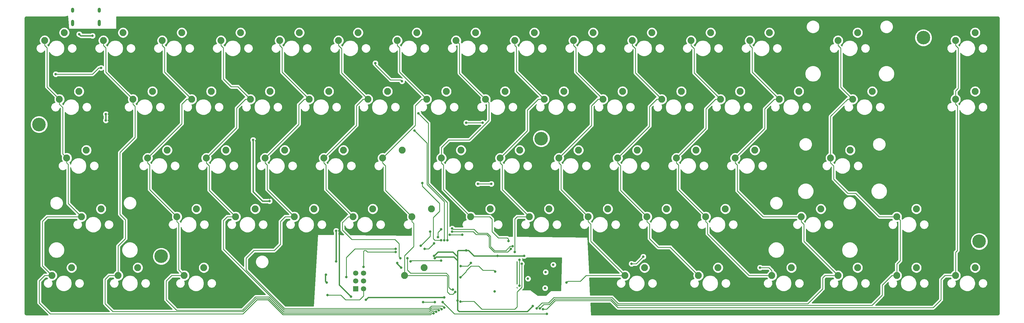
<source format=gbr>
G04 #@! TF.GenerationSoftware,KiCad,Pcbnew,(5.1.4)-1*
G04 #@! TF.CreationDate,2021-12-27T14:47:33+01:00*
G04 #@! TF.ProjectId,CrowMiniMk2,43726f77-4d69-46e6-994d-6b322e6b6963,rev?*
G04 #@! TF.SameCoordinates,Original*
G04 #@! TF.FileFunction,Copper,L1,Top*
G04 #@! TF.FilePolarity,Positive*
%FSLAX46Y46*%
G04 Gerber Fmt 4.6, Leading zero omitted, Abs format (unit mm)*
G04 Created by KiCad (PCBNEW (5.1.4)-1) date 2021-12-27 14:47:33*
%MOMM*%
%LPD*%
G04 APERTURE LIST*
%ADD10C,2.250000*%
%ADD11O,1.000000X2.100000*%
%ADD12O,1.000000X1.600000*%
%ADD13C,4.400000*%
%ADD14R,1.700000X1.700000*%
%ADD15C,1.700000*%
%ADD16C,0.800000*%
%ADD17C,0.381000*%
%ADD18C,0.250000*%
%ADD19C,0.254000*%
G04 APERTURE END LIST*
D10*
X40640000Y-39370000D03*
X34290000Y-41910000D03*
D11*
X24255000Y-36244000D03*
X32895000Y-36244000D03*
D12*
X24255000Y-32064000D03*
X32895000Y-32064000D03*
D10*
X135890000Y-39370000D03*
X129540000Y-41910000D03*
X116840000Y-39370000D03*
X110490000Y-41910000D03*
D13*
X176212500Y-73723500D03*
X13398500Y-69151500D03*
X53022500Y-111887000D03*
X318198500Y-107061000D03*
X300101000Y-41021000D03*
D10*
X276383750Y-77470000D03*
X270033750Y-80010000D03*
X266858750Y-96520000D03*
X260508750Y-99060000D03*
X33496250Y-96520000D03*
X27146250Y-99060000D03*
X28733750Y-77470000D03*
X22383750Y-80010000D03*
X278765000Y-39370000D03*
X272415000Y-41910000D03*
X283527500Y-58420000D03*
X277177500Y-60960000D03*
X26352500Y-58420000D03*
X20002500Y-60960000D03*
X257333750Y-115570000D03*
X250983750Y-118110000D03*
X233521250Y-115570000D03*
X227171250Y-118110000D03*
X209708750Y-115570000D03*
X203358750Y-118110000D03*
X66833750Y-115570000D03*
X60483750Y-118110000D03*
X45402500Y-115570000D03*
X39052500Y-118110000D03*
X23971250Y-115570000D03*
X17621250Y-118110000D03*
X138271250Y-115570000D03*
X131921250Y-118110000D03*
X316865000Y-115570000D03*
X310515000Y-118110000D03*
X297815000Y-115570000D03*
X291465000Y-118110000D03*
X278765000Y-115570000D03*
X272415000Y-118110000D03*
X297815000Y-96520000D03*
X291465000Y-99060000D03*
X235902500Y-96520000D03*
X229552500Y-99060000D03*
X216852500Y-96520000D03*
X210502500Y-99060000D03*
X197802500Y-96520000D03*
X191452500Y-99060000D03*
X178752500Y-96520000D03*
X172402500Y-99060000D03*
X159702500Y-96520000D03*
X153352500Y-99060000D03*
X140652500Y-96520000D03*
X134302500Y-99060000D03*
X121602500Y-96520000D03*
X115252500Y-99060000D03*
X102552500Y-96520000D03*
X96202500Y-99060000D03*
X83502500Y-96520000D03*
X77152500Y-99060000D03*
X64452500Y-96520000D03*
X58102500Y-99060000D03*
X245427500Y-77470000D03*
X239077500Y-80010000D03*
X226377500Y-77470000D03*
X220027500Y-80010000D03*
X207327500Y-77470000D03*
X200977500Y-80010000D03*
X188277500Y-77470000D03*
X181927500Y-80010000D03*
X169227500Y-77470000D03*
X162877500Y-80010000D03*
X150177500Y-77470000D03*
X143827500Y-80010000D03*
X131127500Y-77470000D03*
X124777500Y-80010000D03*
X112077500Y-77470000D03*
X105727500Y-80010000D03*
X93027500Y-77470000D03*
X86677500Y-80010000D03*
X73977500Y-77470000D03*
X67627500Y-80010000D03*
X54927500Y-77470000D03*
X48577500Y-80010000D03*
X316865000Y-58420000D03*
X310515000Y-60960000D03*
X259715000Y-58420000D03*
X253365000Y-60960000D03*
X240665000Y-58420000D03*
X234315000Y-60960000D03*
X221615000Y-58420000D03*
X215265000Y-60960000D03*
X202565000Y-58420000D03*
X196215000Y-60960000D03*
X183515000Y-58420000D03*
X177165000Y-60960000D03*
X164465000Y-58420000D03*
X158115000Y-60960000D03*
X145415000Y-58420000D03*
X139065000Y-60960000D03*
X126365000Y-58420000D03*
X120015000Y-60960000D03*
X107315000Y-58420000D03*
X100965000Y-60960000D03*
X88265000Y-58420000D03*
X81915000Y-60960000D03*
X69215000Y-58420000D03*
X62865000Y-60960000D03*
X50165000Y-58420000D03*
X43815000Y-60960000D03*
X316865000Y-39370000D03*
X310515000Y-41910000D03*
X250190000Y-39370000D03*
X243840000Y-41910000D03*
X231140000Y-39370000D03*
X224790000Y-41910000D03*
X212090000Y-39370000D03*
X205740000Y-41910000D03*
X193040000Y-39370000D03*
X186690000Y-41910000D03*
X173990000Y-39370000D03*
X167640000Y-41910000D03*
X154940000Y-39370000D03*
X148590000Y-41910000D03*
X97790000Y-39370000D03*
X91440000Y-41910000D03*
X78740000Y-39370000D03*
X72390000Y-41910000D03*
X59690000Y-39370000D03*
X53340000Y-41910000D03*
X21590000Y-39370000D03*
X15240000Y-41910000D03*
D14*
X116078000Y-122428000D03*
D15*
X118618000Y-122428000D03*
X116078000Y-119888000D03*
X118618000Y-119888000D03*
X116078000Y-117348000D03*
X118618000Y-117348000D03*
D16*
X32512000Y-48006000D03*
X26162000Y-51308000D03*
X36068000Y-65786000D03*
X36068000Y-67818000D03*
X83820000Y-74422000D03*
X88138000Y-92979997D03*
X110744000Y-103632000D03*
X114554000Y-124968000D03*
X144780000Y-125222000D03*
X119380000Y-125984000D03*
X25908000Y-45720000D03*
X30988000Y-44958000D03*
X177647600Y-117043200D03*
X177469800Y-122199400D03*
X171907200Y-119151400D03*
X180111400Y-114630200D03*
X161137600Y-123291600D03*
X35052000Y-65786000D03*
X35052000Y-67818000D03*
X162052000Y-111760000D03*
X170688000Y-111760000D03*
X149098000Y-126238000D03*
X151892000Y-109982000D03*
X173482000Y-128016000D03*
X106680000Y-120396000D03*
X106426000Y-117856000D03*
X82804000Y-74168000D03*
X88138000Y-93980000D03*
X109728000Y-103632000D03*
X109728000Y-113538000D03*
X141478000Y-111760000D03*
X129540000Y-114046000D03*
X130810000Y-115570000D03*
X141732000Y-112522000D03*
X18796000Y-52832000D03*
X33528000Y-50800000D03*
X153416000Y-114046000D03*
X150114000Y-115062000D03*
X145780003Y-106680000D03*
X136398000Y-65532000D03*
X131064000Y-55118000D03*
X122428000Y-49276000D03*
X151892000Y-68580000D03*
X157226000Y-68580000D03*
X144780000Y-106680000D03*
X135128000Y-71120000D03*
X155702000Y-88392000D03*
X160020000Y-88392000D03*
X143764000Y-106680000D03*
X137668000Y-88138000D03*
X146558000Y-104902000D03*
X150622000Y-104902000D03*
X144272000Y-126746000D03*
X178054000Y-130556000D03*
X26416000Y-39878000D03*
X30734000Y-40386000D03*
X106934000Y-124460000D03*
X137922000Y-126746000D03*
X141732000Y-126746000D03*
X150046685Y-126554228D03*
X169889000Y-114300000D03*
X113030000Y-118618000D03*
X166370000Y-109474000D03*
X147320000Y-103886000D03*
X129032000Y-109474000D03*
X140208000Y-103886000D03*
X137160000Y-108458000D03*
X161290000Y-116840000D03*
X149994142Y-118737858D03*
X143768653Y-113279347D03*
X133858000Y-113538000D03*
X118618000Y-115316000D03*
X166915000Y-108635563D03*
X147320000Y-102885997D03*
X129032000Y-110490000D03*
X143764000Y-103124000D03*
X142748000Y-105664000D03*
X141478000Y-107696000D03*
X138430000Y-109474000D03*
X141296341Y-130426299D03*
X142121636Y-129861595D03*
X142990012Y-129365686D03*
X143947949Y-129078701D03*
X144780000Y-128524000D03*
X147574000Y-122682000D03*
X132842000Y-112522000D03*
X130556000Y-112522000D03*
X148307500Y-123444000D03*
X165608000Y-106934000D03*
X169164000Y-121412000D03*
X169164000Y-113030000D03*
X167640000Y-110490000D03*
X184404000Y-120396000D03*
X205486000Y-114300000D03*
X209296000Y-112014000D03*
X247142000Y-115570000D03*
X174752000Y-128778000D03*
X175752003Y-128778000D03*
X176784000Y-129032000D03*
D17*
X32512000Y-48006000D02*
X30988000Y-49530000D01*
X30988000Y-49530000D02*
X30988000Y-50292000D01*
X30988000Y-50292000D02*
X29972000Y-51308000D01*
X29972000Y-51308000D02*
X26162000Y-51308000D01*
X36068000Y-65786000D02*
X36068000Y-67818000D01*
X83820000Y-74422000D02*
X83820000Y-90678000D01*
X83820000Y-90678000D02*
X85836003Y-90678000D01*
X85836003Y-90678000D02*
X88138000Y-92979997D01*
X110744000Y-103632000D02*
X110744000Y-110236000D01*
X110744000Y-121158000D02*
X110744000Y-110236000D01*
X113538000Y-123952000D02*
X110744000Y-121158000D01*
X113538000Y-123952000D02*
X114554000Y-124968000D01*
X144780000Y-125222000D02*
X120142000Y-125222000D01*
X120142000Y-125222000D02*
X119380000Y-125984000D01*
X25908000Y-45720000D02*
X26670000Y-44958000D01*
X26670000Y-44958000D02*
X30988000Y-44958000D01*
X35052000Y-65786000D02*
X35052000Y-67818000D01*
X149098000Y-125222000D02*
X149098000Y-124656315D01*
X149098000Y-110490000D02*
X149098000Y-110236000D01*
X149098000Y-110236000D02*
X149352000Y-109982000D01*
X152654000Y-109982000D02*
X154432000Y-111760000D01*
X149352000Y-109982000D02*
X151384000Y-109982000D01*
X154432000Y-111760000D02*
X162052000Y-111760000D01*
X169672000Y-111760000D02*
X170688000Y-111760000D01*
X162052000Y-111760000D02*
X169672000Y-111760000D01*
X149098000Y-129286000D02*
X149606000Y-129794000D01*
X149606000Y-129794000D02*
X162052000Y-129794000D01*
X149098000Y-125222000D02*
X149098000Y-126238000D01*
X149098000Y-126238000D02*
X149098000Y-129286000D01*
X151384000Y-109982000D02*
X151892000Y-109982000D01*
X151892000Y-109982000D02*
X152654000Y-109982000D01*
X162052000Y-129794000D02*
X171704000Y-129794000D01*
X171704000Y-129794000D02*
X173482000Y-128016000D01*
X106680000Y-120396000D02*
X106280001Y-119996001D01*
X106280001Y-119996001D02*
X106280001Y-118001999D01*
X106280001Y-118001999D02*
X106426000Y-117856000D01*
X82804000Y-74168000D02*
X82804000Y-90932000D01*
X86300328Y-93980000D02*
X88138000Y-93980000D01*
X82804000Y-90932000D02*
X85852000Y-93980000D01*
X85852000Y-93980000D02*
X86300328Y-93980000D01*
X109728000Y-103632000D02*
X109728000Y-110236000D01*
X109728000Y-110236000D02*
X109728000Y-113538000D01*
X141478000Y-111760000D02*
X142748000Y-110490000D01*
X147574000Y-110490000D02*
X149098000Y-112014000D01*
X142748000Y-110490000D02*
X147574000Y-110490000D01*
X149098000Y-112014000D02*
X149098000Y-110490000D01*
X129540000Y-114046000D02*
X129540000Y-114300000D01*
X129540000Y-114300000D02*
X130810000Y-115570000D01*
X147936001Y-112122001D02*
X149098000Y-113284000D01*
X142131999Y-112122001D02*
X147936001Y-112122001D01*
X141732000Y-112522000D02*
X142131999Y-112122001D01*
X149098000Y-124656315D02*
X149098000Y-113284000D01*
X149098000Y-113284000D02*
X149098000Y-112014000D01*
D18*
X18796000Y-52832000D02*
X30734000Y-52832000D01*
X30734000Y-52832000D02*
X32766000Y-50800000D01*
X32766000Y-50800000D02*
X33528000Y-50800000D01*
X153416000Y-114046000D02*
X152400000Y-115062000D01*
X152400000Y-115062000D02*
X150114000Y-115062000D01*
X145780003Y-106680000D02*
X145780003Y-94472003D01*
X145780003Y-94472003D02*
X139642010Y-88334010D01*
X139642010Y-88334010D02*
X139642010Y-68776010D01*
X139642010Y-68776010D02*
X136398000Y-65532000D01*
X130664001Y-54718001D02*
X127362001Y-54718001D01*
X131064000Y-55118000D02*
X130664001Y-54718001D01*
X127362001Y-54718001D02*
X122428000Y-49784000D01*
X122428000Y-49784000D02*
X122428000Y-49276000D01*
X151892000Y-68580000D02*
X157226000Y-68580000D01*
X144780000Y-106680000D02*
X144780000Y-97536000D01*
X144780000Y-97536000D02*
X144780000Y-94488000D01*
X144780000Y-94176998D02*
X139192000Y-88588998D01*
X144780000Y-94488000D02*
X144780000Y-94176998D01*
X139192000Y-88588998D02*
X139192000Y-75184000D01*
X139192000Y-75184000D02*
X135128000Y-71120000D01*
X155702000Y-88392000D02*
X160020000Y-88392000D01*
X141732000Y-106680000D02*
X143764000Y-106680000D01*
X137668000Y-89154000D02*
X143256000Y-94742000D01*
X137668000Y-88138000D02*
X137668000Y-89154000D01*
X143256000Y-94742000D02*
X143256000Y-97282000D01*
X143256000Y-97282000D02*
X141224000Y-99314000D01*
X141224000Y-99314000D02*
X141224000Y-106172000D01*
X141224000Y-106172000D02*
X141732000Y-106680000D01*
X146558000Y-104902000D02*
X150622000Y-104902000D01*
X144272000Y-126746000D02*
X148082000Y-130556000D01*
X148082000Y-130556000D02*
X178054000Y-130556000D01*
D17*
X26416000Y-39878000D02*
X26924000Y-40386000D01*
X26924000Y-40386000D02*
X30734000Y-40386000D01*
D18*
X106934000Y-124460000D02*
X111252000Y-124460000D01*
X111252000Y-124460000D02*
X112776000Y-125984000D01*
X112776000Y-125984000D02*
X117348000Y-125984000D01*
X118618000Y-124714000D02*
X118618000Y-122428000D01*
X117348000Y-125984000D02*
X118618000Y-124714000D01*
X137922000Y-126746000D02*
X141732000Y-126746000D01*
X150612370Y-126554228D02*
X150674598Y-126492000D01*
X150046685Y-126554228D02*
X150612370Y-126554228D01*
X150674598Y-126492000D02*
X154432000Y-126492000D01*
X154432000Y-126492000D02*
X156972000Y-129032000D01*
X156972000Y-129032000D02*
X166624000Y-129032000D01*
X166624000Y-129032000D02*
X167132000Y-129032000D01*
X167132000Y-129032000D02*
X167640000Y-129032000D01*
X167640000Y-129032000D02*
X168402000Y-128270000D01*
X168402000Y-128270000D02*
X168402000Y-123444000D01*
X168402000Y-123444000D02*
X169889000Y-121957000D01*
X169889000Y-121957000D02*
X169889000Y-114300000D01*
X113030000Y-118618000D02*
X113030000Y-112268000D01*
X113030000Y-112268000D02*
X115824000Y-109474000D01*
X115824000Y-109474000D02*
X119126000Y-109474000D01*
X119126000Y-109474000D02*
X119380000Y-109474000D01*
X166370000Y-109474000D02*
X165354000Y-110490000D01*
X165354000Y-110490000D02*
X163322000Y-110490000D01*
X159315990Y-108898400D02*
X159315990Y-105596400D01*
X163322000Y-110490000D02*
X160907589Y-110489999D01*
X160907589Y-110489999D02*
X159315990Y-108898400D01*
X159315990Y-105596400D02*
X158563600Y-104844010D01*
X158563600Y-104844010D02*
X156464000Y-104844010D01*
X156464000Y-104844010D02*
X155390010Y-104844010D01*
X155390010Y-104844010D02*
X155136010Y-104844010D01*
X155136010Y-104844010D02*
X154178000Y-103886000D01*
X154178000Y-103886000D02*
X147320000Y-103886000D01*
X119380000Y-109474000D02*
X129032000Y-109474000D01*
X140208000Y-103886000D02*
X140208000Y-105410000D01*
X140208000Y-105410000D02*
X137160000Y-108458000D01*
X160890001Y-116440001D02*
X157334001Y-116440001D01*
X161290000Y-116840000D02*
X160890001Y-116440001D01*
X157334001Y-116440001D02*
X155956000Y-115062000D01*
X155956000Y-115062000D02*
X153416000Y-115062000D01*
X153416000Y-115062000D02*
X151892000Y-116586000D01*
X151892000Y-116586000D02*
X151892000Y-116840000D01*
X151892000Y-116840000D02*
X149994142Y-118737858D01*
X143768653Y-113279347D02*
X134116653Y-113279347D01*
X134116653Y-113279347D02*
X133858000Y-113538000D01*
X118618000Y-115316000D02*
X118618000Y-110236000D01*
X118618000Y-110236000D02*
X118872000Y-109982000D01*
X118872000Y-109982000D02*
X119380000Y-109982000D01*
X166135435Y-108635563D02*
X164731008Y-110039990D01*
X166915000Y-108635563D02*
X166135435Y-108635563D01*
X164731008Y-110039990D02*
X163322000Y-110039990D01*
X163322000Y-110039990D02*
X161093990Y-110039990D01*
X161093990Y-110039990D02*
X159766000Y-108712000D01*
X159766000Y-108712000D02*
X159766000Y-105410000D01*
X159766000Y-105410000D02*
X158750000Y-104394000D01*
X158750000Y-104394000D02*
X156464000Y-104394000D01*
X156464000Y-104394000D02*
X155702000Y-104394000D01*
X155702000Y-104394000D02*
X154432000Y-103124000D01*
X154432000Y-103124000D02*
X150622000Y-103124000D01*
X150622000Y-103124000D02*
X147558003Y-103124000D01*
X147558003Y-103124000D02*
X147320000Y-102885997D01*
X119380000Y-109982000D02*
X119888000Y-110490000D01*
X119888000Y-110490000D02*
X129032000Y-110490000D01*
X143764000Y-103124000D02*
X142748000Y-104140000D01*
X142748000Y-104140000D02*
X142748000Y-105664000D01*
X141478000Y-107696000D02*
X139700000Y-109474000D01*
X139700000Y-109474000D02*
X138430000Y-109474000D01*
X15240000Y-43500990D02*
X16002000Y-44262990D01*
X15240000Y-41910000D02*
X15240000Y-43500990D01*
X16002000Y-56959500D02*
X20002500Y-60960000D01*
X16002000Y-44262990D02*
X16002000Y-56959500D01*
X20002500Y-62550990D02*
X21082000Y-63630490D01*
X20002500Y-60960000D02*
X20002500Y-62550990D01*
X21082000Y-78708250D02*
X22383750Y-80010000D01*
X21082000Y-63630490D02*
X21082000Y-78708250D01*
X22383750Y-81600990D02*
X22860000Y-82077240D01*
X22383750Y-80010000D02*
X22383750Y-81600990D01*
X22860000Y-94773750D02*
X27146250Y-99060000D01*
X22860000Y-82077240D02*
X22860000Y-94773750D01*
X27146250Y-99060000D02*
X16002000Y-99060000D01*
X16002000Y-99060000D02*
X14478000Y-100584000D01*
X14478000Y-114966750D02*
X17621250Y-118110000D01*
X14478000Y-100584000D02*
X14478000Y-114966750D01*
X15240000Y-118110000D02*
X17621250Y-118110000D01*
X13462000Y-119888000D02*
X15240000Y-118110000D01*
X13462000Y-127000000D02*
X13462000Y-119888000D01*
X17018000Y-130556000D02*
X13462000Y-127000000D01*
X79502000Y-130556000D02*
X17018000Y-130556000D01*
X140730656Y-130426299D02*
X140346955Y-130810000D01*
X141296341Y-130426299D02*
X140730656Y-130426299D01*
X140346955Y-130810000D02*
X92456000Y-130810000D01*
X92456000Y-130810000D02*
X87630000Y-125984000D01*
X87630000Y-125984000D02*
X84074000Y-125984000D01*
X84074000Y-125984000D02*
X79502000Y-130556000D01*
X34290000Y-43500990D02*
X35052000Y-44262990D01*
X34290000Y-41910000D02*
X34290000Y-43500990D01*
X35052000Y-52197000D02*
X43815000Y-60960000D01*
X35052000Y-44262990D02*
X35052000Y-52197000D01*
X43815000Y-62550990D02*
X44510010Y-63246000D01*
X43815000Y-60960000D02*
X43815000Y-62550990D01*
X44510010Y-63246000D02*
X44510010Y-73345990D01*
X44510010Y-73345990D02*
X39624000Y-78232000D01*
X39624000Y-78232000D02*
X39624000Y-98298000D01*
X39624000Y-98298000D02*
X41402000Y-100076000D01*
X41402000Y-100076000D02*
X41402000Y-106172000D01*
X39052500Y-108521500D02*
X39052500Y-118110000D01*
X41402000Y-106172000D02*
X39052500Y-108521500D01*
X34798000Y-127254000D02*
X34798000Y-119380000D01*
X37338000Y-129794000D02*
X34798000Y-127254000D01*
X36068000Y-118110000D02*
X39052500Y-118110000D01*
X79502000Y-129794000D02*
X37338000Y-129794000D01*
X83762010Y-125533990D02*
X79502000Y-129794000D01*
X141961339Y-129701298D02*
X140819247Y-129701298D01*
X142121636Y-129861595D02*
X141961339Y-129701298D01*
X140160555Y-130359990D02*
X92642400Y-130359990D01*
X140819247Y-129701298D02*
X140160555Y-130359990D01*
X92642400Y-130359990D02*
X87816400Y-125533990D01*
X34798000Y-119380000D02*
X36068000Y-118110000D01*
X87816400Y-125533990D02*
X83762010Y-125533990D01*
X53340000Y-43500990D02*
X54102000Y-44262990D01*
X53340000Y-41910000D02*
X53340000Y-43500990D01*
X54102000Y-52197000D02*
X62865000Y-60960000D01*
X54102000Y-44262990D02*
X54102000Y-52197000D01*
X61274010Y-60960000D02*
X59690000Y-62544010D01*
X62865000Y-60960000D02*
X61274010Y-60960000D01*
X59690000Y-68897500D02*
X48577500Y-80010000D01*
X59690000Y-62544010D02*
X59690000Y-68897500D01*
X48577500Y-81600990D02*
X49276000Y-82299490D01*
X48577500Y-80010000D02*
X48577500Y-81600990D01*
X49276000Y-90233500D02*
X58102500Y-99060000D01*
X49276000Y-82299490D02*
X49276000Y-90233500D01*
X58102500Y-100650990D02*
X58674000Y-101222490D01*
X58102500Y-99060000D02*
X58102500Y-100650990D01*
X58674000Y-116300250D02*
X60483750Y-118110000D01*
X58674000Y-101222490D02*
X58674000Y-116300250D01*
X54610000Y-119888000D02*
X56388000Y-118110000D01*
X54610000Y-125984000D02*
X54610000Y-119888000D01*
X79315600Y-129343990D02*
X57969990Y-129343990D01*
X88002800Y-125083980D02*
X83575609Y-125083981D01*
X57969990Y-129343990D02*
X54610000Y-125984000D01*
X92828800Y-129909980D02*
X88002800Y-125083980D01*
X83575609Y-125083981D02*
X79315600Y-129343990D01*
X142760920Y-129136594D02*
X141373406Y-129136594D01*
X142990012Y-129365686D02*
X142760920Y-129136594D01*
X56388000Y-118110000D02*
X60483750Y-118110000D01*
X141373406Y-129136594D02*
X141258712Y-129251288D01*
X141258712Y-129251288D02*
X140632846Y-129251289D01*
X140632846Y-129251289D02*
X139974155Y-129909980D01*
X139974155Y-129909980D02*
X92828800Y-129909980D01*
X72390000Y-43500990D02*
X73152000Y-44262990D01*
X72390000Y-41910000D02*
X72390000Y-43500990D01*
X73152000Y-44262990D02*
X73152000Y-54356000D01*
X73152000Y-54356000D02*
X75692000Y-56896000D01*
X77851000Y-56896000D02*
X81915000Y-60960000D01*
X75692000Y-56896000D02*
X77851000Y-56896000D01*
X80324010Y-60960000D02*
X77470000Y-63814010D01*
X81915000Y-60960000D02*
X80324010Y-60960000D01*
X77470000Y-70167500D02*
X67627500Y-80010000D01*
X77470000Y-63814010D02*
X77470000Y-70167500D01*
X67627500Y-81600990D02*
X68580000Y-82553490D01*
X67627500Y-80010000D02*
X67627500Y-81600990D01*
X68580000Y-90487500D02*
X77152500Y-99060000D01*
X68580000Y-82553490D02*
X68580000Y-90487500D01*
X74422000Y-99060000D02*
X77152500Y-99060000D01*
X143509933Y-128640685D02*
X140607040Y-128640685D01*
X143947949Y-129078701D02*
X143509933Y-128640685D01*
X140607040Y-128640685D02*
X139961725Y-129286000D01*
X73152000Y-100330000D02*
X74422000Y-99060000D01*
X139961725Y-129286000D02*
X92841230Y-129286000D01*
X92841230Y-129286000D02*
X73152000Y-109596770D01*
X73152000Y-109596770D02*
X73152000Y-100330000D01*
X91440000Y-43500990D02*
X92202000Y-44262990D01*
X91440000Y-41910000D02*
X91440000Y-43500990D01*
X92202000Y-52197000D02*
X100965000Y-60960000D01*
X92202000Y-44262990D02*
X92202000Y-52197000D01*
X99374010Y-60960000D02*
X97596010Y-62738000D01*
X100965000Y-60960000D02*
X99374010Y-60960000D01*
X97596010Y-69091490D02*
X86677500Y-80010000D01*
X97596010Y-62738000D02*
X97596010Y-69091490D01*
X86677500Y-81600990D02*
X87376000Y-82299490D01*
X86677500Y-80010000D02*
X86677500Y-81600990D01*
X87376000Y-90233500D02*
X96202500Y-99060000D01*
X87376000Y-82299490D02*
X87376000Y-90233500D01*
X91694000Y-100584000D02*
X93218000Y-99060000D01*
X89662000Y-109982000D02*
X91694000Y-107950000D01*
X83058000Y-109982000D02*
X89662000Y-109982000D01*
X80518000Y-112522000D02*
X83058000Y-109982000D01*
X144272000Y-128016000D02*
X140595315Y-128016000D01*
X91694000Y-107950000D02*
X91694000Y-100584000D01*
X140595315Y-128016000D02*
X139833315Y-128778000D01*
X139833315Y-128778000D02*
X92969640Y-128778000D01*
X92969640Y-128778000D02*
X80518000Y-116326360D01*
X93218000Y-99060000D02*
X96202500Y-99060000D01*
X144780000Y-128524000D02*
X144272000Y-128016000D01*
X80518000Y-116326360D02*
X80518000Y-112522000D01*
X110490000Y-43500990D02*
X111506000Y-44516990D01*
X110490000Y-41910000D02*
X110490000Y-43500990D01*
X111506000Y-52451000D02*
X120015000Y-60960000D01*
X111506000Y-44516990D02*
X111506000Y-52451000D01*
X118424010Y-60960000D02*
X116332000Y-63052010D01*
X120015000Y-60960000D02*
X118424010Y-60960000D01*
X116332000Y-69405500D02*
X105727500Y-80010000D01*
X116332000Y-63052010D02*
X116332000Y-69405500D01*
X147008315Y-122682000D02*
X146246010Y-121919695D01*
X147574000Y-122682000D02*
X147008315Y-122682000D01*
X146246010Y-121919695D02*
X146246010Y-120904000D01*
X146246009Y-118177599D02*
X145416410Y-117348000D01*
X146246010Y-120904000D02*
X146246009Y-118177599D01*
X145416410Y-117348000D02*
X133858000Y-117348000D01*
X133858000Y-117348000D02*
X132842000Y-116332000D01*
X132842000Y-116332000D02*
X132842000Y-112522000D01*
X130156001Y-112122001D02*
X130156001Y-107804001D01*
X130156001Y-107804001D02*
X128778000Y-106426000D01*
X130556000Y-112522000D02*
X130156001Y-112122001D01*
X105727500Y-81600990D02*
X106426000Y-82299490D01*
X105727500Y-80010000D02*
X105727500Y-81600990D01*
X106426000Y-82299490D02*
X106426000Y-90233500D01*
X128778000Y-106426000D02*
X114808000Y-106426000D01*
X114808000Y-106426000D02*
X111760000Y-103378000D01*
X111760000Y-103378000D02*
X111760000Y-100961510D01*
X106426000Y-90233500D02*
X115252500Y-99060000D01*
X113661510Y-99060000D02*
X115252500Y-99060000D01*
X111760000Y-100961510D02*
X113661510Y-99060000D01*
X129540000Y-43500990D02*
X130302000Y-44262990D01*
X129540000Y-41910000D02*
X129540000Y-43500990D01*
X130302000Y-52197000D02*
X139065000Y-60960000D01*
X130302000Y-44262990D02*
X130302000Y-52197000D01*
X137474010Y-60960000D02*
X135382000Y-63052010D01*
X139065000Y-60960000D02*
X137474010Y-60960000D01*
X135382000Y-69405500D02*
X124777500Y-80010000D01*
X135382000Y-63052010D02*
X135382000Y-69405500D01*
X124777500Y-81600990D02*
X125730000Y-82553490D01*
X124777500Y-80010000D02*
X124777500Y-81600990D01*
X125730000Y-90487500D02*
X134302500Y-99060000D01*
X125730000Y-82553490D02*
X125730000Y-90487500D01*
X131921250Y-111664750D02*
X131921250Y-118110000D01*
X134874000Y-108712000D02*
X131921250Y-111664750D01*
X134874000Y-101222490D02*
X134874000Y-108712000D01*
X134302500Y-99060000D02*
X134302500Y-100650990D01*
X134302500Y-100650990D02*
X134874000Y-101222490D01*
X147545500Y-124206000D02*
X148307500Y-123444000D01*
X146558000Y-124206000D02*
X147545500Y-124206000D01*
X145796000Y-123444000D02*
X146558000Y-124206000D01*
X145796000Y-118364000D02*
X145796000Y-123444000D01*
X131921250Y-118110000D02*
X145542000Y-118110000D01*
X145542000Y-118110000D02*
X145796000Y-118364000D01*
X156990001Y-59835001D02*
X158115000Y-60960000D01*
X149714999Y-52559999D02*
X156990001Y-59835001D01*
X149714999Y-43034999D02*
X149714999Y-52559999D01*
X148590000Y-41910000D02*
X149714999Y-43034999D01*
X143827500Y-81600990D02*
X144526000Y-82299490D01*
X143827500Y-80010000D02*
X143827500Y-81600990D01*
X144526000Y-90233500D02*
X153352500Y-99060000D01*
X144526000Y-82299490D02*
X144526000Y-90233500D01*
X159239999Y-62084999D02*
X159239999Y-67836001D01*
X158115000Y-60960000D02*
X159239999Y-62084999D01*
X159239999Y-67836001D02*
X152908000Y-74168000D01*
X152908000Y-74168000D02*
X146304000Y-74168000D01*
X143827500Y-76644500D02*
X143827500Y-80010000D01*
X146304000Y-74168000D02*
X143827500Y-76644500D01*
X165608000Y-106368315D02*
X165157685Y-105918000D01*
X165608000Y-106934000D02*
X165608000Y-106368315D01*
X165157685Y-105918000D02*
X162306000Y-105918000D01*
X162306000Y-105918000D02*
X160274000Y-103886000D01*
X160274000Y-103886000D02*
X160274000Y-99822000D01*
X159512000Y-99060000D02*
X153352500Y-99060000D01*
X160274000Y-99822000D02*
X159512000Y-99060000D01*
X167640000Y-43500990D02*
X168148000Y-44008990D01*
X167640000Y-41910000D02*
X167640000Y-43500990D01*
X168148000Y-51943000D02*
X177165000Y-60960000D01*
X168148000Y-44008990D02*
X168148000Y-51943000D01*
X177165000Y-60960000D02*
X175260000Y-60960000D01*
X175260000Y-60960000D02*
X171704000Y-64516000D01*
X171704000Y-71183500D02*
X162877500Y-80010000D01*
X171704000Y-64516000D02*
X171704000Y-71183500D01*
X162877500Y-81600990D02*
X163576000Y-82299490D01*
X162877500Y-80010000D02*
X162877500Y-81600990D01*
X163576000Y-90233500D02*
X172402500Y-99060000D01*
X163576000Y-82299490D02*
X163576000Y-90233500D01*
X169164000Y-121412000D02*
X169164000Y-113030000D01*
X167640000Y-110490000D02*
X167640000Y-99822000D01*
X167640000Y-99822000D02*
X168402000Y-99060000D01*
X168402000Y-99060000D02*
X172402500Y-99060000D01*
X186690000Y-43500990D02*
X187452000Y-44262990D01*
X186690000Y-41910000D02*
X186690000Y-43500990D01*
X187452000Y-52197000D02*
X196215000Y-60960000D01*
X187452000Y-44262990D02*
X187452000Y-52197000D01*
X194624010Y-60960000D02*
X192532000Y-63052010D01*
X196215000Y-60960000D02*
X194624010Y-60960000D01*
X192532000Y-69405500D02*
X181927500Y-80010000D01*
X192532000Y-63052010D02*
X192532000Y-69405500D01*
X181927500Y-81600990D02*
X182626000Y-82299490D01*
X181927500Y-80010000D02*
X181927500Y-81600990D01*
X182626000Y-90233500D02*
X191452500Y-99060000D01*
X182626000Y-82299490D02*
X182626000Y-90233500D01*
X191452500Y-100650990D02*
X192278000Y-101476490D01*
X191452500Y-99060000D02*
X191452500Y-100650990D01*
X192278000Y-107029250D02*
X203358750Y-118110000D01*
X192278000Y-101476490D02*
X192278000Y-107029250D01*
X184803999Y-119996001D02*
X188867999Y-119996001D01*
X184404000Y-120396000D02*
X184803999Y-119996001D01*
X190754000Y-118110000D02*
X203358750Y-118110000D01*
X188867999Y-119996001D02*
X190754000Y-118110000D01*
X205740000Y-43500990D02*
X206756000Y-44516990D01*
X205740000Y-41910000D02*
X205740000Y-43500990D01*
X206756000Y-52451000D02*
X215265000Y-60960000D01*
X206756000Y-44516990D02*
X206756000Y-52451000D01*
X213674010Y-60960000D02*
X211328000Y-63306010D01*
X215265000Y-60960000D02*
X213674010Y-60960000D01*
X211328000Y-69659500D02*
X200977500Y-80010000D01*
X211328000Y-63306010D02*
X211328000Y-69659500D01*
X200977500Y-81600990D02*
X201930000Y-82553490D01*
X200977500Y-80010000D02*
X200977500Y-81600990D01*
X201930000Y-90487500D02*
X210502500Y-99060000D01*
X201930000Y-82553490D02*
X201930000Y-90487500D01*
X210502500Y-100650990D02*
X211328000Y-101476490D01*
X210502500Y-99060000D02*
X210502500Y-100650990D01*
X211328000Y-101476490D02*
X211328000Y-106172000D01*
X211328000Y-106172000D02*
X214122000Y-108966000D01*
X218027250Y-108966000D02*
X227171250Y-118110000D01*
X214122000Y-108966000D02*
X218027250Y-108966000D01*
X224790000Y-43500990D02*
X225806000Y-44516990D01*
X224790000Y-41910000D02*
X224790000Y-43500990D01*
X225806000Y-52451000D02*
X234315000Y-60960000D01*
X225806000Y-44516990D02*
X225806000Y-52451000D01*
X232724010Y-60960000D02*
X229616000Y-64068010D01*
X234315000Y-60960000D02*
X232724010Y-60960000D01*
X229616000Y-70421500D02*
X220027500Y-80010000D01*
X229616000Y-64068010D02*
X229616000Y-70421500D01*
X220027500Y-81600990D02*
X220726000Y-82299490D01*
X220027500Y-80010000D02*
X220027500Y-81600990D01*
X220726000Y-90233500D02*
X229552500Y-99060000D01*
X220726000Y-82299490D02*
X220726000Y-90233500D01*
X229552500Y-100650990D02*
X230124000Y-101222490D01*
X229552500Y-99060000D02*
X229552500Y-100650990D01*
X230124000Y-101222490D02*
X230124000Y-104648000D01*
X243586000Y-118110000D02*
X250983750Y-118110000D01*
X230124000Y-104648000D02*
X243586000Y-118110000D01*
X205486000Y-114300000D02*
X207010000Y-114300000D01*
X207010000Y-114300000D02*
X209296000Y-112014000D01*
X250983750Y-116519010D02*
X250983750Y-118110000D01*
X250034740Y-115570000D02*
X250983750Y-116519010D01*
X247142000Y-115570000D02*
X250034740Y-115570000D01*
X243840000Y-43500990D02*
X244602000Y-44262990D01*
X243840000Y-41910000D02*
X243840000Y-43500990D01*
X244602000Y-52197000D02*
X253365000Y-60960000D01*
X244602000Y-44262990D02*
X244602000Y-52197000D01*
X248666000Y-70421500D02*
X239077500Y-80010000D01*
X248666000Y-64068010D02*
X248666000Y-70421500D01*
X253365000Y-60960000D02*
X251774010Y-60960000D01*
X251774010Y-60960000D02*
X248666000Y-64068010D01*
X239077500Y-81600990D02*
X239776000Y-82299490D01*
X239077500Y-80010000D02*
X239077500Y-81600990D01*
X239776000Y-82299490D02*
X239776000Y-90678000D01*
X239776000Y-90678000D02*
X248158000Y-99060000D01*
X248158000Y-99060000D02*
X260508750Y-99060000D01*
X260508750Y-100650990D02*
X261366000Y-101508240D01*
X260508750Y-99060000D02*
X260508750Y-100650990D01*
X261366000Y-107061000D02*
X272415000Y-118110000D01*
X261366000Y-101508240D02*
X261366000Y-107061000D01*
X174752000Y-128705001D02*
X176457001Y-127000000D01*
X174752000Y-128778000D02*
X174752000Y-128705001D01*
X176457001Y-127000000D02*
X178562000Y-127000000D01*
X178562000Y-127000000D02*
X180340000Y-125222000D01*
X180340000Y-125222000D02*
X199136000Y-125222000D01*
X199136000Y-125222000D02*
X201168000Y-127254000D01*
X201168000Y-127254000D02*
X262636000Y-127254000D01*
X262636000Y-127254000D02*
X267462000Y-122428000D01*
X267462000Y-122428000D02*
X267462000Y-118872000D01*
X268224000Y-118110000D02*
X272415000Y-118110000D01*
X267462000Y-118872000D02*
X268224000Y-118110000D01*
X272415000Y-43500990D02*
X273304000Y-44389990D01*
X272415000Y-41910000D02*
X272415000Y-43500990D01*
X273304000Y-57086500D02*
X277177500Y-60960000D01*
X273304000Y-44389990D02*
X273304000Y-57086500D01*
X270033750Y-78419010D02*
X270033750Y-80010000D01*
X270033750Y-66512760D02*
X270033750Y-78419010D01*
X275586510Y-60960000D02*
X270033750Y-66512760D01*
X277177500Y-60960000D02*
X275586510Y-60960000D01*
X270033750Y-81600990D02*
X271018000Y-82585240D01*
X270033750Y-80010000D02*
X270033750Y-81600990D01*
X271018000Y-82585240D02*
X271018000Y-86868000D01*
X271018000Y-86868000D02*
X275590000Y-91440000D01*
X275590000Y-91440000D02*
X278130000Y-91440000D01*
X285750000Y-99060000D02*
X291465000Y-99060000D01*
X278130000Y-91440000D02*
X285750000Y-99060000D01*
X175752003Y-128778000D02*
X177022003Y-127508000D01*
X177022003Y-127508000D02*
X178816000Y-127508000D01*
X178816000Y-127508000D02*
X180594000Y-125730000D01*
X180594000Y-125730000D02*
X198882000Y-125730000D01*
X198882000Y-125730000D02*
X200914000Y-127762000D01*
X200914000Y-127762000D02*
X283464000Y-127762000D01*
X283464000Y-127762000D02*
X286766000Y-124460000D01*
X289874010Y-118110000D02*
X291465000Y-118110000D01*
X286766000Y-121218010D02*
X289874010Y-118110000D01*
X286766000Y-124460000D02*
X286766000Y-121218010D01*
X292589999Y-100184999D02*
X292589999Y-113302001D01*
X291465000Y-99060000D02*
X292589999Y-100184999D01*
X291465000Y-114427000D02*
X291465000Y-118110000D01*
X292589999Y-113302001D02*
X291465000Y-114427000D01*
X310515000Y-58293000D02*
X310515000Y-60960000D01*
X311404000Y-57404000D02*
X310515000Y-58293000D01*
X311404000Y-44389990D02*
X311404000Y-57404000D01*
X310515000Y-41910000D02*
X310515000Y-43500990D01*
X310515000Y-43500990D02*
X311404000Y-44389990D01*
X310515000Y-62550990D02*
X311150000Y-63185990D01*
X310515000Y-60960000D02*
X310515000Y-62550990D01*
X311150000Y-63185990D02*
X311150000Y-109982000D01*
X310515000Y-110617000D02*
X310515000Y-118110000D01*
X311150000Y-109982000D02*
X310515000Y-110617000D01*
X305816000Y-119380000D02*
X307086000Y-118110000D01*
X305816000Y-125984000D02*
X305816000Y-119380000D01*
X177928410Y-129032000D02*
X180722410Y-126238000D01*
X307086000Y-118110000D02*
X310515000Y-118110000D01*
X176784000Y-129032000D02*
X177928410Y-129032000D01*
X198753590Y-126238000D02*
X201039590Y-128524000D01*
X201039590Y-128524000D02*
X303276000Y-128524000D01*
X180722410Y-126238000D02*
X198753590Y-126238000D01*
X303276000Y-128524000D02*
X305816000Y-125984000D01*
D19*
G36*
X182501919Y-123063000D02*
G01*
X179324000Y-123063000D01*
X179299224Y-123065440D01*
X179275399Y-123072667D01*
X179253443Y-123084403D01*
X179234197Y-123100197D01*
X177747394Y-124587000D01*
X175049575Y-124587000D01*
X172797970Y-122835752D01*
X172776915Y-122822467D01*
X172753672Y-122813545D01*
X172720000Y-122809000D01*
X170111802Y-122809000D01*
X170400004Y-122520798D01*
X170429001Y-122497001D01*
X170523974Y-122381276D01*
X170594546Y-122249247D01*
X170638003Y-122105986D01*
X170638842Y-122097461D01*
X176434800Y-122097461D01*
X176434800Y-122301339D01*
X176474574Y-122501298D01*
X176552595Y-122689656D01*
X176665863Y-122859174D01*
X176810026Y-123003337D01*
X176979544Y-123116605D01*
X177167902Y-123194626D01*
X177367861Y-123234400D01*
X177571739Y-123234400D01*
X177771698Y-123194626D01*
X177960056Y-123116605D01*
X178129574Y-123003337D01*
X178273737Y-122859174D01*
X178387005Y-122689656D01*
X178465026Y-122501298D01*
X178504800Y-122301339D01*
X178504800Y-122097461D01*
X178465026Y-121897502D01*
X178387005Y-121709144D01*
X178273737Y-121539626D01*
X178129574Y-121395463D01*
X177960056Y-121282195D01*
X177771698Y-121204174D01*
X177571739Y-121164400D01*
X177367861Y-121164400D01*
X177167902Y-121204174D01*
X176979544Y-121282195D01*
X176810026Y-121395463D01*
X176665863Y-121539626D01*
X176552595Y-121709144D01*
X176474574Y-121897502D01*
X176434800Y-122097461D01*
X170638842Y-122097461D01*
X170649000Y-121994333D01*
X170649000Y-121994332D01*
X170652677Y-121957000D01*
X170649000Y-121919667D01*
X170649000Y-119049461D01*
X170872200Y-119049461D01*
X170872200Y-119253339D01*
X170911974Y-119453298D01*
X170989995Y-119641656D01*
X171103263Y-119811174D01*
X171247426Y-119955337D01*
X171416944Y-120068605D01*
X171605302Y-120146626D01*
X171805261Y-120186400D01*
X172009139Y-120186400D01*
X172209098Y-120146626D01*
X172397456Y-120068605D01*
X172566974Y-119955337D01*
X172711137Y-119811174D01*
X172824405Y-119641656D01*
X172902426Y-119453298D01*
X172942200Y-119253339D01*
X172942200Y-119049461D01*
X172902426Y-118849502D01*
X172824405Y-118661144D01*
X172711137Y-118491626D01*
X172566974Y-118347463D01*
X172397456Y-118234195D01*
X172209098Y-118156174D01*
X172009139Y-118116400D01*
X171805261Y-118116400D01*
X171605302Y-118156174D01*
X171416944Y-118234195D01*
X171247426Y-118347463D01*
X171103263Y-118491626D01*
X170989995Y-118661144D01*
X170911974Y-118849502D01*
X170872200Y-119049461D01*
X170649000Y-119049461D01*
X170649000Y-116941261D01*
X176612600Y-116941261D01*
X176612600Y-117145139D01*
X176652374Y-117345098D01*
X176730395Y-117533456D01*
X176843663Y-117702974D01*
X176987826Y-117847137D01*
X177157344Y-117960405D01*
X177345702Y-118038426D01*
X177545661Y-118078200D01*
X177749539Y-118078200D01*
X177949498Y-118038426D01*
X178137856Y-117960405D01*
X178307374Y-117847137D01*
X178451537Y-117702974D01*
X178564805Y-117533456D01*
X178642826Y-117345098D01*
X178682600Y-117145139D01*
X178682600Y-116941261D01*
X178642826Y-116741302D01*
X178564805Y-116552944D01*
X178451537Y-116383426D01*
X178307374Y-116239263D01*
X178137856Y-116125995D01*
X177949498Y-116047974D01*
X177749539Y-116008200D01*
X177545661Y-116008200D01*
X177345702Y-116047974D01*
X177157344Y-116125995D01*
X176987826Y-116239263D01*
X176843663Y-116383426D01*
X176730395Y-116552944D01*
X176652374Y-116741302D01*
X176612600Y-116941261D01*
X170649000Y-116941261D01*
X170649000Y-115003711D01*
X170692937Y-114959774D01*
X170806205Y-114790256D01*
X170884226Y-114601898D01*
X170898873Y-114528261D01*
X179076400Y-114528261D01*
X179076400Y-114732139D01*
X179116174Y-114932098D01*
X179194195Y-115120456D01*
X179307463Y-115289974D01*
X179451626Y-115434137D01*
X179621144Y-115547405D01*
X179809502Y-115625426D01*
X180009461Y-115665200D01*
X180213339Y-115665200D01*
X180413298Y-115625426D01*
X180601656Y-115547405D01*
X180771174Y-115434137D01*
X180915337Y-115289974D01*
X181028605Y-115120456D01*
X181106626Y-114932098D01*
X181146400Y-114732139D01*
X181146400Y-114528261D01*
X181106626Y-114328302D01*
X181028605Y-114139944D01*
X180915337Y-113970426D01*
X180771174Y-113826263D01*
X180601656Y-113712995D01*
X180413298Y-113634974D01*
X180213339Y-113595200D01*
X180009461Y-113595200D01*
X179809502Y-113634974D01*
X179621144Y-113712995D01*
X179451626Y-113826263D01*
X179307463Y-113970426D01*
X179194195Y-114139944D01*
X179116174Y-114328302D01*
X179076400Y-114528261D01*
X170898873Y-114528261D01*
X170924000Y-114401939D01*
X170924000Y-114198061D01*
X170884226Y-113998102D01*
X170806205Y-113809744D01*
X170692937Y-113640226D01*
X170548774Y-113496063D01*
X170379256Y-113382795D01*
X170190898Y-113304774D01*
X170165621Y-113299746D01*
X170199000Y-113131939D01*
X170199000Y-112928061D01*
X170159226Y-112728102D01*
X170115335Y-112622141D01*
X170197744Y-112677205D01*
X170386102Y-112755226D01*
X170586061Y-112795000D01*
X170789939Y-112795000D01*
X170989898Y-112755226D01*
X171178256Y-112677205D01*
X171347774Y-112563937D01*
X171491937Y-112419774D01*
X171508490Y-112395000D01*
X182750012Y-112395000D01*
X182501919Y-123063000D01*
X182501919Y-123063000D01*
G37*
X182501919Y-123063000D02*
X179324000Y-123063000D01*
X179299224Y-123065440D01*
X179275399Y-123072667D01*
X179253443Y-123084403D01*
X179234197Y-123100197D01*
X177747394Y-124587000D01*
X175049575Y-124587000D01*
X172797970Y-122835752D01*
X172776915Y-122822467D01*
X172753672Y-122813545D01*
X172720000Y-122809000D01*
X170111802Y-122809000D01*
X170400004Y-122520798D01*
X170429001Y-122497001D01*
X170523974Y-122381276D01*
X170594546Y-122249247D01*
X170638003Y-122105986D01*
X170638842Y-122097461D01*
X176434800Y-122097461D01*
X176434800Y-122301339D01*
X176474574Y-122501298D01*
X176552595Y-122689656D01*
X176665863Y-122859174D01*
X176810026Y-123003337D01*
X176979544Y-123116605D01*
X177167902Y-123194626D01*
X177367861Y-123234400D01*
X177571739Y-123234400D01*
X177771698Y-123194626D01*
X177960056Y-123116605D01*
X178129574Y-123003337D01*
X178273737Y-122859174D01*
X178387005Y-122689656D01*
X178465026Y-122501298D01*
X178504800Y-122301339D01*
X178504800Y-122097461D01*
X178465026Y-121897502D01*
X178387005Y-121709144D01*
X178273737Y-121539626D01*
X178129574Y-121395463D01*
X177960056Y-121282195D01*
X177771698Y-121204174D01*
X177571739Y-121164400D01*
X177367861Y-121164400D01*
X177167902Y-121204174D01*
X176979544Y-121282195D01*
X176810026Y-121395463D01*
X176665863Y-121539626D01*
X176552595Y-121709144D01*
X176474574Y-121897502D01*
X176434800Y-122097461D01*
X170638842Y-122097461D01*
X170649000Y-121994333D01*
X170649000Y-121994332D01*
X170652677Y-121957000D01*
X170649000Y-121919667D01*
X170649000Y-119049461D01*
X170872200Y-119049461D01*
X170872200Y-119253339D01*
X170911974Y-119453298D01*
X170989995Y-119641656D01*
X171103263Y-119811174D01*
X171247426Y-119955337D01*
X171416944Y-120068605D01*
X171605302Y-120146626D01*
X171805261Y-120186400D01*
X172009139Y-120186400D01*
X172209098Y-120146626D01*
X172397456Y-120068605D01*
X172566974Y-119955337D01*
X172711137Y-119811174D01*
X172824405Y-119641656D01*
X172902426Y-119453298D01*
X172942200Y-119253339D01*
X172942200Y-119049461D01*
X172902426Y-118849502D01*
X172824405Y-118661144D01*
X172711137Y-118491626D01*
X172566974Y-118347463D01*
X172397456Y-118234195D01*
X172209098Y-118156174D01*
X172009139Y-118116400D01*
X171805261Y-118116400D01*
X171605302Y-118156174D01*
X171416944Y-118234195D01*
X171247426Y-118347463D01*
X171103263Y-118491626D01*
X170989995Y-118661144D01*
X170911974Y-118849502D01*
X170872200Y-119049461D01*
X170649000Y-119049461D01*
X170649000Y-116941261D01*
X176612600Y-116941261D01*
X176612600Y-117145139D01*
X176652374Y-117345098D01*
X176730395Y-117533456D01*
X176843663Y-117702974D01*
X176987826Y-117847137D01*
X177157344Y-117960405D01*
X177345702Y-118038426D01*
X177545661Y-118078200D01*
X177749539Y-118078200D01*
X177949498Y-118038426D01*
X178137856Y-117960405D01*
X178307374Y-117847137D01*
X178451537Y-117702974D01*
X178564805Y-117533456D01*
X178642826Y-117345098D01*
X178682600Y-117145139D01*
X178682600Y-116941261D01*
X178642826Y-116741302D01*
X178564805Y-116552944D01*
X178451537Y-116383426D01*
X178307374Y-116239263D01*
X178137856Y-116125995D01*
X177949498Y-116047974D01*
X177749539Y-116008200D01*
X177545661Y-116008200D01*
X177345702Y-116047974D01*
X177157344Y-116125995D01*
X176987826Y-116239263D01*
X176843663Y-116383426D01*
X176730395Y-116552944D01*
X176652374Y-116741302D01*
X176612600Y-116941261D01*
X170649000Y-116941261D01*
X170649000Y-115003711D01*
X170692937Y-114959774D01*
X170806205Y-114790256D01*
X170884226Y-114601898D01*
X170898873Y-114528261D01*
X179076400Y-114528261D01*
X179076400Y-114732139D01*
X179116174Y-114932098D01*
X179194195Y-115120456D01*
X179307463Y-115289974D01*
X179451626Y-115434137D01*
X179621144Y-115547405D01*
X179809502Y-115625426D01*
X180009461Y-115665200D01*
X180213339Y-115665200D01*
X180413298Y-115625426D01*
X180601656Y-115547405D01*
X180771174Y-115434137D01*
X180915337Y-115289974D01*
X181028605Y-115120456D01*
X181106626Y-114932098D01*
X181146400Y-114732139D01*
X181146400Y-114528261D01*
X181106626Y-114328302D01*
X181028605Y-114139944D01*
X180915337Y-113970426D01*
X180771174Y-113826263D01*
X180601656Y-113712995D01*
X180413298Y-113634974D01*
X180213339Y-113595200D01*
X180009461Y-113595200D01*
X179809502Y-113634974D01*
X179621144Y-113712995D01*
X179451626Y-113826263D01*
X179307463Y-113970426D01*
X179194195Y-114139944D01*
X179116174Y-114328302D01*
X179076400Y-114528261D01*
X170898873Y-114528261D01*
X170924000Y-114401939D01*
X170924000Y-114198061D01*
X170884226Y-113998102D01*
X170806205Y-113809744D01*
X170692937Y-113640226D01*
X170548774Y-113496063D01*
X170379256Y-113382795D01*
X170190898Y-113304774D01*
X170165621Y-113299746D01*
X170199000Y-113131939D01*
X170199000Y-112928061D01*
X170159226Y-112728102D01*
X170115335Y-112622141D01*
X170197744Y-112677205D01*
X170386102Y-112755226D01*
X170586061Y-112795000D01*
X170789939Y-112795000D01*
X170989898Y-112755226D01*
X171178256Y-112677205D01*
X171347774Y-112563937D01*
X171491937Y-112419774D01*
X171508490Y-112395000D01*
X182750012Y-112395000D01*
X182501919Y-123063000D01*
G36*
X168360063Y-122071774D02*
G01*
X168456206Y-122167917D01*
X168275000Y-122090257D01*
X168275000Y-121944468D01*
X168360063Y-122071774D01*
X168360063Y-122071774D01*
G37*
X168360063Y-122071774D02*
X168456206Y-122167917D01*
X168275000Y-122090257D01*
X168275000Y-121944468D01*
X168360063Y-122071774D01*
G36*
X168360063Y-113689774D02*
G01*
X168404001Y-113733712D01*
X168404000Y-120708289D01*
X168360063Y-120752226D01*
X168275000Y-120879532D01*
X168275000Y-113562468D01*
X168360063Y-113689774D01*
X168360063Y-113689774D01*
G37*
X168360063Y-113689774D02*
X168404001Y-113733712D01*
X168404000Y-120708289D01*
X168360063Y-120752226D01*
X168275000Y-120879532D01*
X168275000Y-113562468D01*
X168360063Y-113689774D01*
G36*
X22987257Y-38108071D02*
G01*
X22991267Y-38132642D01*
X22999993Y-38155959D01*
X23013101Y-38177126D01*
X23030086Y-38195328D01*
X23050296Y-38209867D01*
X23072954Y-38220184D01*
X23097189Y-38225883D01*
X23114212Y-38227000D01*
X38354212Y-38201600D01*
X38378984Y-38199118D01*
X38402796Y-38191852D01*
X38424733Y-38180079D01*
X38443952Y-38164253D01*
X38459714Y-38144981D01*
X38471414Y-38123005D01*
X38478601Y-38099169D01*
X38480976Y-38077084D01*
X38497107Y-37252357D01*
X262159750Y-37252357D01*
X262159750Y-37677643D01*
X262242720Y-38094757D01*
X262405469Y-38487670D01*
X262641746Y-38841282D01*
X262942468Y-39142004D01*
X263296080Y-39378281D01*
X263688993Y-39541030D01*
X264106107Y-39624000D01*
X264531393Y-39624000D01*
X264948507Y-39541030D01*
X265341420Y-39378281D01*
X265613241Y-39196655D01*
X277005000Y-39196655D01*
X277005000Y-39543345D01*
X277072636Y-39883373D01*
X277205308Y-40203673D01*
X277397919Y-40491935D01*
X277643065Y-40737081D01*
X277931327Y-40929692D01*
X278251627Y-41062364D01*
X278591655Y-41130000D01*
X278938345Y-41130000D01*
X279278373Y-41062364D01*
X279598673Y-40929692D01*
X279879906Y-40741777D01*
X297266000Y-40741777D01*
X297266000Y-41300223D01*
X297374948Y-41847939D01*
X297588656Y-42363876D01*
X297898912Y-42828207D01*
X298293793Y-43223088D01*
X298758124Y-43533344D01*
X299274061Y-43747052D01*
X299821777Y-43856000D01*
X300380223Y-43856000D01*
X300927939Y-43747052D01*
X301443876Y-43533344D01*
X301908207Y-43223088D01*
X302303088Y-42828207D01*
X302613344Y-42363876D01*
X302827052Y-41847939D01*
X302936000Y-41300223D01*
X302936000Y-40741777D01*
X302827052Y-40194061D01*
X302613344Y-39678124D01*
X302303088Y-39213793D01*
X302285950Y-39196655D01*
X315105000Y-39196655D01*
X315105000Y-39543345D01*
X315172636Y-39883373D01*
X315305308Y-40203673D01*
X315497919Y-40491935D01*
X315743065Y-40737081D01*
X316031327Y-40929692D01*
X316351627Y-41062364D01*
X316691655Y-41130000D01*
X317038345Y-41130000D01*
X317378373Y-41062364D01*
X317698673Y-40929692D01*
X317986935Y-40737081D01*
X318232081Y-40491935D01*
X318424692Y-40203673D01*
X318557364Y-39883373D01*
X318625000Y-39543345D01*
X318625000Y-39196655D01*
X318557364Y-38856627D01*
X318424692Y-38536327D01*
X318232081Y-38248065D01*
X317986935Y-38002919D01*
X317698673Y-37810308D01*
X317378373Y-37677636D01*
X317038345Y-37610000D01*
X316691655Y-37610000D01*
X316351627Y-37677636D01*
X316031327Y-37810308D01*
X315743065Y-38002919D01*
X315497919Y-38248065D01*
X315305308Y-38536327D01*
X315172636Y-38856627D01*
X315105000Y-39196655D01*
X302285950Y-39196655D01*
X301908207Y-38818912D01*
X301443876Y-38508656D01*
X300927939Y-38294948D01*
X300380223Y-38186000D01*
X299821777Y-38186000D01*
X299274061Y-38294948D01*
X298758124Y-38508656D01*
X298293793Y-38818912D01*
X297898912Y-39213793D01*
X297588656Y-39678124D01*
X297374948Y-40194061D01*
X297266000Y-40741777D01*
X279879906Y-40741777D01*
X279886935Y-40737081D01*
X280132081Y-40491935D01*
X280324692Y-40203673D01*
X280457364Y-39883373D01*
X280525000Y-39543345D01*
X280525000Y-39196655D01*
X280457364Y-38856627D01*
X280324692Y-38536327D01*
X280132081Y-38248065D01*
X279886935Y-38002919D01*
X279598673Y-37810308D01*
X279278373Y-37677636D01*
X278938345Y-37610000D01*
X278591655Y-37610000D01*
X278251627Y-37677636D01*
X277931327Y-37810308D01*
X277643065Y-38002919D01*
X277397919Y-38248065D01*
X277205308Y-38536327D01*
X277072636Y-38856627D01*
X277005000Y-39196655D01*
X265613241Y-39196655D01*
X265695032Y-39142004D01*
X265995754Y-38841282D01*
X266232031Y-38487670D01*
X266394780Y-38094757D01*
X266477750Y-37677643D01*
X266477750Y-37252357D01*
X285972250Y-37252357D01*
X285972250Y-37677643D01*
X286055220Y-38094757D01*
X286217969Y-38487670D01*
X286454246Y-38841282D01*
X286754968Y-39142004D01*
X287108580Y-39378281D01*
X287501493Y-39541030D01*
X287918607Y-39624000D01*
X288343893Y-39624000D01*
X288761007Y-39541030D01*
X289153920Y-39378281D01*
X289507532Y-39142004D01*
X289808254Y-38841282D01*
X290044531Y-38487670D01*
X290207280Y-38094757D01*
X290290250Y-37677643D01*
X290290250Y-37252357D01*
X290207280Y-36835243D01*
X290044531Y-36442330D01*
X289808254Y-36088718D01*
X289507532Y-35787996D01*
X289153920Y-35551719D01*
X288761007Y-35388970D01*
X288343893Y-35306000D01*
X287918607Y-35306000D01*
X287501493Y-35388970D01*
X287108580Y-35551719D01*
X286754968Y-35787996D01*
X286454246Y-36088718D01*
X286217969Y-36442330D01*
X286055220Y-36835243D01*
X285972250Y-37252357D01*
X266477750Y-37252357D01*
X266394780Y-36835243D01*
X266232031Y-36442330D01*
X265995754Y-36088718D01*
X265695032Y-35787996D01*
X265341420Y-35551719D01*
X264948507Y-35388970D01*
X264531393Y-35306000D01*
X264106107Y-35306000D01*
X263688993Y-35388970D01*
X263296080Y-35551719D01*
X262942468Y-35787996D01*
X262641746Y-36088718D01*
X262405469Y-36442330D01*
X262242720Y-36835243D01*
X262159750Y-37252357D01*
X38497107Y-37252357D01*
X38557046Y-34188000D01*
X324071721Y-34188000D01*
X324221869Y-34202722D01*
X324335246Y-34236953D01*
X324439819Y-34292555D01*
X324531596Y-34367407D01*
X324607091Y-34458664D01*
X324663419Y-34562844D01*
X324698440Y-34675976D01*
X324714001Y-34824031D01*
X324714000Y-130269721D01*
X324699278Y-130419869D01*
X324665047Y-130533246D01*
X324609446Y-130637817D01*
X324534594Y-130729595D01*
X324443335Y-130805091D01*
X324339160Y-130861419D01*
X324226024Y-130896440D01*
X324077979Y-130912000D01*
X192428819Y-130912000D01*
X192251179Y-126998000D01*
X198438789Y-126998000D01*
X200475791Y-129035003D01*
X200499589Y-129064001D01*
X200615314Y-129158974D01*
X200747343Y-129229546D01*
X200890604Y-129273003D01*
X201002257Y-129284000D01*
X201002266Y-129284000D01*
X201039589Y-129287676D01*
X201076912Y-129284000D01*
X303238678Y-129284000D01*
X303276000Y-129287676D01*
X303313322Y-129284000D01*
X303313333Y-129284000D01*
X303424986Y-129273003D01*
X303568247Y-129229546D01*
X303700276Y-129158974D01*
X303816001Y-129064001D01*
X303839804Y-129034997D01*
X306327009Y-126547794D01*
X306356001Y-126524001D01*
X306379795Y-126495008D01*
X306379799Y-126495004D01*
X306450973Y-126408277D01*
X306450974Y-126408276D01*
X306521546Y-126276247D01*
X306565003Y-126132986D01*
X306576000Y-126021333D01*
X306576000Y-126021324D01*
X306579676Y-125984001D01*
X306576000Y-125946678D01*
X306576000Y-119694801D01*
X307400802Y-118870000D01*
X308924792Y-118870000D01*
X308955308Y-118943673D01*
X309087638Y-119141719D01*
X308804549Y-119198029D01*
X308529747Y-119311856D01*
X308282431Y-119477107D01*
X308072107Y-119687431D01*
X307906856Y-119934747D01*
X307793029Y-120209549D01*
X307735000Y-120501278D01*
X307735000Y-120798722D01*
X307793029Y-121090451D01*
X307906856Y-121365253D01*
X308072107Y-121612569D01*
X308282431Y-121822893D01*
X308529747Y-121988144D01*
X308804549Y-122101971D01*
X309096278Y-122160000D01*
X309393722Y-122160000D01*
X309685451Y-122101971D01*
X309960253Y-121988144D01*
X310207569Y-121822893D01*
X310417893Y-121612569D01*
X310583144Y-121365253D01*
X310696971Y-121090451D01*
X310755000Y-120798722D01*
X310755000Y-120501278D01*
X310733080Y-120391076D01*
X311696100Y-120391076D01*
X311696100Y-120908924D01*
X311797127Y-121416822D01*
X311995299Y-121895251D01*
X312283000Y-122325826D01*
X312649174Y-122692000D01*
X313079749Y-122979701D01*
X313558178Y-123177873D01*
X314066076Y-123278900D01*
X314583924Y-123278900D01*
X315091822Y-123177873D01*
X315570251Y-122979701D01*
X316000826Y-122692000D01*
X316367000Y-122325826D01*
X316654701Y-121895251D01*
X316852873Y-121416822D01*
X316953900Y-120908924D01*
X316953900Y-120501278D01*
X317895000Y-120501278D01*
X317895000Y-120798722D01*
X317953029Y-121090451D01*
X318066856Y-121365253D01*
X318232107Y-121612569D01*
X318442431Y-121822893D01*
X318689747Y-121988144D01*
X318964549Y-122101971D01*
X319256278Y-122160000D01*
X319553722Y-122160000D01*
X319845451Y-122101971D01*
X320120253Y-121988144D01*
X320367569Y-121822893D01*
X320577893Y-121612569D01*
X320743144Y-121365253D01*
X320856971Y-121090451D01*
X320915000Y-120798722D01*
X320915000Y-120501278D01*
X320856971Y-120209549D01*
X320743144Y-119934747D01*
X320577893Y-119687431D01*
X320367569Y-119477107D01*
X320120253Y-119311856D01*
X319845451Y-119198029D01*
X319553722Y-119140000D01*
X319256278Y-119140000D01*
X318964549Y-119198029D01*
X318689747Y-119311856D01*
X318442431Y-119477107D01*
X318232107Y-119687431D01*
X318066856Y-119934747D01*
X317953029Y-120209549D01*
X317895000Y-120501278D01*
X316953900Y-120501278D01*
X316953900Y-120391076D01*
X316852873Y-119883178D01*
X316654701Y-119404749D01*
X316367000Y-118974174D01*
X316000826Y-118608000D01*
X315570251Y-118320299D01*
X315091822Y-118122127D01*
X314583924Y-118021100D01*
X314066076Y-118021100D01*
X313558178Y-118122127D01*
X313079749Y-118320299D01*
X312649174Y-118608000D01*
X312283000Y-118974174D01*
X311995299Y-119404749D01*
X311797127Y-119883178D01*
X311696100Y-120391076D01*
X310733080Y-120391076D01*
X310696971Y-120209549D01*
X310583144Y-119934747D01*
X310539882Y-119870000D01*
X310688345Y-119870000D01*
X311028373Y-119802364D01*
X311348673Y-119669692D01*
X311636935Y-119477081D01*
X311882081Y-119231935D01*
X312074692Y-118943673D01*
X312207364Y-118623373D01*
X312275000Y-118283345D01*
X312275000Y-117936655D01*
X312207364Y-117596627D01*
X312074692Y-117276327D01*
X311882081Y-116988065D01*
X311636935Y-116742919D01*
X311348673Y-116550308D01*
X311275000Y-116519792D01*
X311275000Y-115396655D01*
X315105000Y-115396655D01*
X315105000Y-115743345D01*
X315172636Y-116083373D01*
X315305308Y-116403673D01*
X315497919Y-116691935D01*
X315743065Y-116937081D01*
X316031327Y-117129692D01*
X316351627Y-117262364D01*
X316691655Y-117330000D01*
X317038345Y-117330000D01*
X317378373Y-117262364D01*
X317698673Y-117129692D01*
X317986935Y-116937081D01*
X318232081Y-116691935D01*
X318424692Y-116403673D01*
X318557364Y-116083373D01*
X318625000Y-115743345D01*
X318625000Y-115396655D01*
X318557364Y-115056627D01*
X318424692Y-114736327D01*
X318232081Y-114448065D01*
X317986935Y-114202919D01*
X317698673Y-114010308D01*
X317378373Y-113877636D01*
X317038345Y-113810000D01*
X316691655Y-113810000D01*
X316351627Y-113877636D01*
X316031327Y-114010308D01*
X315743065Y-114202919D01*
X315497919Y-114448065D01*
X315305308Y-114736327D01*
X315172636Y-115056627D01*
X315105000Y-115396655D01*
X311275000Y-115396655D01*
X311275000Y-110931801D01*
X311661003Y-110545799D01*
X311690001Y-110522001D01*
X311784974Y-110406276D01*
X311855546Y-110274247D01*
X311899003Y-110130986D01*
X311910000Y-110019333D01*
X311913677Y-109982000D01*
X311910000Y-109944667D01*
X311910000Y-106781777D01*
X315363500Y-106781777D01*
X315363500Y-107340223D01*
X315472448Y-107887939D01*
X315686156Y-108403876D01*
X315996412Y-108868207D01*
X316391293Y-109263088D01*
X316855624Y-109573344D01*
X317371561Y-109787052D01*
X317919277Y-109896000D01*
X318477723Y-109896000D01*
X319025439Y-109787052D01*
X319541376Y-109573344D01*
X320005707Y-109263088D01*
X320400588Y-108868207D01*
X320710844Y-108403876D01*
X320924552Y-107887939D01*
X321033500Y-107340223D01*
X321033500Y-106781777D01*
X320924552Y-106234061D01*
X320710844Y-105718124D01*
X320400588Y-105253793D01*
X320005707Y-104858912D01*
X319541376Y-104548656D01*
X319025439Y-104334948D01*
X318477723Y-104226000D01*
X317919277Y-104226000D01*
X317371561Y-104334948D01*
X316855624Y-104548656D01*
X316391293Y-104858912D01*
X315996412Y-105253793D01*
X315686156Y-105718124D01*
X315472448Y-106234061D01*
X315363500Y-106781777D01*
X311910000Y-106781777D01*
X311910000Y-64539321D01*
X311995299Y-64745251D01*
X312283000Y-65175826D01*
X312649174Y-65542000D01*
X313079749Y-65829701D01*
X313558178Y-66027873D01*
X314066076Y-66128900D01*
X314583924Y-66128900D01*
X315091822Y-66027873D01*
X315570251Y-65829701D01*
X316000826Y-65542000D01*
X316367000Y-65175826D01*
X316654701Y-64745251D01*
X316852873Y-64266822D01*
X316953900Y-63758924D01*
X316953900Y-63351278D01*
X317895000Y-63351278D01*
X317895000Y-63648722D01*
X317953029Y-63940451D01*
X318066856Y-64215253D01*
X318232107Y-64462569D01*
X318442431Y-64672893D01*
X318689747Y-64838144D01*
X318964549Y-64951971D01*
X319256278Y-65010000D01*
X319553722Y-65010000D01*
X319845451Y-64951971D01*
X320120253Y-64838144D01*
X320367569Y-64672893D01*
X320577893Y-64462569D01*
X320743144Y-64215253D01*
X320856971Y-63940451D01*
X320915000Y-63648722D01*
X320915000Y-63351278D01*
X320856971Y-63059549D01*
X320743144Y-62784747D01*
X320577893Y-62537431D01*
X320367569Y-62327107D01*
X320120253Y-62161856D01*
X319845451Y-62048029D01*
X319553722Y-61990000D01*
X319256278Y-61990000D01*
X318964549Y-62048029D01*
X318689747Y-62161856D01*
X318442431Y-62327107D01*
X318232107Y-62537431D01*
X318066856Y-62784747D01*
X317953029Y-63059549D01*
X317895000Y-63351278D01*
X316953900Y-63351278D01*
X316953900Y-63241076D01*
X316852873Y-62733178D01*
X316654701Y-62254749D01*
X316367000Y-61824174D01*
X316000826Y-61458000D01*
X315570251Y-61170299D01*
X315091822Y-60972127D01*
X314583924Y-60871100D01*
X314066076Y-60871100D01*
X313558178Y-60972127D01*
X313079749Y-61170299D01*
X312649174Y-61458000D01*
X312283000Y-61824174D01*
X311995299Y-62254749D01*
X311797127Y-62733178D01*
X311789694Y-62770545D01*
X311784974Y-62761714D01*
X311713799Y-62674987D01*
X311690001Y-62645989D01*
X311661004Y-62622192D01*
X311474457Y-62435646D01*
X311636935Y-62327081D01*
X311882081Y-62081935D01*
X312074692Y-61793673D01*
X312207364Y-61473373D01*
X312275000Y-61133345D01*
X312275000Y-60786655D01*
X312207364Y-60446627D01*
X312074692Y-60126327D01*
X311882081Y-59838065D01*
X311636935Y-59592919D01*
X311348673Y-59400308D01*
X311275000Y-59369792D01*
X311275000Y-58607801D01*
X311636146Y-58246655D01*
X315105000Y-58246655D01*
X315105000Y-58593345D01*
X315172636Y-58933373D01*
X315305308Y-59253673D01*
X315497919Y-59541935D01*
X315743065Y-59787081D01*
X316031327Y-59979692D01*
X316351627Y-60112364D01*
X316691655Y-60180000D01*
X317038345Y-60180000D01*
X317378373Y-60112364D01*
X317698673Y-59979692D01*
X317986935Y-59787081D01*
X318232081Y-59541935D01*
X318424692Y-59253673D01*
X318557364Y-58933373D01*
X318625000Y-58593345D01*
X318625000Y-58246655D01*
X318557364Y-57906627D01*
X318424692Y-57586327D01*
X318232081Y-57298065D01*
X317986935Y-57052919D01*
X317698673Y-56860308D01*
X317378373Y-56727636D01*
X317038345Y-56660000D01*
X316691655Y-56660000D01*
X316351627Y-56727636D01*
X316031327Y-56860308D01*
X315743065Y-57052919D01*
X315497919Y-57298065D01*
X315305308Y-57586327D01*
X315172636Y-57906627D01*
X315105000Y-58246655D01*
X311636146Y-58246655D01*
X311915003Y-57967799D01*
X311944001Y-57944001D01*
X312038974Y-57828276D01*
X312109546Y-57696247D01*
X312153003Y-57552986D01*
X312164000Y-57441333D01*
X312164000Y-57441323D01*
X312167676Y-57404000D01*
X312164000Y-57366677D01*
X312164000Y-45947730D01*
X312283000Y-46125826D01*
X312649174Y-46492000D01*
X313079749Y-46779701D01*
X313558178Y-46977873D01*
X314066076Y-47078900D01*
X314583924Y-47078900D01*
X315091822Y-46977873D01*
X315570251Y-46779701D01*
X316000826Y-46492000D01*
X316367000Y-46125826D01*
X316654701Y-45695251D01*
X316852873Y-45216822D01*
X316953900Y-44708924D01*
X316953900Y-44301278D01*
X317895000Y-44301278D01*
X317895000Y-44598722D01*
X317953029Y-44890451D01*
X318066856Y-45165253D01*
X318232107Y-45412569D01*
X318442431Y-45622893D01*
X318689747Y-45788144D01*
X318964549Y-45901971D01*
X319256278Y-45960000D01*
X319553722Y-45960000D01*
X319845451Y-45901971D01*
X320120253Y-45788144D01*
X320367569Y-45622893D01*
X320577893Y-45412569D01*
X320743144Y-45165253D01*
X320856971Y-44890451D01*
X320915000Y-44598722D01*
X320915000Y-44301278D01*
X320856971Y-44009549D01*
X320743144Y-43734747D01*
X320577893Y-43487431D01*
X320367569Y-43277107D01*
X320120253Y-43111856D01*
X319845451Y-42998029D01*
X319553722Y-42940000D01*
X319256278Y-42940000D01*
X318964549Y-42998029D01*
X318689747Y-43111856D01*
X318442431Y-43277107D01*
X318232107Y-43487431D01*
X318066856Y-43734747D01*
X317953029Y-44009549D01*
X317895000Y-44301278D01*
X316953900Y-44301278D01*
X316953900Y-44191076D01*
X316852873Y-43683178D01*
X316654701Y-43204749D01*
X316367000Y-42774174D01*
X316000826Y-42408000D01*
X315570251Y-42120299D01*
X315091822Y-41922127D01*
X314583924Y-41821100D01*
X314066076Y-41821100D01*
X313558178Y-41922127D01*
X313079749Y-42120299D01*
X312649174Y-42408000D01*
X312283000Y-42774174D01*
X311995299Y-43204749D01*
X311797127Y-43683178D01*
X311792956Y-43704145D01*
X311474457Y-43385646D01*
X311636935Y-43277081D01*
X311882081Y-43031935D01*
X312074692Y-42743673D01*
X312207364Y-42423373D01*
X312275000Y-42083345D01*
X312275000Y-41736655D01*
X312207364Y-41396627D01*
X312074692Y-41076327D01*
X311882081Y-40788065D01*
X311636935Y-40542919D01*
X311348673Y-40350308D01*
X311028373Y-40217636D01*
X310688345Y-40150000D01*
X310341655Y-40150000D01*
X310001627Y-40217636D01*
X309681327Y-40350308D01*
X309393065Y-40542919D01*
X309147919Y-40788065D01*
X308955308Y-41076327D01*
X308822636Y-41396627D01*
X308755000Y-41736655D01*
X308755000Y-42083345D01*
X308822636Y-42423373D01*
X308955308Y-42743673D01*
X309087638Y-42941719D01*
X308804549Y-42998029D01*
X308529747Y-43111856D01*
X308282431Y-43277107D01*
X308072107Y-43487431D01*
X307906856Y-43734747D01*
X307793029Y-44009549D01*
X307735000Y-44301278D01*
X307735000Y-44598722D01*
X307793029Y-44890451D01*
X307906856Y-45165253D01*
X308072107Y-45412569D01*
X308282431Y-45622893D01*
X308529747Y-45788144D01*
X308804549Y-45901971D01*
X309096278Y-45960000D01*
X309393722Y-45960000D01*
X309685451Y-45901971D01*
X309960253Y-45788144D01*
X310207569Y-45622893D01*
X310417893Y-45412569D01*
X310583144Y-45165253D01*
X310644000Y-45018334D01*
X310644001Y-57089197D01*
X310004002Y-57729197D01*
X309974999Y-57752999D01*
X309919871Y-57820174D01*
X309880026Y-57868724D01*
X309809455Y-58000753D01*
X309809454Y-58000754D01*
X309765997Y-58144015D01*
X309755000Y-58255668D01*
X309755000Y-58255678D01*
X309751324Y-58293000D01*
X309755000Y-58330323D01*
X309755000Y-59369792D01*
X309681327Y-59400308D01*
X309393065Y-59592919D01*
X309147919Y-59838065D01*
X308955308Y-60126327D01*
X308822636Y-60446627D01*
X308755000Y-60786655D01*
X308755000Y-61133345D01*
X308822636Y-61473373D01*
X308955308Y-61793673D01*
X309087638Y-61991719D01*
X308804549Y-62048029D01*
X308529747Y-62161856D01*
X308282431Y-62327107D01*
X308072107Y-62537431D01*
X307906856Y-62784747D01*
X307793029Y-63059549D01*
X307735000Y-63351278D01*
X307735000Y-63648722D01*
X307793029Y-63940451D01*
X307906856Y-64215253D01*
X308072107Y-64462569D01*
X308282431Y-64672893D01*
X308529747Y-64838144D01*
X308804549Y-64951971D01*
X309096278Y-65010000D01*
X309393722Y-65010000D01*
X309685451Y-64951971D01*
X309960253Y-64838144D01*
X310207569Y-64672893D01*
X310390000Y-64490462D01*
X310390001Y-109667197D01*
X310004002Y-110053197D01*
X309974999Y-110076999D01*
X309925946Y-110136771D01*
X309880026Y-110192724D01*
X309809455Y-110324753D01*
X309809454Y-110324754D01*
X309765997Y-110468015D01*
X309755000Y-110579668D01*
X309755000Y-110579678D01*
X309751324Y-110617000D01*
X309755000Y-110654322D01*
X309755001Y-116519791D01*
X309681327Y-116550308D01*
X309393065Y-116742919D01*
X309147919Y-116988065D01*
X308955308Y-117276327D01*
X308924792Y-117350000D01*
X307123322Y-117350000D01*
X307085999Y-117346324D01*
X307048676Y-117350000D01*
X307048667Y-117350000D01*
X306937014Y-117360997D01*
X306793753Y-117404454D01*
X306661724Y-117475026D01*
X306545999Y-117569999D01*
X306522201Y-117598997D01*
X305304998Y-118816201D01*
X305276000Y-118839999D01*
X305252202Y-118868997D01*
X305252201Y-118868998D01*
X305181026Y-118955724D01*
X305110454Y-119087754D01*
X305086566Y-119166507D01*
X305066998Y-119231014D01*
X305060570Y-119296276D01*
X305052324Y-119380000D01*
X305056001Y-119417332D01*
X305056000Y-125669197D01*
X302961199Y-127764000D01*
X284536801Y-127764000D01*
X287277004Y-125023798D01*
X287306001Y-125000001D01*
X287400974Y-124884276D01*
X287471546Y-124752247D01*
X287515003Y-124608986D01*
X287526000Y-124497333D01*
X287526000Y-124497324D01*
X287529676Y-124460001D01*
X287526000Y-124422678D01*
X287526000Y-121532811D01*
X288716651Y-120342161D01*
X288685000Y-120501278D01*
X288685000Y-120798722D01*
X288743029Y-121090451D01*
X288856856Y-121365253D01*
X289022107Y-121612569D01*
X289232431Y-121822893D01*
X289479747Y-121988144D01*
X289754549Y-122101971D01*
X290046278Y-122160000D01*
X290343722Y-122160000D01*
X290635451Y-122101971D01*
X290910253Y-121988144D01*
X291157569Y-121822893D01*
X291367893Y-121612569D01*
X291533144Y-121365253D01*
X291646971Y-121090451D01*
X291705000Y-120798722D01*
X291705000Y-120501278D01*
X291683080Y-120391076D01*
X292646100Y-120391076D01*
X292646100Y-120908924D01*
X292747127Y-121416822D01*
X292945299Y-121895251D01*
X293233000Y-122325826D01*
X293599174Y-122692000D01*
X294029749Y-122979701D01*
X294508178Y-123177873D01*
X295016076Y-123278900D01*
X295533924Y-123278900D01*
X296041822Y-123177873D01*
X296520251Y-122979701D01*
X296950826Y-122692000D01*
X297317000Y-122325826D01*
X297604701Y-121895251D01*
X297802873Y-121416822D01*
X297903900Y-120908924D01*
X297903900Y-120501278D01*
X298845000Y-120501278D01*
X298845000Y-120798722D01*
X298903029Y-121090451D01*
X299016856Y-121365253D01*
X299182107Y-121612569D01*
X299392431Y-121822893D01*
X299639747Y-121988144D01*
X299914549Y-122101971D01*
X300206278Y-122160000D01*
X300503722Y-122160000D01*
X300795451Y-122101971D01*
X301070253Y-121988144D01*
X301317569Y-121822893D01*
X301527893Y-121612569D01*
X301693144Y-121365253D01*
X301806971Y-121090451D01*
X301865000Y-120798722D01*
X301865000Y-120501278D01*
X301806971Y-120209549D01*
X301693144Y-119934747D01*
X301527893Y-119687431D01*
X301317569Y-119477107D01*
X301070253Y-119311856D01*
X300795451Y-119198029D01*
X300503722Y-119140000D01*
X300206278Y-119140000D01*
X299914549Y-119198029D01*
X299639747Y-119311856D01*
X299392431Y-119477107D01*
X299182107Y-119687431D01*
X299016856Y-119934747D01*
X298903029Y-120209549D01*
X298845000Y-120501278D01*
X297903900Y-120501278D01*
X297903900Y-120391076D01*
X297802873Y-119883178D01*
X297604701Y-119404749D01*
X297317000Y-118974174D01*
X296950826Y-118608000D01*
X296520251Y-118320299D01*
X296041822Y-118122127D01*
X295533924Y-118021100D01*
X295016076Y-118021100D01*
X294508178Y-118122127D01*
X294029749Y-118320299D01*
X293599174Y-118608000D01*
X293233000Y-118974174D01*
X292945299Y-119404749D01*
X292747127Y-119883178D01*
X292646100Y-120391076D01*
X291683080Y-120391076D01*
X291646971Y-120209549D01*
X291533144Y-119934747D01*
X291489882Y-119870000D01*
X291638345Y-119870000D01*
X291978373Y-119802364D01*
X292298673Y-119669692D01*
X292586935Y-119477081D01*
X292832081Y-119231935D01*
X293024692Y-118943673D01*
X293157364Y-118623373D01*
X293225000Y-118283345D01*
X293225000Y-117936655D01*
X293157364Y-117596627D01*
X293024692Y-117276327D01*
X292832081Y-116988065D01*
X292586935Y-116742919D01*
X292298673Y-116550308D01*
X292225000Y-116519792D01*
X292225000Y-115396655D01*
X296055000Y-115396655D01*
X296055000Y-115743345D01*
X296122636Y-116083373D01*
X296255308Y-116403673D01*
X296447919Y-116691935D01*
X296693065Y-116937081D01*
X296981327Y-117129692D01*
X297301627Y-117262364D01*
X297641655Y-117330000D01*
X297988345Y-117330000D01*
X298328373Y-117262364D01*
X298648673Y-117129692D01*
X298936935Y-116937081D01*
X299182081Y-116691935D01*
X299374692Y-116403673D01*
X299507364Y-116083373D01*
X299575000Y-115743345D01*
X299575000Y-115396655D01*
X299507364Y-115056627D01*
X299374692Y-114736327D01*
X299182081Y-114448065D01*
X298936935Y-114202919D01*
X298648673Y-114010308D01*
X298328373Y-113877636D01*
X297988345Y-113810000D01*
X297641655Y-113810000D01*
X297301627Y-113877636D01*
X296981327Y-114010308D01*
X296693065Y-114202919D01*
X296447919Y-114448065D01*
X296255308Y-114736327D01*
X296122636Y-115056627D01*
X296055000Y-115396655D01*
X292225000Y-115396655D01*
X292225000Y-114741801D01*
X293101002Y-113865800D01*
X293130000Y-113842002D01*
X293224973Y-113726277D01*
X293295545Y-113594248D01*
X293339002Y-113450987D01*
X293349999Y-113339334D01*
X293349999Y-113339324D01*
X293353675Y-113302001D01*
X293349999Y-113264678D01*
X293349999Y-103392825D01*
X293599174Y-103642000D01*
X294029749Y-103929701D01*
X294508178Y-104127873D01*
X295016076Y-104228900D01*
X295533924Y-104228900D01*
X296041822Y-104127873D01*
X296520251Y-103929701D01*
X296950826Y-103642000D01*
X297317000Y-103275826D01*
X297604701Y-102845251D01*
X297802873Y-102366822D01*
X297903900Y-101858924D01*
X297903900Y-101451278D01*
X298845000Y-101451278D01*
X298845000Y-101748722D01*
X298903029Y-102040451D01*
X299016856Y-102315253D01*
X299182107Y-102562569D01*
X299392431Y-102772893D01*
X299639747Y-102938144D01*
X299914549Y-103051971D01*
X300206278Y-103110000D01*
X300503722Y-103110000D01*
X300795451Y-103051971D01*
X301070253Y-102938144D01*
X301317569Y-102772893D01*
X301527893Y-102562569D01*
X301693144Y-102315253D01*
X301806971Y-102040451D01*
X301865000Y-101748722D01*
X301865000Y-101451278D01*
X301806971Y-101159549D01*
X301693144Y-100884747D01*
X301527893Y-100637431D01*
X301317569Y-100427107D01*
X301070253Y-100261856D01*
X300795451Y-100148029D01*
X300503722Y-100090000D01*
X300206278Y-100090000D01*
X299914549Y-100148029D01*
X299639747Y-100261856D01*
X299392431Y-100427107D01*
X299182107Y-100637431D01*
X299016856Y-100884747D01*
X298903029Y-101159549D01*
X298845000Y-101451278D01*
X297903900Y-101451278D01*
X297903900Y-101341076D01*
X297802873Y-100833178D01*
X297604701Y-100354749D01*
X297317000Y-99924174D01*
X296950826Y-99558000D01*
X296520251Y-99270299D01*
X296041822Y-99072127D01*
X295533924Y-98971100D01*
X295016076Y-98971100D01*
X294508178Y-99072127D01*
X294029749Y-99270299D01*
X293599174Y-99558000D01*
X293284704Y-99872470D01*
X293224973Y-99760723D01*
X293130000Y-99644998D01*
X293128281Y-99643587D01*
X293157364Y-99573373D01*
X293225000Y-99233345D01*
X293225000Y-98886655D01*
X293157364Y-98546627D01*
X293024692Y-98226327D01*
X292832081Y-97938065D01*
X292586935Y-97692919D01*
X292298673Y-97500308D01*
X291978373Y-97367636D01*
X291638345Y-97300000D01*
X291291655Y-97300000D01*
X290951627Y-97367636D01*
X290631327Y-97500308D01*
X290343065Y-97692919D01*
X290097919Y-97938065D01*
X289905308Y-98226327D01*
X289874792Y-98300000D01*
X286064802Y-98300000D01*
X284111457Y-96346655D01*
X296055000Y-96346655D01*
X296055000Y-96693345D01*
X296122636Y-97033373D01*
X296255308Y-97353673D01*
X296447919Y-97641935D01*
X296693065Y-97887081D01*
X296981327Y-98079692D01*
X297301627Y-98212364D01*
X297641655Y-98280000D01*
X297988345Y-98280000D01*
X298328373Y-98212364D01*
X298648673Y-98079692D01*
X298936935Y-97887081D01*
X299182081Y-97641935D01*
X299374692Y-97353673D01*
X299507364Y-97033373D01*
X299575000Y-96693345D01*
X299575000Y-96346655D01*
X299507364Y-96006627D01*
X299374692Y-95686327D01*
X299182081Y-95398065D01*
X298936935Y-95152919D01*
X298648673Y-94960308D01*
X298328373Y-94827636D01*
X297988345Y-94760000D01*
X297641655Y-94760000D01*
X297301627Y-94827636D01*
X296981327Y-94960308D01*
X296693065Y-95152919D01*
X296447919Y-95398065D01*
X296255308Y-95686327D01*
X296122636Y-96006627D01*
X296055000Y-96346655D01*
X284111457Y-96346655D01*
X278693804Y-90929003D01*
X278670001Y-90899999D01*
X278554276Y-90805026D01*
X278422247Y-90734454D01*
X278278986Y-90690997D01*
X278167333Y-90680000D01*
X278167322Y-90680000D01*
X278130000Y-90676324D01*
X278092678Y-90680000D01*
X275904803Y-90680000D01*
X275770879Y-90546076D01*
X283121100Y-90546076D01*
X283121100Y-91063924D01*
X283222127Y-91571822D01*
X283420299Y-92050251D01*
X283708000Y-92480826D01*
X284074174Y-92847000D01*
X284504749Y-93134701D01*
X284983178Y-93332873D01*
X285491076Y-93433900D01*
X286008924Y-93433900D01*
X286516822Y-93332873D01*
X286995251Y-93134701D01*
X287425826Y-92847000D01*
X287792000Y-92480826D01*
X288079701Y-92050251D01*
X288277873Y-91571822D01*
X288378900Y-91063924D01*
X288378900Y-90546076D01*
X288277873Y-90038178D01*
X288079701Y-89559749D01*
X287792000Y-89129174D01*
X287425826Y-88763000D01*
X286995251Y-88475299D01*
X286516822Y-88277127D01*
X286008924Y-88176100D01*
X285491076Y-88176100D01*
X284983178Y-88277127D01*
X284504749Y-88475299D01*
X284074174Y-88763000D01*
X283708000Y-89129174D01*
X283420299Y-89559749D01*
X283222127Y-90038178D01*
X283121100Y-90546076D01*
X275770879Y-90546076D01*
X271778000Y-86553199D01*
X271778000Y-84190282D01*
X271801750Y-84225826D01*
X272167924Y-84592000D01*
X272598499Y-84879701D01*
X273076928Y-85077873D01*
X273584826Y-85178900D01*
X274102674Y-85178900D01*
X274610572Y-85077873D01*
X275089001Y-84879701D01*
X275519576Y-84592000D01*
X275885750Y-84225826D01*
X276173451Y-83795251D01*
X276371623Y-83316822D01*
X276472650Y-82808924D01*
X276472650Y-82401278D01*
X277413750Y-82401278D01*
X277413750Y-82698722D01*
X277471779Y-82990451D01*
X277585606Y-83265253D01*
X277750857Y-83512569D01*
X277961181Y-83722893D01*
X278208497Y-83888144D01*
X278483299Y-84001971D01*
X278775028Y-84060000D01*
X279072472Y-84060000D01*
X279364201Y-84001971D01*
X279639003Y-83888144D01*
X279886319Y-83722893D01*
X280096643Y-83512569D01*
X280261894Y-83265253D01*
X280375721Y-82990451D01*
X280433750Y-82698722D01*
X280433750Y-82401278D01*
X280375721Y-82109549D01*
X280261894Y-81834747D01*
X280096643Y-81587431D01*
X279886319Y-81377107D01*
X279639003Y-81211856D01*
X279364201Y-81098029D01*
X279072472Y-81040000D01*
X278775028Y-81040000D01*
X278483299Y-81098029D01*
X278208497Y-81211856D01*
X277961181Y-81377107D01*
X277750857Y-81587431D01*
X277585606Y-81834747D01*
X277471779Y-82109549D01*
X277413750Y-82401278D01*
X276472650Y-82401278D01*
X276472650Y-82291076D01*
X276371623Y-81783178D01*
X276173451Y-81304749D01*
X275885750Y-80874174D01*
X275519576Y-80508000D01*
X275089001Y-80220299D01*
X274610572Y-80022127D01*
X274102674Y-79921100D01*
X273584826Y-79921100D01*
X273076928Y-80022127D01*
X272598499Y-80220299D01*
X272167924Y-80508000D01*
X271801750Y-80874174D01*
X271514049Y-81304749D01*
X271315877Y-81783178D01*
X271311706Y-81804145D01*
X270993207Y-81485646D01*
X271155685Y-81377081D01*
X271400831Y-81131935D01*
X271593442Y-80843673D01*
X271726114Y-80523373D01*
X271793750Y-80183345D01*
X271793750Y-79836655D01*
X271726114Y-79496627D01*
X271593442Y-79176327D01*
X271400831Y-78888065D01*
X271155685Y-78642919D01*
X270867423Y-78450308D01*
X270793750Y-78419792D01*
X270793750Y-77296655D01*
X274623750Y-77296655D01*
X274623750Y-77643345D01*
X274691386Y-77983373D01*
X274824058Y-78303673D01*
X275016669Y-78591935D01*
X275261815Y-78837081D01*
X275550077Y-79029692D01*
X275870377Y-79162364D01*
X276210405Y-79230000D01*
X276557095Y-79230000D01*
X276897123Y-79162364D01*
X277217423Y-79029692D01*
X277505685Y-78837081D01*
X277750831Y-78591935D01*
X277943442Y-78303673D01*
X278076114Y-77983373D01*
X278143750Y-77643345D01*
X278143750Y-77296655D01*
X278076114Y-76956627D01*
X277943442Y-76636327D01*
X277750831Y-76348065D01*
X277505685Y-76102919D01*
X277217423Y-75910308D01*
X276897123Y-75777636D01*
X276557095Y-75710000D01*
X276210405Y-75710000D01*
X275870377Y-75777636D01*
X275550077Y-75910308D01*
X275261815Y-76102919D01*
X275016669Y-76348065D01*
X274824058Y-76636327D01*
X274691386Y-76956627D01*
X274623750Y-77296655D01*
X270793750Y-77296655D01*
X270793750Y-75352357D01*
X283591000Y-75352357D01*
X283591000Y-75777643D01*
X283673970Y-76194757D01*
X283836719Y-76587670D01*
X284072996Y-76941282D01*
X284373718Y-77242004D01*
X284727330Y-77478281D01*
X285120243Y-77641030D01*
X285537357Y-77724000D01*
X285962643Y-77724000D01*
X286379757Y-77641030D01*
X286772670Y-77478281D01*
X287126282Y-77242004D01*
X287427004Y-76941282D01*
X287663281Y-76587670D01*
X287826030Y-76194757D01*
X287909000Y-75777643D01*
X287909000Y-75352357D01*
X287826030Y-74935243D01*
X287663281Y-74542330D01*
X287427004Y-74188718D01*
X287126282Y-73887996D01*
X286772670Y-73651719D01*
X286379757Y-73488970D01*
X285962643Y-73406000D01*
X285537357Y-73406000D01*
X285120243Y-73488970D01*
X284727330Y-73651719D01*
X284373718Y-73887996D01*
X284072996Y-74188718D01*
X283836719Y-74542330D01*
X283673970Y-74935243D01*
X283591000Y-75352357D01*
X270793750Y-75352357D01*
X270793750Y-66827561D01*
X274429151Y-63192161D01*
X274397500Y-63351278D01*
X274397500Y-63648722D01*
X274455529Y-63940451D01*
X274569356Y-64215253D01*
X274734607Y-64462569D01*
X274944931Y-64672893D01*
X275192247Y-64838144D01*
X275467049Y-64951971D01*
X275758778Y-65010000D01*
X276056222Y-65010000D01*
X276347951Y-64951971D01*
X276622753Y-64838144D01*
X276870069Y-64672893D01*
X277080393Y-64462569D01*
X277245644Y-64215253D01*
X277359471Y-63940451D01*
X277417500Y-63648722D01*
X277417500Y-63351278D01*
X277395580Y-63241076D01*
X278358600Y-63241076D01*
X278358600Y-63758924D01*
X278459627Y-64266822D01*
X278657799Y-64745251D01*
X278945500Y-65175826D01*
X279311674Y-65542000D01*
X279742249Y-65829701D01*
X280220678Y-66027873D01*
X280728576Y-66128900D01*
X281246424Y-66128900D01*
X281754322Y-66027873D01*
X282232751Y-65829701D01*
X282663326Y-65542000D01*
X283029500Y-65175826D01*
X283317201Y-64745251D01*
X283515373Y-64266822D01*
X283616400Y-63758924D01*
X283616400Y-63351278D01*
X284557500Y-63351278D01*
X284557500Y-63648722D01*
X284615529Y-63940451D01*
X284729356Y-64215253D01*
X284894607Y-64462569D01*
X285104931Y-64672893D01*
X285352247Y-64838144D01*
X285627049Y-64951971D01*
X285918778Y-65010000D01*
X286216222Y-65010000D01*
X286507951Y-64951971D01*
X286782753Y-64838144D01*
X287030069Y-64672893D01*
X287240393Y-64462569D01*
X287405644Y-64215253D01*
X287519471Y-63940451D01*
X287577500Y-63648722D01*
X287577500Y-63351278D01*
X287519471Y-63059549D01*
X287405644Y-62784747D01*
X287240393Y-62537431D01*
X287030069Y-62327107D01*
X286782753Y-62161856D01*
X286507951Y-62048029D01*
X286216222Y-61990000D01*
X285918778Y-61990000D01*
X285627049Y-62048029D01*
X285352247Y-62161856D01*
X285104931Y-62327107D01*
X284894607Y-62537431D01*
X284729356Y-62784747D01*
X284615529Y-63059549D01*
X284557500Y-63351278D01*
X283616400Y-63351278D01*
X283616400Y-63241076D01*
X283515373Y-62733178D01*
X283317201Y-62254749D01*
X283029500Y-61824174D01*
X282663326Y-61458000D01*
X282232751Y-61170299D01*
X281754322Y-60972127D01*
X281246424Y-60871100D01*
X280728576Y-60871100D01*
X280220678Y-60972127D01*
X279742249Y-61170299D01*
X279311674Y-61458000D01*
X278945500Y-61824174D01*
X278657799Y-62254749D01*
X278459627Y-62733178D01*
X278358600Y-63241076D01*
X277395580Y-63241076D01*
X277359471Y-63059549D01*
X277245644Y-62784747D01*
X277202382Y-62720000D01*
X277350845Y-62720000D01*
X277690873Y-62652364D01*
X278011173Y-62519692D01*
X278299435Y-62327081D01*
X278544581Y-62081935D01*
X278737192Y-61793673D01*
X278869864Y-61473373D01*
X278937500Y-61133345D01*
X278937500Y-60786655D01*
X278869864Y-60446627D01*
X278737192Y-60126327D01*
X278544581Y-59838065D01*
X278299435Y-59592919D01*
X278011173Y-59400308D01*
X277690873Y-59267636D01*
X277350845Y-59200000D01*
X277004155Y-59200000D01*
X276664127Y-59267636D01*
X276590454Y-59298152D01*
X275538957Y-58246655D01*
X281767500Y-58246655D01*
X281767500Y-58593345D01*
X281835136Y-58933373D01*
X281967808Y-59253673D01*
X282160419Y-59541935D01*
X282405565Y-59787081D01*
X282693827Y-59979692D01*
X283014127Y-60112364D01*
X283354155Y-60180000D01*
X283700845Y-60180000D01*
X284040873Y-60112364D01*
X284361173Y-59979692D01*
X284649435Y-59787081D01*
X284894581Y-59541935D01*
X285087192Y-59253673D01*
X285219864Y-58933373D01*
X285287500Y-58593345D01*
X285287500Y-58246655D01*
X285219864Y-57906627D01*
X285087192Y-57586327D01*
X284894581Y-57298065D01*
X284649435Y-57052919D01*
X284361173Y-56860308D01*
X284040873Y-56727636D01*
X283700845Y-56660000D01*
X283354155Y-56660000D01*
X283014127Y-56727636D01*
X282693827Y-56860308D01*
X282405565Y-57052919D01*
X282160419Y-57298065D01*
X281967808Y-57586327D01*
X281835136Y-57906627D01*
X281767500Y-58246655D01*
X275538957Y-58246655D01*
X274064000Y-56771699D01*
X274064000Y-52446076D01*
X285502350Y-52446076D01*
X285502350Y-52963924D01*
X285603377Y-53471822D01*
X285801549Y-53950251D01*
X286089250Y-54380826D01*
X286455424Y-54747000D01*
X286885999Y-55034701D01*
X287364428Y-55232873D01*
X287872326Y-55333900D01*
X288390174Y-55333900D01*
X288898072Y-55232873D01*
X289376501Y-55034701D01*
X289807076Y-54747000D01*
X290173250Y-54380826D01*
X290460951Y-53950251D01*
X290659123Y-53471822D01*
X290760150Y-52963924D01*
X290760150Y-52446076D01*
X290659123Y-51938178D01*
X290460951Y-51459749D01*
X290173250Y-51029174D01*
X289807076Y-50663000D01*
X289376501Y-50375299D01*
X288898072Y-50177127D01*
X288390174Y-50076100D01*
X287872326Y-50076100D01*
X287364428Y-50177127D01*
X286885999Y-50375299D01*
X286455424Y-50663000D01*
X286089250Y-51029174D01*
X285801549Y-51459749D01*
X285603377Y-51938178D01*
X285502350Y-52446076D01*
X274064000Y-52446076D01*
X274064000Y-45947730D01*
X274183000Y-46125826D01*
X274549174Y-46492000D01*
X274979749Y-46779701D01*
X275458178Y-46977873D01*
X275966076Y-47078900D01*
X276483924Y-47078900D01*
X276991822Y-46977873D01*
X277470251Y-46779701D01*
X277900826Y-46492000D01*
X278267000Y-46125826D01*
X278554701Y-45695251D01*
X278752873Y-45216822D01*
X278853900Y-44708924D01*
X278853900Y-44301278D01*
X279795000Y-44301278D01*
X279795000Y-44598722D01*
X279853029Y-44890451D01*
X279966856Y-45165253D01*
X280132107Y-45412569D01*
X280342431Y-45622893D01*
X280589747Y-45788144D01*
X280864549Y-45901971D01*
X281156278Y-45960000D01*
X281453722Y-45960000D01*
X281745451Y-45901971D01*
X282020253Y-45788144D01*
X282267569Y-45622893D01*
X282477893Y-45412569D01*
X282643144Y-45165253D01*
X282756971Y-44890451D01*
X282815000Y-44598722D01*
X282815000Y-44301278D01*
X282756971Y-44009549D01*
X282643144Y-43734747D01*
X282477893Y-43487431D01*
X282267569Y-43277107D01*
X282020253Y-43111856D01*
X281745451Y-42998029D01*
X281453722Y-42940000D01*
X281156278Y-42940000D01*
X280864549Y-42998029D01*
X280589747Y-43111856D01*
X280342431Y-43277107D01*
X280132107Y-43487431D01*
X279966856Y-43734747D01*
X279853029Y-44009549D01*
X279795000Y-44301278D01*
X278853900Y-44301278D01*
X278853900Y-44191076D01*
X278752873Y-43683178D01*
X278554701Y-43204749D01*
X278267000Y-42774174D01*
X277900826Y-42408000D01*
X277470251Y-42120299D01*
X276991822Y-41922127D01*
X276483924Y-41821100D01*
X275966076Y-41821100D01*
X275458178Y-41922127D01*
X274979749Y-42120299D01*
X274549174Y-42408000D01*
X274183000Y-42774174D01*
X273895299Y-43204749D01*
X273697127Y-43683178D01*
X273692956Y-43704145D01*
X273374457Y-43385646D01*
X273536935Y-43277081D01*
X273782081Y-43031935D01*
X273974692Y-42743673D01*
X274107364Y-42423373D01*
X274175000Y-42083345D01*
X274175000Y-41736655D01*
X274107364Y-41396627D01*
X273974692Y-41076327D01*
X273782081Y-40788065D01*
X273536935Y-40542919D01*
X273248673Y-40350308D01*
X272928373Y-40217636D01*
X272588345Y-40150000D01*
X272241655Y-40150000D01*
X271901627Y-40217636D01*
X271581327Y-40350308D01*
X271293065Y-40542919D01*
X271047919Y-40788065D01*
X270855308Y-41076327D01*
X270722636Y-41396627D01*
X270655000Y-41736655D01*
X270655000Y-42083345D01*
X270722636Y-42423373D01*
X270855308Y-42743673D01*
X270987638Y-42941719D01*
X270704549Y-42998029D01*
X270429747Y-43111856D01*
X270182431Y-43277107D01*
X269972107Y-43487431D01*
X269806856Y-43734747D01*
X269693029Y-44009549D01*
X269635000Y-44301278D01*
X269635000Y-44598722D01*
X269693029Y-44890451D01*
X269806856Y-45165253D01*
X269972107Y-45412569D01*
X270182431Y-45622893D01*
X270429747Y-45788144D01*
X270704549Y-45901971D01*
X270996278Y-45960000D01*
X271293722Y-45960000D01*
X271585451Y-45901971D01*
X271860253Y-45788144D01*
X272107569Y-45622893D01*
X272317893Y-45412569D01*
X272483144Y-45165253D01*
X272544000Y-45018334D01*
X272544001Y-57049168D01*
X272540324Y-57086500D01*
X272544001Y-57123833D01*
X272554998Y-57235486D01*
X272559931Y-57251747D01*
X272598454Y-57378746D01*
X272669026Y-57510776D01*
X272731030Y-57586327D01*
X272764000Y-57626501D01*
X272792998Y-57650299D01*
X275373206Y-60230507D01*
X275294263Y-60254454D01*
X275162234Y-60325026D01*
X275046509Y-60419999D01*
X275022712Y-60448996D01*
X269522753Y-65948956D01*
X269493749Y-65972759D01*
X269448519Y-66027873D01*
X269398776Y-66088484D01*
X269377173Y-66128900D01*
X269328204Y-66220514D01*
X269284747Y-66363775D01*
X269273750Y-66475428D01*
X269273750Y-66475438D01*
X269270074Y-66512760D01*
X269273750Y-66550082D01*
X269273751Y-78381668D01*
X269273750Y-78381678D01*
X269273750Y-78419792D01*
X269200077Y-78450308D01*
X268911815Y-78642919D01*
X268666669Y-78888065D01*
X268474058Y-79176327D01*
X268341386Y-79496627D01*
X268273750Y-79836655D01*
X268273750Y-80183345D01*
X268341386Y-80523373D01*
X268474058Y-80843673D01*
X268606388Y-81041719D01*
X268323299Y-81098029D01*
X268048497Y-81211856D01*
X267801181Y-81377107D01*
X267590857Y-81587431D01*
X267425606Y-81834747D01*
X267311779Y-82109549D01*
X267253750Y-82401278D01*
X267253750Y-82698722D01*
X267311779Y-82990451D01*
X267425606Y-83265253D01*
X267590857Y-83512569D01*
X267801181Y-83722893D01*
X268048497Y-83888144D01*
X268323299Y-84001971D01*
X268615028Y-84060000D01*
X268912472Y-84060000D01*
X269204201Y-84001971D01*
X269479003Y-83888144D01*
X269726319Y-83722893D01*
X269936643Y-83512569D01*
X270101894Y-83265253D01*
X270215721Y-82990451D01*
X270237736Y-82879777D01*
X270258000Y-82900042D01*
X270258001Y-86830668D01*
X270254324Y-86868000D01*
X270268998Y-87016985D01*
X270312454Y-87160246D01*
X270383026Y-87292276D01*
X270450361Y-87374323D01*
X270478000Y-87408001D01*
X270506998Y-87431799D01*
X275026205Y-91951008D01*
X275049999Y-91980001D01*
X275078992Y-92003795D01*
X275078996Y-92003799D01*
X275135599Y-92050251D01*
X275165724Y-92074974D01*
X275297753Y-92145546D01*
X275441014Y-92189003D01*
X275552667Y-92200000D01*
X275552676Y-92200000D01*
X275589999Y-92203676D01*
X275627322Y-92200000D01*
X277815199Y-92200000D01*
X285186200Y-99571002D01*
X285209999Y-99600001D01*
X285325724Y-99694974D01*
X285457753Y-99765546D01*
X285601014Y-99809003D01*
X285712667Y-99820000D01*
X285712676Y-99820000D01*
X285749999Y-99823676D01*
X285787322Y-99820000D01*
X289874792Y-99820000D01*
X289905308Y-99893673D01*
X290037638Y-100091719D01*
X289754549Y-100148029D01*
X289479747Y-100261856D01*
X289232431Y-100427107D01*
X289022107Y-100637431D01*
X288856856Y-100884747D01*
X288743029Y-101159549D01*
X288685000Y-101451278D01*
X288685000Y-101748722D01*
X288743029Y-102040451D01*
X288856856Y-102315253D01*
X289022107Y-102562569D01*
X289232431Y-102772893D01*
X289479747Y-102938144D01*
X289754549Y-103051971D01*
X290046278Y-103110000D01*
X290343722Y-103110000D01*
X290635451Y-103051971D01*
X290910253Y-102938144D01*
X291157569Y-102772893D01*
X291367893Y-102562569D01*
X291533144Y-102315253D01*
X291646971Y-102040451D01*
X291705000Y-101748722D01*
X291705000Y-101451278D01*
X291646971Y-101159549D01*
X291533144Y-100884747D01*
X291489882Y-100820000D01*
X291638345Y-100820000D01*
X291829999Y-100781878D01*
X291830000Y-112987198D01*
X290954002Y-113863196D01*
X290924999Y-113886999D01*
X290883985Y-113936975D01*
X290830026Y-114002724D01*
X290779337Y-114097556D01*
X290759454Y-114134754D01*
X290715997Y-114278015D01*
X290705000Y-114389668D01*
X290705000Y-114389678D01*
X290701324Y-114427000D01*
X290705000Y-114464323D01*
X290705001Y-116519792D01*
X290631327Y-116550308D01*
X290343065Y-116742919D01*
X290097919Y-116988065D01*
X289905308Y-117276327D01*
X289876224Y-117346542D01*
X289874010Y-117346324D01*
X289836687Y-117350000D01*
X289836677Y-117350000D01*
X289725024Y-117360997D01*
X289583922Y-117403799D01*
X289581763Y-117404454D01*
X289449733Y-117475026D01*
X289419578Y-117499774D01*
X289334009Y-117569999D01*
X289310211Y-117598997D01*
X286254998Y-120654211D01*
X286226000Y-120678009D01*
X286202202Y-120707007D01*
X286202201Y-120707008D01*
X286131026Y-120793734D01*
X286060454Y-120925764D01*
X286016998Y-121069025D01*
X286002324Y-121218010D01*
X286006001Y-121255342D01*
X286006000Y-124145198D01*
X283149199Y-127002000D01*
X263962801Y-127002000D01*
X267973004Y-122991798D01*
X268002001Y-122968001D01*
X268096974Y-122852276D01*
X268167546Y-122720247D01*
X268211003Y-122576986D01*
X268222000Y-122465333D01*
X268222000Y-122465325D01*
X268225676Y-122428000D01*
X268222000Y-122390675D01*
X268222000Y-119186801D01*
X268538802Y-118870000D01*
X270824792Y-118870000D01*
X270855308Y-118943673D01*
X270987638Y-119141719D01*
X270704549Y-119198029D01*
X270429747Y-119311856D01*
X270182431Y-119477107D01*
X269972107Y-119687431D01*
X269806856Y-119934747D01*
X269693029Y-120209549D01*
X269635000Y-120501278D01*
X269635000Y-120798722D01*
X269693029Y-121090451D01*
X269806856Y-121365253D01*
X269972107Y-121612569D01*
X270182431Y-121822893D01*
X270429747Y-121988144D01*
X270704549Y-122101971D01*
X270996278Y-122160000D01*
X271293722Y-122160000D01*
X271585451Y-122101971D01*
X271860253Y-121988144D01*
X272107569Y-121822893D01*
X272317893Y-121612569D01*
X272483144Y-121365253D01*
X272596971Y-121090451D01*
X272655000Y-120798722D01*
X272655000Y-120501278D01*
X272633080Y-120391076D01*
X273596100Y-120391076D01*
X273596100Y-120908924D01*
X273697127Y-121416822D01*
X273895299Y-121895251D01*
X274183000Y-122325826D01*
X274549174Y-122692000D01*
X274979749Y-122979701D01*
X275458178Y-123177873D01*
X275966076Y-123278900D01*
X276483924Y-123278900D01*
X276991822Y-123177873D01*
X277470251Y-122979701D01*
X277900826Y-122692000D01*
X278267000Y-122325826D01*
X278554701Y-121895251D01*
X278752873Y-121416822D01*
X278853900Y-120908924D01*
X278853900Y-120501278D01*
X279795000Y-120501278D01*
X279795000Y-120798722D01*
X279853029Y-121090451D01*
X279966856Y-121365253D01*
X280132107Y-121612569D01*
X280342431Y-121822893D01*
X280589747Y-121988144D01*
X280864549Y-122101971D01*
X281156278Y-122160000D01*
X281453722Y-122160000D01*
X281745451Y-122101971D01*
X282020253Y-121988144D01*
X282267569Y-121822893D01*
X282477893Y-121612569D01*
X282643144Y-121365253D01*
X282756971Y-121090451D01*
X282815000Y-120798722D01*
X282815000Y-120501278D01*
X282756971Y-120209549D01*
X282643144Y-119934747D01*
X282477893Y-119687431D01*
X282267569Y-119477107D01*
X282020253Y-119311856D01*
X281745451Y-119198029D01*
X281453722Y-119140000D01*
X281156278Y-119140000D01*
X280864549Y-119198029D01*
X280589747Y-119311856D01*
X280342431Y-119477107D01*
X280132107Y-119687431D01*
X279966856Y-119934747D01*
X279853029Y-120209549D01*
X279795000Y-120501278D01*
X278853900Y-120501278D01*
X278853900Y-120391076D01*
X278752873Y-119883178D01*
X278554701Y-119404749D01*
X278267000Y-118974174D01*
X277900826Y-118608000D01*
X277470251Y-118320299D01*
X276991822Y-118122127D01*
X276483924Y-118021100D01*
X275966076Y-118021100D01*
X275458178Y-118122127D01*
X274979749Y-118320299D01*
X274549174Y-118608000D01*
X274183000Y-118974174D01*
X273895299Y-119404749D01*
X273697127Y-119883178D01*
X273596100Y-120391076D01*
X272633080Y-120391076D01*
X272596971Y-120209549D01*
X272483144Y-119934747D01*
X272439882Y-119870000D01*
X272588345Y-119870000D01*
X272928373Y-119802364D01*
X273248673Y-119669692D01*
X273536935Y-119477081D01*
X273782081Y-119231935D01*
X273974692Y-118943673D01*
X274107364Y-118623373D01*
X274175000Y-118283345D01*
X274175000Y-117936655D01*
X274107364Y-117596627D01*
X273974692Y-117276327D01*
X273782081Y-116988065D01*
X273536935Y-116742919D01*
X273248673Y-116550308D01*
X272928373Y-116417636D01*
X272588345Y-116350000D01*
X272241655Y-116350000D01*
X271901627Y-116417636D01*
X271827954Y-116448152D01*
X270776457Y-115396655D01*
X277005000Y-115396655D01*
X277005000Y-115743345D01*
X277072636Y-116083373D01*
X277205308Y-116403673D01*
X277397919Y-116691935D01*
X277643065Y-116937081D01*
X277931327Y-117129692D01*
X278251627Y-117262364D01*
X278591655Y-117330000D01*
X278938345Y-117330000D01*
X279278373Y-117262364D01*
X279598673Y-117129692D01*
X279886935Y-116937081D01*
X280132081Y-116691935D01*
X280324692Y-116403673D01*
X280457364Y-116083373D01*
X280525000Y-115743345D01*
X280525000Y-115396655D01*
X280457364Y-115056627D01*
X280324692Y-114736327D01*
X280132081Y-114448065D01*
X279886935Y-114202919D01*
X279598673Y-114010308D01*
X279278373Y-113877636D01*
X278938345Y-113810000D01*
X278591655Y-113810000D01*
X278251627Y-113877636D01*
X277931327Y-114010308D01*
X277643065Y-114202919D01*
X277397919Y-114448065D01*
X277205308Y-114736327D01*
X277072636Y-115056627D01*
X277005000Y-115396655D01*
X270776457Y-115396655D01*
X264975878Y-109596076D01*
X273596100Y-109596076D01*
X273596100Y-110113924D01*
X273697127Y-110621822D01*
X273895299Y-111100251D01*
X274183000Y-111530826D01*
X274549174Y-111897000D01*
X274979749Y-112184701D01*
X275458178Y-112382873D01*
X275966076Y-112483900D01*
X276483924Y-112483900D01*
X276991822Y-112382873D01*
X277470251Y-112184701D01*
X277900826Y-111897000D01*
X278267000Y-111530826D01*
X278554701Y-111100251D01*
X278752873Y-110621822D01*
X278853900Y-110113924D01*
X278853900Y-109596076D01*
X278752873Y-109088178D01*
X278554701Y-108609749D01*
X278267000Y-108179174D01*
X277900826Y-107813000D01*
X277470251Y-107525299D01*
X276991822Y-107327127D01*
X276483924Y-107226100D01*
X275966076Y-107226100D01*
X275458178Y-107327127D01*
X274979749Y-107525299D01*
X274549174Y-107813000D01*
X274183000Y-108179174D01*
X273895299Y-108609749D01*
X273697127Y-109088178D01*
X273596100Y-109596076D01*
X264975878Y-109596076D01*
X262126000Y-106746199D01*
X262126000Y-103050213D01*
X262276750Y-103275826D01*
X262642924Y-103642000D01*
X263073499Y-103929701D01*
X263551928Y-104127873D01*
X264059826Y-104228900D01*
X264577674Y-104228900D01*
X265085572Y-104127873D01*
X265564001Y-103929701D01*
X265994576Y-103642000D01*
X266360750Y-103275826D01*
X266648451Y-102845251D01*
X266846623Y-102366822D01*
X266947650Y-101858924D01*
X266947650Y-101451278D01*
X267888750Y-101451278D01*
X267888750Y-101748722D01*
X267946779Y-102040451D01*
X268060606Y-102315253D01*
X268225857Y-102562569D01*
X268436181Y-102772893D01*
X268683497Y-102938144D01*
X268958299Y-103051971D01*
X269250028Y-103110000D01*
X269547472Y-103110000D01*
X269839201Y-103051971D01*
X270114003Y-102938144D01*
X270361319Y-102772893D01*
X270571643Y-102562569D01*
X270736894Y-102315253D01*
X270850721Y-102040451D01*
X270908750Y-101748722D01*
X270908750Y-101451278D01*
X270850721Y-101159549D01*
X270736894Y-100884747D01*
X270571643Y-100637431D01*
X270361319Y-100427107D01*
X270114003Y-100261856D01*
X269839201Y-100148029D01*
X269547472Y-100090000D01*
X269250028Y-100090000D01*
X268958299Y-100148029D01*
X268683497Y-100261856D01*
X268436181Y-100427107D01*
X268225857Y-100637431D01*
X268060606Y-100884747D01*
X267946779Y-101159549D01*
X267888750Y-101451278D01*
X266947650Y-101451278D01*
X266947650Y-101341076D01*
X266846623Y-100833178D01*
X266648451Y-100354749D01*
X266360750Y-99924174D01*
X265994576Y-99558000D01*
X265564001Y-99270299D01*
X265085572Y-99072127D01*
X264577674Y-98971100D01*
X264059826Y-98971100D01*
X263551928Y-99072127D01*
X263073499Y-99270299D01*
X262642924Y-99558000D01*
X262276750Y-99924174D01*
X261989049Y-100354749D01*
X261790877Y-100833178D01*
X261786706Y-100854145D01*
X261468207Y-100535646D01*
X261630685Y-100427081D01*
X261875831Y-100181935D01*
X262068442Y-99893673D01*
X262201114Y-99573373D01*
X262268750Y-99233345D01*
X262268750Y-98886655D01*
X262201114Y-98546627D01*
X262068442Y-98226327D01*
X261875831Y-97938065D01*
X261630685Y-97692919D01*
X261342423Y-97500308D01*
X261022123Y-97367636D01*
X260682095Y-97300000D01*
X260335405Y-97300000D01*
X259995377Y-97367636D01*
X259675077Y-97500308D01*
X259386815Y-97692919D01*
X259141669Y-97938065D01*
X258949058Y-98226327D01*
X258918542Y-98300000D01*
X248472802Y-98300000D01*
X244575159Y-94402357D01*
X250253500Y-94402357D01*
X250253500Y-94827643D01*
X250336470Y-95244757D01*
X250499219Y-95637670D01*
X250735496Y-95991282D01*
X251036218Y-96292004D01*
X251389830Y-96528281D01*
X251782743Y-96691030D01*
X252199857Y-96774000D01*
X252625143Y-96774000D01*
X253042257Y-96691030D01*
X253435170Y-96528281D01*
X253706991Y-96346655D01*
X265098750Y-96346655D01*
X265098750Y-96693345D01*
X265166386Y-97033373D01*
X265299058Y-97353673D01*
X265491669Y-97641935D01*
X265736815Y-97887081D01*
X266025077Y-98079692D01*
X266345377Y-98212364D01*
X266685405Y-98280000D01*
X267032095Y-98280000D01*
X267372123Y-98212364D01*
X267692423Y-98079692D01*
X267980685Y-97887081D01*
X268225831Y-97641935D01*
X268418442Y-97353673D01*
X268551114Y-97033373D01*
X268618750Y-96693345D01*
X268618750Y-96346655D01*
X268551114Y-96006627D01*
X268418442Y-95686327D01*
X268225831Y-95398065D01*
X267980685Y-95152919D01*
X267692423Y-94960308D01*
X267372123Y-94827636D01*
X267032095Y-94760000D01*
X266685405Y-94760000D01*
X266345377Y-94827636D01*
X266025077Y-94960308D01*
X265736815Y-95152919D01*
X265491669Y-95398065D01*
X265299058Y-95686327D01*
X265166386Y-96006627D01*
X265098750Y-96346655D01*
X253706991Y-96346655D01*
X253788782Y-96292004D01*
X254089504Y-95991282D01*
X254325781Y-95637670D01*
X254488530Y-95244757D01*
X254571500Y-94827643D01*
X254571500Y-94402357D01*
X274066000Y-94402357D01*
X274066000Y-94827643D01*
X274148970Y-95244757D01*
X274311719Y-95637670D01*
X274547996Y-95991282D01*
X274848718Y-96292004D01*
X275202330Y-96528281D01*
X275595243Y-96691030D01*
X276012357Y-96774000D01*
X276437643Y-96774000D01*
X276854757Y-96691030D01*
X277247670Y-96528281D01*
X277601282Y-96292004D01*
X277902004Y-95991282D01*
X278138281Y-95637670D01*
X278301030Y-95244757D01*
X278384000Y-94827643D01*
X278384000Y-94402357D01*
X278301030Y-93985243D01*
X278138281Y-93592330D01*
X277902004Y-93238718D01*
X277601282Y-92937996D01*
X277247670Y-92701719D01*
X276854757Y-92538970D01*
X276437643Y-92456000D01*
X276012357Y-92456000D01*
X275595243Y-92538970D01*
X275202330Y-92701719D01*
X274848718Y-92937996D01*
X274547996Y-93238718D01*
X274311719Y-93592330D01*
X274148970Y-93985243D01*
X274066000Y-94402357D01*
X254571500Y-94402357D01*
X254488530Y-93985243D01*
X254325781Y-93592330D01*
X254089504Y-93238718D01*
X253788782Y-92937996D01*
X253435170Y-92701719D01*
X253042257Y-92538970D01*
X252625143Y-92456000D01*
X252199857Y-92456000D01*
X251782743Y-92538970D01*
X251389830Y-92701719D01*
X251036218Y-92937996D01*
X250735496Y-93238718D01*
X250499219Y-93592330D01*
X250336470Y-93985243D01*
X250253500Y-94402357D01*
X244575159Y-94402357D01*
X240718878Y-90546076D01*
X259308600Y-90546076D01*
X259308600Y-91063924D01*
X259409627Y-91571822D01*
X259607799Y-92050251D01*
X259895500Y-92480826D01*
X260261674Y-92847000D01*
X260692249Y-93134701D01*
X261170678Y-93332873D01*
X261678576Y-93433900D01*
X262196424Y-93433900D01*
X262704322Y-93332873D01*
X263182751Y-93134701D01*
X263613326Y-92847000D01*
X263979500Y-92480826D01*
X264267201Y-92050251D01*
X264465373Y-91571822D01*
X264566400Y-91063924D01*
X264566400Y-90546076D01*
X264465373Y-90038178D01*
X264267201Y-89559749D01*
X263979500Y-89129174D01*
X263613326Y-88763000D01*
X263182751Y-88475299D01*
X262704322Y-88277127D01*
X262196424Y-88176100D01*
X261678576Y-88176100D01*
X261170678Y-88277127D01*
X260692249Y-88475299D01*
X260261674Y-88763000D01*
X259895500Y-89129174D01*
X259607799Y-89559749D01*
X259409627Y-90038178D01*
X259308600Y-90546076D01*
X240718878Y-90546076D01*
X240536000Y-90363199D01*
X240536000Y-83742624D01*
X240557799Y-83795251D01*
X240845500Y-84225826D01*
X241211674Y-84592000D01*
X241642249Y-84879701D01*
X242120678Y-85077873D01*
X242628576Y-85178900D01*
X243146424Y-85178900D01*
X243654322Y-85077873D01*
X244132751Y-84879701D01*
X244563326Y-84592000D01*
X244929500Y-84225826D01*
X245217201Y-83795251D01*
X245415373Y-83316822D01*
X245516400Y-82808924D01*
X245516400Y-82401278D01*
X246457500Y-82401278D01*
X246457500Y-82698722D01*
X246515529Y-82990451D01*
X246629356Y-83265253D01*
X246794607Y-83512569D01*
X247004931Y-83722893D01*
X247252247Y-83888144D01*
X247527049Y-84001971D01*
X247818778Y-84060000D01*
X248116222Y-84060000D01*
X248407951Y-84001971D01*
X248682753Y-83888144D01*
X248930069Y-83722893D01*
X249140393Y-83512569D01*
X249305644Y-83265253D01*
X249419471Y-82990451D01*
X249477500Y-82698722D01*
X249477500Y-82401278D01*
X249419471Y-82109549D01*
X249305644Y-81834747D01*
X249140393Y-81587431D01*
X248930069Y-81377107D01*
X248682753Y-81211856D01*
X248407951Y-81098029D01*
X248116222Y-81040000D01*
X247818778Y-81040000D01*
X247527049Y-81098029D01*
X247252247Y-81211856D01*
X247004931Y-81377107D01*
X246794607Y-81587431D01*
X246629356Y-81834747D01*
X246515529Y-82109549D01*
X246457500Y-82401278D01*
X245516400Y-82401278D01*
X245516400Y-82291076D01*
X245415373Y-81783178D01*
X245217201Y-81304749D01*
X244929500Y-80874174D01*
X244563326Y-80508000D01*
X244132751Y-80220299D01*
X243654322Y-80022127D01*
X243146424Y-79921100D01*
X242628576Y-79921100D01*
X242120678Y-80022127D01*
X241642249Y-80220299D01*
X241211674Y-80508000D01*
X240845500Y-80874174D01*
X240557799Y-81304749D01*
X240359627Y-81783178D01*
X240354909Y-81806898D01*
X240316001Y-81759489D01*
X240287004Y-81735692D01*
X240036957Y-81485646D01*
X240199435Y-81377081D01*
X240444581Y-81131935D01*
X240637192Y-80843673D01*
X240769864Y-80523373D01*
X240837500Y-80183345D01*
X240837500Y-79836655D01*
X240769864Y-79496627D01*
X240739348Y-79422954D01*
X242865647Y-77296655D01*
X243667500Y-77296655D01*
X243667500Y-77643345D01*
X243735136Y-77983373D01*
X243867808Y-78303673D01*
X244060419Y-78591935D01*
X244305565Y-78837081D01*
X244593827Y-79029692D01*
X244914127Y-79162364D01*
X245254155Y-79230000D01*
X245600845Y-79230000D01*
X245940873Y-79162364D01*
X246261173Y-79029692D01*
X246549435Y-78837081D01*
X246794581Y-78591935D01*
X246987192Y-78303673D01*
X247119864Y-77983373D01*
X247187500Y-77643345D01*
X247187500Y-77296655D01*
X247119864Y-76956627D01*
X246987192Y-76636327D01*
X246794581Y-76348065D01*
X246549435Y-76102919D01*
X246261173Y-75910308D01*
X245940873Y-75777636D01*
X245600845Y-75710000D01*
X245254155Y-75710000D01*
X244914127Y-75777636D01*
X244593827Y-75910308D01*
X244305565Y-76102919D01*
X244060419Y-76348065D01*
X243867808Y-76636327D01*
X243735136Y-76956627D01*
X243667500Y-77296655D01*
X242865647Y-77296655D01*
X244809945Y-75352357D01*
X259778500Y-75352357D01*
X259778500Y-75777643D01*
X259861470Y-76194757D01*
X260024219Y-76587670D01*
X260260496Y-76941282D01*
X260561218Y-77242004D01*
X260914830Y-77478281D01*
X261307743Y-77641030D01*
X261724857Y-77724000D01*
X262150143Y-77724000D01*
X262567257Y-77641030D01*
X262960170Y-77478281D01*
X263313782Y-77242004D01*
X263614504Y-76941282D01*
X263850781Y-76587670D01*
X264013530Y-76194757D01*
X264096500Y-75777643D01*
X264096500Y-75352357D01*
X264013530Y-74935243D01*
X263850781Y-74542330D01*
X263614504Y-74188718D01*
X263313782Y-73887996D01*
X262960170Y-73651719D01*
X262567257Y-73488970D01*
X262150143Y-73406000D01*
X261724857Y-73406000D01*
X261307743Y-73488970D01*
X260914830Y-73651719D01*
X260561218Y-73887996D01*
X260260496Y-74188718D01*
X260024219Y-74542330D01*
X259861470Y-74935243D01*
X259778500Y-75352357D01*
X244809945Y-75352357D01*
X249177003Y-70985299D01*
X249206001Y-70961501D01*
X249300974Y-70845776D01*
X249371546Y-70713747D01*
X249415003Y-70570486D01*
X249426000Y-70458833D01*
X249426000Y-70458825D01*
X249429676Y-70421500D01*
X249426000Y-70384175D01*
X249426000Y-64382811D01*
X250616651Y-63192161D01*
X250585000Y-63351278D01*
X250585000Y-63648722D01*
X250643029Y-63940451D01*
X250756856Y-64215253D01*
X250922107Y-64462569D01*
X251132431Y-64672893D01*
X251379747Y-64838144D01*
X251654549Y-64951971D01*
X251946278Y-65010000D01*
X252243722Y-65010000D01*
X252535451Y-64951971D01*
X252810253Y-64838144D01*
X253057569Y-64672893D01*
X253267893Y-64462569D01*
X253433144Y-64215253D01*
X253546971Y-63940451D01*
X253605000Y-63648722D01*
X253605000Y-63351278D01*
X253583080Y-63241076D01*
X254546100Y-63241076D01*
X254546100Y-63758924D01*
X254647127Y-64266822D01*
X254845299Y-64745251D01*
X255133000Y-65175826D01*
X255499174Y-65542000D01*
X255929749Y-65829701D01*
X256408178Y-66027873D01*
X256916076Y-66128900D01*
X257433924Y-66128900D01*
X257941822Y-66027873D01*
X258420251Y-65829701D01*
X258850826Y-65542000D01*
X259217000Y-65175826D01*
X259504701Y-64745251D01*
X259702873Y-64266822D01*
X259803900Y-63758924D01*
X259803900Y-63351278D01*
X260745000Y-63351278D01*
X260745000Y-63648722D01*
X260803029Y-63940451D01*
X260916856Y-64215253D01*
X261082107Y-64462569D01*
X261292431Y-64672893D01*
X261539747Y-64838144D01*
X261814549Y-64951971D01*
X262106278Y-65010000D01*
X262403722Y-65010000D01*
X262695451Y-64951971D01*
X262970253Y-64838144D01*
X263217569Y-64672893D01*
X263427893Y-64462569D01*
X263593144Y-64215253D01*
X263706971Y-63940451D01*
X263765000Y-63648722D01*
X263765000Y-63351278D01*
X263706971Y-63059549D01*
X263593144Y-62784747D01*
X263427893Y-62537431D01*
X263217569Y-62327107D01*
X262970253Y-62161856D01*
X262695451Y-62048029D01*
X262403722Y-61990000D01*
X262106278Y-61990000D01*
X261814549Y-62048029D01*
X261539747Y-62161856D01*
X261292431Y-62327107D01*
X261082107Y-62537431D01*
X260916856Y-62784747D01*
X260803029Y-63059549D01*
X260745000Y-63351278D01*
X259803900Y-63351278D01*
X259803900Y-63241076D01*
X259702873Y-62733178D01*
X259504701Y-62254749D01*
X259217000Y-61824174D01*
X258850826Y-61458000D01*
X258420251Y-61170299D01*
X257941822Y-60972127D01*
X257433924Y-60871100D01*
X256916076Y-60871100D01*
X256408178Y-60972127D01*
X255929749Y-61170299D01*
X255499174Y-61458000D01*
X255133000Y-61824174D01*
X254845299Y-62254749D01*
X254647127Y-62733178D01*
X254546100Y-63241076D01*
X253583080Y-63241076D01*
X253546971Y-63059549D01*
X253433144Y-62784747D01*
X253389882Y-62720000D01*
X253538345Y-62720000D01*
X253878373Y-62652364D01*
X254198673Y-62519692D01*
X254486935Y-62327081D01*
X254732081Y-62081935D01*
X254924692Y-61793673D01*
X255057364Y-61473373D01*
X255125000Y-61133345D01*
X255125000Y-60786655D01*
X255057364Y-60446627D01*
X254924692Y-60126327D01*
X254732081Y-59838065D01*
X254486935Y-59592919D01*
X254198673Y-59400308D01*
X253878373Y-59267636D01*
X253538345Y-59200000D01*
X253191655Y-59200000D01*
X252851627Y-59267636D01*
X252777955Y-59298152D01*
X251726458Y-58246655D01*
X257955000Y-58246655D01*
X257955000Y-58593345D01*
X258022636Y-58933373D01*
X258155308Y-59253673D01*
X258347919Y-59541935D01*
X258593065Y-59787081D01*
X258881327Y-59979692D01*
X259201627Y-60112364D01*
X259541655Y-60180000D01*
X259888345Y-60180000D01*
X260228373Y-60112364D01*
X260548673Y-59979692D01*
X260836935Y-59787081D01*
X261082081Y-59541935D01*
X261274692Y-59253673D01*
X261407364Y-58933373D01*
X261475000Y-58593345D01*
X261475000Y-58246655D01*
X261407364Y-57906627D01*
X261274692Y-57586327D01*
X261082081Y-57298065D01*
X260836935Y-57052919D01*
X260548673Y-56860308D01*
X260228373Y-56727636D01*
X259888345Y-56660000D01*
X259541655Y-56660000D01*
X259201627Y-56727636D01*
X258881327Y-56860308D01*
X258593065Y-57052919D01*
X258347919Y-57298065D01*
X258155308Y-57586327D01*
X258022636Y-57906627D01*
X257955000Y-58246655D01*
X251726458Y-58246655D01*
X245925878Y-52446076D01*
X261689850Y-52446076D01*
X261689850Y-52963924D01*
X261790877Y-53471822D01*
X261989049Y-53950251D01*
X262276750Y-54380826D01*
X262642924Y-54747000D01*
X263073499Y-55034701D01*
X263551928Y-55232873D01*
X264059826Y-55333900D01*
X264577674Y-55333900D01*
X265085572Y-55232873D01*
X265564001Y-55034701D01*
X265994576Y-54747000D01*
X266360750Y-54380826D01*
X266648451Y-53950251D01*
X266846623Y-53471822D01*
X266947650Y-52963924D01*
X266947650Y-52446076D01*
X266846623Y-51938178D01*
X266648451Y-51459749D01*
X266360750Y-51029174D01*
X265994576Y-50663000D01*
X265564001Y-50375299D01*
X265085572Y-50177127D01*
X264577674Y-50076100D01*
X264059826Y-50076100D01*
X263551928Y-50177127D01*
X263073499Y-50375299D01*
X262642924Y-50663000D01*
X262276750Y-51029174D01*
X261989049Y-51459749D01*
X261790877Y-51938178D01*
X261689850Y-52446076D01*
X245925878Y-52446076D01*
X245362000Y-51882199D01*
X245362000Y-45757661D01*
X245608000Y-46125826D01*
X245974174Y-46492000D01*
X246404749Y-46779701D01*
X246883178Y-46977873D01*
X247391076Y-47078900D01*
X247908924Y-47078900D01*
X248416822Y-46977873D01*
X248895251Y-46779701D01*
X249325826Y-46492000D01*
X249692000Y-46125826D01*
X249979701Y-45695251D01*
X250177873Y-45216822D01*
X250278900Y-44708924D01*
X250278900Y-44301278D01*
X251220000Y-44301278D01*
X251220000Y-44598722D01*
X251278029Y-44890451D01*
X251391856Y-45165253D01*
X251557107Y-45412569D01*
X251767431Y-45622893D01*
X252014747Y-45788144D01*
X252289549Y-45901971D01*
X252581278Y-45960000D01*
X252878722Y-45960000D01*
X253170451Y-45901971D01*
X253445253Y-45788144D01*
X253692569Y-45622893D01*
X253902893Y-45412569D01*
X254068144Y-45165253D01*
X254181971Y-44890451D01*
X254240000Y-44598722D01*
X254240000Y-44301278D01*
X254181971Y-44009549D01*
X254068144Y-43734747D01*
X253902893Y-43487431D01*
X253692569Y-43277107D01*
X253445253Y-43111856D01*
X253170451Y-42998029D01*
X252878722Y-42940000D01*
X252581278Y-42940000D01*
X252289549Y-42998029D01*
X252014747Y-43111856D01*
X251767431Y-43277107D01*
X251557107Y-43487431D01*
X251391856Y-43734747D01*
X251278029Y-44009549D01*
X251220000Y-44301278D01*
X250278900Y-44301278D01*
X250278900Y-44191076D01*
X250177873Y-43683178D01*
X249979701Y-43204749D01*
X249692000Y-42774174D01*
X249325826Y-42408000D01*
X248895251Y-42120299D01*
X248416822Y-41922127D01*
X247908924Y-41821100D01*
X247391076Y-41821100D01*
X246883178Y-41922127D01*
X246404749Y-42120299D01*
X245974174Y-42408000D01*
X245608000Y-42774174D01*
X245320299Y-43204749D01*
X245122127Y-43683178D01*
X245118108Y-43703381D01*
X245113004Y-43699192D01*
X244799457Y-43385646D01*
X244961935Y-43277081D01*
X245207081Y-43031935D01*
X245399692Y-42743673D01*
X245532364Y-42423373D01*
X245600000Y-42083345D01*
X245600000Y-41736655D01*
X245532364Y-41396627D01*
X245399692Y-41076327D01*
X245207081Y-40788065D01*
X244961935Y-40542919D01*
X244673673Y-40350308D01*
X244353373Y-40217636D01*
X244013345Y-40150000D01*
X243666655Y-40150000D01*
X243326627Y-40217636D01*
X243006327Y-40350308D01*
X242718065Y-40542919D01*
X242472919Y-40788065D01*
X242280308Y-41076327D01*
X242147636Y-41396627D01*
X242080000Y-41736655D01*
X242080000Y-42083345D01*
X242147636Y-42423373D01*
X242280308Y-42743673D01*
X242412638Y-42941719D01*
X242129549Y-42998029D01*
X241854747Y-43111856D01*
X241607431Y-43277107D01*
X241397107Y-43487431D01*
X241231856Y-43734747D01*
X241118029Y-44009549D01*
X241060000Y-44301278D01*
X241060000Y-44598722D01*
X241118029Y-44890451D01*
X241231856Y-45165253D01*
X241397107Y-45412569D01*
X241607431Y-45622893D01*
X241854747Y-45788144D01*
X242129549Y-45901971D01*
X242421278Y-45960000D01*
X242718722Y-45960000D01*
X243010451Y-45901971D01*
X243285253Y-45788144D01*
X243532569Y-45622893D01*
X243742893Y-45412569D01*
X243842000Y-45264244D01*
X243842001Y-52159668D01*
X243838324Y-52197000D01*
X243852998Y-52345985D01*
X243896454Y-52489246D01*
X243967026Y-52621276D01*
X244025071Y-52692003D01*
X244062000Y-52737001D01*
X244090998Y-52760799D01*
X251560705Y-60230508D01*
X251481763Y-60254454D01*
X251349733Y-60325026D01*
X251324173Y-60346003D01*
X251234009Y-60419999D01*
X251210212Y-60448996D01*
X248155003Y-63504206D01*
X248125999Y-63528009D01*
X248073474Y-63592011D01*
X248031026Y-63643734D01*
X247969455Y-63758924D01*
X247960454Y-63775764D01*
X247916997Y-63919025D01*
X247906000Y-64030678D01*
X247906000Y-64030688D01*
X247902324Y-64068010D01*
X247906000Y-64105333D01*
X247906001Y-70106697D01*
X239664546Y-78348152D01*
X239590873Y-78317636D01*
X239250845Y-78250000D01*
X238904155Y-78250000D01*
X238564127Y-78317636D01*
X238243827Y-78450308D01*
X237955565Y-78642919D01*
X237710419Y-78888065D01*
X237517808Y-79176327D01*
X237385136Y-79496627D01*
X237317500Y-79836655D01*
X237317500Y-80183345D01*
X237385136Y-80523373D01*
X237517808Y-80843673D01*
X237650138Y-81041719D01*
X237367049Y-81098029D01*
X237092247Y-81211856D01*
X236844931Y-81377107D01*
X236634607Y-81587431D01*
X236469356Y-81834747D01*
X236355529Y-82109549D01*
X236297500Y-82401278D01*
X236297500Y-82698722D01*
X236355529Y-82990451D01*
X236469356Y-83265253D01*
X236634607Y-83512569D01*
X236844931Y-83722893D01*
X237092247Y-83888144D01*
X237367049Y-84001971D01*
X237658778Y-84060000D01*
X237956222Y-84060000D01*
X238247951Y-84001971D01*
X238522753Y-83888144D01*
X238770069Y-83722893D01*
X238980393Y-83512569D01*
X239016000Y-83459279D01*
X239016001Y-90640668D01*
X239012324Y-90678000D01*
X239016001Y-90715333D01*
X239021403Y-90770174D01*
X239026998Y-90826985D01*
X239070454Y-90970246D01*
X239141026Y-91102276D01*
X239212201Y-91189002D01*
X239236000Y-91218001D01*
X239264998Y-91241799D01*
X247594200Y-99571002D01*
X247617999Y-99600001D01*
X247646997Y-99623799D01*
X247733723Y-99694974D01*
X247814735Y-99738276D01*
X247865753Y-99765546D01*
X248009014Y-99809003D01*
X248120667Y-99820000D01*
X248120676Y-99820000D01*
X248157999Y-99823676D01*
X248195322Y-99820000D01*
X258918542Y-99820000D01*
X258949058Y-99893673D01*
X259081388Y-100091719D01*
X258798299Y-100148029D01*
X258523497Y-100261856D01*
X258276181Y-100427107D01*
X258065857Y-100637431D01*
X257900606Y-100884747D01*
X257786779Y-101159549D01*
X257728750Y-101451278D01*
X257728750Y-101748722D01*
X257786779Y-102040451D01*
X257900606Y-102315253D01*
X258065857Y-102562569D01*
X258276181Y-102772893D01*
X258523497Y-102938144D01*
X258798299Y-103051971D01*
X259090028Y-103110000D01*
X259387472Y-103110000D01*
X259679201Y-103051971D01*
X259954003Y-102938144D01*
X260201319Y-102772893D01*
X260411643Y-102562569D01*
X260576894Y-102315253D01*
X260606000Y-102244985D01*
X260606001Y-107023668D01*
X260602324Y-107061000D01*
X260606001Y-107098333D01*
X260616998Y-107209986D01*
X260621931Y-107226247D01*
X260660454Y-107353246D01*
X260731026Y-107485276D01*
X260776590Y-107540795D01*
X260826000Y-107601001D01*
X260854998Y-107624799D01*
X270580198Y-117350000D01*
X268261325Y-117350000D01*
X268224000Y-117346324D01*
X268186675Y-117350000D01*
X268186667Y-117350000D01*
X268075014Y-117360997D01*
X267931753Y-117404454D01*
X267799724Y-117475026D01*
X267683999Y-117569999D01*
X267660201Y-117598997D01*
X266950998Y-118308201D01*
X266922000Y-118331999D01*
X266898202Y-118360997D01*
X266898201Y-118360998D01*
X266827026Y-118447724D01*
X266756454Y-118579754D01*
X266732132Y-118659937D01*
X266712998Y-118723014D01*
X266702314Y-118831493D01*
X266698324Y-118872000D01*
X266702001Y-118909332D01*
X266702000Y-122113198D01*
X262321199Y-126494000D01*
X201482802Y-126494000D01*
X199699804Y-124711003D01*
X199676001Y-124681999D01*
X199560276Y-124587026D01*
X199428247Y-124516454D01*
X199284986Y-124472997D01*
X199173333Y-124462000D01*
X199173322Y-124462000D01*
X199136000Y-124458324D01*
X199098678Y-124462000D01*
X192136081Y-124462000D01*
X191882284Y-118870000D01*
X201768542Y-118870000D01*
X201799058Y-118943673D01*
X201931388Y-119141719D01*
X201648299Y-119198029D01*
X201373497Y-119311856D01*
X201126181Y-119477107D01*
X200915857Y-119687431D01*
X200750606Y-119934747D01*
X200636779Y-120209549D01*
X200578750Y-120501278D01*
X200578750Y-120798722D01*
X200636779Y-121090451D01*
X200750606Y-121365253D01*
X200915857Y-121612569D01*
X201126181Y-121822893D01*
X201373497Y-121988144D01*
X201648299Y-122101971D01*
X201940028Y-122160000D01*
X202237472Y-122160000D01*
X202529201Y-122101971D01*
X202804003Y-121988144D01*
X203051319Y-121822893D01*
X203261643Y-121612569D01*
X203426894Y-121365253D01*
X203540721Y-121090451D01*
X203598750Y-120798722D01*
X203598750Y-120501278D01*
X203576830Y-120391076D01*
X204539850Y-120391076D01*
X204539850Y-120908924D01*
X204640877Y-121416822D01*
X204839049Y-121895251D01*
X205126750Y-122325826D01*
X205492924Y-122692000D01*
X205923499Y-122979701D01*
X206401928Y-123177873D01*
X206909826Y-123278900D01*
X207427674Y-123278900D01*
X207935572Y-123177873D01*
X208414001Y-122979701D01*
X208844576Y-122692000D01*
X209210750Y-122325826D01*
X209498451Y-121895251D01*
X209696623Y-121416822D01*
X209797650Y-120908924D01*
X209797650Y-120501278D01*
X210738750Y-120501278D01*
X210738750Y-120798722D01*
X210796779Y-121090451D01*
X210910606Y-121365253D01*
X211075857Y-121612569D01*
X211286181Y-121822893D01*
X211533497Y-121988144D01*
X211808299Y-122101971D01*
X212100028Y-122160000D01*
X212397472Y-122160000D01*
X212689201Y-122101971D01*
X212964003Y-121988144D01*
X213211319Y-121822893D01*
X213421643Y-121612569D01*
X213586894Y-121365253D01*
X213700721Y-121090451D01*
X213758750Y-120798722D01*
X213758750Y-120501278D01*
X213700721Y-120209549D01*
X213586894Y-119934747D01*
X213421643Y-119687431D01*
X213211319Y-119477107D01*
X212964003Y-119311856D01*
X212689201Y-119198029D01*
X212397472Y-119140000D01*
X212100028Y-119140000D01*
X211808299Y-119198029D01*
X211533497Y-119311856D01*
X211286181Y-119477107D01*
X211075857Y-119687431D01*
X210910606Y-119934747D01*
X210796779Y-120209549D01*
X210738750Y-120501278D01*
X209797650Y-120501278D01*
X209797650Y-120391076D01*
X209696623Y-119883178D01*
X209498451Y-119404749D01*
X209210750Y-118974174D01*
X208844576Y-118608000D01*
X208414001Y-118320299D01*
X207935572Y-118122127D01*
X207427674Y-118021100D01*
X206909826Y-118021100D01*
X206401928Y-118122127D01*
X205923499Y-118320299D01*
X205492924Y-118608000D01*
X205126750Y-118974174D01*
X204839049Y-119404749D01*
X204640877Y-119883178D01*
X204539850Y-120391076D01*
X203576830Y-120391076D01*
X203540721Y-120209549D01*
X203426894Y-119934747D01*
X203383632Y-119870000D01*
X203532095Y-119870000D01*
X203872123Y-119802364D01*
X204192423Y-119669692D01*
X204480685Y-119477081D01*
X204725831Y-119231935D01*
X204918442Y-118943673D01*
X205051114Y-118623373D01*
X205118750Y-118283345D01*
X205118750Y-117936655D01*
X205051114Y-117596627D01*
X204918442Y-117276327D01*
X204725831Y-116988065D01*
X204480685Y-116742919D01*
X204192423Y-116550308D01*
X203872123Y-116417636D01*
X203532095Y-116350000D01*
X203185405Y-116350000D01*
X202845377Y-116417636D01*
X202771704Y-116448152D01*
X201720207Y-115396655D01*
X207948750Y-115396655D01*
X207948750Y-115743345D01*
X208016386Y-116083373D01*
X208149058Y-116403673D01*
X208341669Y-116691935D01*
X208586815Y-116937081D01*
X208875077Y-117129692D01*
X209195377Y-117262364D01*
X209535405Y-117330000D01*
X209882095Y-117330000D01*
X210222123Y-117262364D01*
X210542423Y-117129692D01*
X210830685Y-116937081D01*
X211075831Y-116691935D01*
X211268442Y-116403673D01*
X211401114Y-116083373D01*
X211468750Y-115743345D01*
X211468750Y-115396655D01*
X211401114Y-115056627D01*
X211268442Y-114736327D01*
X211075831Y-114448065D01*
X210830685Y-114202919D01*
X210542423Y-114010308D01*
X210222123Y-113877636D01*
X209882095Y-113810000D01*
X209535405Y-113810000D01*
X209195377Y-113877636D01*
X208875077Y-114010308D01*
X208586815Y-114202919D01*
X208341669Y-114448065D01*
X208149058Y-114736327D01*
X208016386Y-115056627D01*
X207948750Y-115396655D01*
X201720207Y-115396655D01*
X200521613Y-114198061D01*
X204451000Y-114198061D01*
X204451000Y-114401939D01*
X204490774Y-114601898D01*
X204568795Y-114790256D01*
X204682063Y-114959774D01*
X204826226Y-115103937D01*
X204995744Y-115217205D01*
X205184102Y-115295226D01*
X205384061Y-115335000D01*
X205587939Y-115335000D01*
X205787898Y-115295226D01*
X205976256Y-115217205D01*
X206145774Y-115103937D01*
X206189711Y-115060000D01*
X206972678Y-115060000D01*
X207010000Y-115063676D01*
X207047322Y-115060000D01*
X207047333Y-115060000D01*
X207158986Y-115049003D01*
X207302247Y-115005546D01*
X207434276Y-114934974D01*
X207550001Y-114840001D01*
X207573804Y-114810997D01*
X209335802Y-113049000D01*
X209397939Y-113049000D01*
X209597898Y-113009226D01*
X209786256Y-112931205D01*
X209955774Y-112817937D01*
X210099937Y-112673774D01*
X210213205Y-112504256D01*
X210291226Y-112315898D01*
X210331000Y-112115939D01*
X210331000Y-111912061D01*
X210291226Y-111712102D01*
X210213205Y-111523744D01*
X210099937Y-111354226D01*
X209955774Y-111210063D01*
X209786256Y-111096795D01*
X209597898Y-111018774D01*
X209397939Y-110979000D01*
X209194061Y-110979000D01*
X208994102Y-111018774D01*
X208805744Y-111096795D01*
X208636226Y-111210063D01*
X208492063Y-111354226D01*
X208378795Y-111523744D01*
X208300774Y-111712102D01*
X208261000Y-111912061D01*
X208261000Y-111974198D01*
X206695199Y-113540000D01*
X206189711Y-113540000D01*
X206145774Y-113496063D01*
X205976256Y-113382795D01*
X205787898Y-113304774D01*
X205587939Y-113265000D01*
X205384061Y-113265000D01*
X205184102Y-113304774D01*
X204995744Y-113382795D01*
X204826226Y-113496063D01*
X204682063Y-113640226D01*
X204568795Y-113809744D01*
X204490774Y-113998102D01*
X204451000Y-114198061D01*
X200521613Y-114198061D01*
X193038000Y-106714449D01*
X193038000Y-103002695D01*
X193220500Y-103275826D01*
X193586674Y-103642000D01*
X194017249Y-103929701D01*
X194495678Y-104127873D01*
X195003576Y-104228900D01*
X195521424Y-104228900D01*
X196029322Y-104127873D01*
X196507751Y-103929701D01*
X196938326Y-103642000D01*
X197304500Y-103275826D01*
X197592201Y-102845251D01*
X197790373Y-102366822D01*
X197891400Y-101858924D01*
X197891400Y-101451278D01*
X198832500Y-101451278D01*
X198832500Y-101748722D01*
X198890529Y-102040451D01*
X199004356Y-102315253D01*
X199169607Y-102562569D01*
X199379931Y-102772893D01*
X199627247Y-102938144D01*
X199902049Y-103051971D01*
X200193778Y-103110000D01*
X200491222Y-103110000D01*
X200782951Y-103051971D01*
X201057753Y-102938144D01*
X201305069Y-102772893D01*
X201515393Y-102562569D01*
X201680644Y-102315253D01*
X201794471Y-102040451D01*
X201852500Y-101748722D01*
X201852500Y-101451278D01*
X201794471Y-101159549D01*
X201680644Y-100884747D01*
X201515393Y-100637431D01*
X201305069Y-100427107D01*
X201057753Y-100261856D01*
X200782951Y-100148029D01*
X200491222Y-100090000D01*
X200193778Y-100090000D01*
X199902049Y-100148029D01*
X199627247Y-100261856D01*
X199379931Y-100427107D01*
X199169607Y-100637431D01*
X199004356Y-100884747D01*
X198890529Y-101159549D01*
X198832500Y-101451278D01*
X197891400Y-101451278D01*
X197891400Y-101341076D01*
X197790373Y-100833178D01*
X197592201Y-100354749D01*
X197304500Y-99924174D01*
X196938326Y-99558000D01*
X196507751Y-99270299D01*
X196029322Y-99072127D01*
X195521424Y-98971100D01*
X195003576Y-98971100D01*
X194495678Y-99072127D01*
X194017249Y-99270299D01*
X193586674Y-99558000D01*
X193220500Y-99924174D01*
X192932799Y-100354749D01*
X192734627Y-100833178D01*
X192730456Y-100854145D01*
X192411957Y-100535646D01*
X192574435Y-100427081D01*
X192819581Y-100181935D01*
X193012192Y-99893673D01*
X193144864Y-99573373D01*
X193212500Y-99233345D01*
X193212500Y-98886655D01*
X193144864Y-98546627D01*
X193012192Y-98226327D01*
X192819581Y-97938065D01*
X192574435Y-97692919D01*
X192286173Y-97500308D01*
X191965873Y-97367636D01*
X191625845Y-97300000D01*
X191279155Y-97300000D01*
X190939127Y-97367636D01*
X190865454Y-97398152D01*
X189813957Y-96346655D01*
X196042500Y-96346655D01*
X196042500Y-96693345D01*
X196110136Y-97033373D01*
X196242808Y-97353673D01*
X196435419Y-97641935D01*
X196680565Y-97887081D01*
X196968827Y-98079692D01*
X197289127Y-98212364D01*
X197629155Y-98280000D01*
X197975845Y-98280000D01*
X198315873Y-98212364D01*
X198636173Y-98079692D01*
X198924435Y-97887081D01*
X199169581Y-97641935D01*
X199362192Y-97353673D01*
X199494864Y-97033373D01*
X199562500Y-96693345D01*
X199562500Y-96346655D01*
X199494864Y-96006627D01*
X199362192Y-95686327D01*
X199169581Y-95398065D01*
X198924435Y-95152919D01*
X198636173Y-94960308D01*
X198315873Y-94827636D01*
X197975845Y-94760000D01*
X197629155Y-94760000D01*
X197289127Y-94827636D01*
X196968827Y-94960308D01*
X196680565Y-95152919D01*
X196435419Y-95398065D01*
X196242808Y-95686327D01*
X196110136Y-96006627D01*
X196042500Y-96346655D01*
X189813957Y-96346655D01*
X183386000Y-89918699D01*
X183386000Y-83742624D01*
X183407799Y-83795251D01*
X183695500Y-84225826D01*
X184061674Y-84592000D01*
X184492249Y-84879701D01*
X184970678Y-85077873D01*
X185478576Y-85178900D01*
X185996424Y-85178900D01*
X186504322Y-85077873D01*
X186982751Y-84879701D01*
X187413326Y-84592000D01*
X187779500Y-84225826D01*
X188067201Y-83795251D01*
X188265373Y-83316822D01*
X188366400Y-82808924D01*
X188366400Y-82401278D01*
X189307500Y-82401278D01*
X189307500Y-82698722D01*
X189365529Y-82990451D01*
X189479356Y-83265253D01*
X189644607Y-83512569D01*
X189854931Y-83722893D01*
X190102247Y-83888144D01*
X190377049Y-84001971D01*
X190668778Y-84060000D01*
X190966222Y-84060000D01*
X191257951Y-84001971D01*
X191532753Y-83888144D01*
X191780069Y-83722893D01*
X191990393Y-83512569D01*
X192155644Y-83265253D01*
X192269471Y-82990451D01*
X192327500Y-82698722D01*
X192327500Y-82401278D01*
X198197500Y-82401278D01*
X198197500Y-82698722D01*
X198255529Y-82990451D01*
X198369356Y-83265253D01*
X198534607Y-83512569D01*
X198744931Y-83722893D01*
X198992247Y-83888144D01*
X199267049Y-84001971D01*
X199558778Y-84060000D01*
X199856222Y-84060000D01*
X200147951Y-84001971D01*
X200422753Y-83888144D01*
X200670069Y-83722893D01*
X200880393Y-83512569D01*
X201045644Y-83265253D01*
X201159471Y-82990451D01*
X201170000Y-82937518D01*
X201170001Y-90450168D01*
X201166324Y-90487500D01*
X201180998Y-90636485D01*
X201224454Y-90779746D01*
X201295026Y-90911776D01*
X201344905Y-90972553D01*
X201390000Y-91027501D01*
X201418998Y-91051299D01*
X208840652Y-98472954D01*
X208810136Y-98546627D01*
X208742500Y-98886655D01*
X208742500Y-99233345D01*
X208810136Y-99573373D01*
X208942808Y-99893673D01*
X209075138Y-100091719D01*
X208792049Y-100148029D01*
X208517247Y-100261856D01*
X208269931Y-100427107D01*
X208059607Y-100637431D01*
X207894356Y-100884747D01*
X207780529Y-101159549D01*
X207722500Y-101451278D01*
X207722500Y-101748722D01*
X207780529Y-102040451D01*
X207894356Y-102315253D01*
X208059607Y-102562569D01*
X208269931Y-102772893D01*
X208517247Y-102938144D01*
X208792049Y-103051971D01*
X209083778Y-103110000D01*
X209381222Y-103110000D01*
X209672951Y-103051971D01*
X209947753Y-102938144D01*
X210195069Y-102772893D01*
X210405393Y-102562569D01*
X210568000Y-102319210D01*
X210568001Y-106134668D01*
X210564324Y-106172000D01*
X210568001Y-106209333D01*
X210578998Y-106320986D01*
X210589454Y-106355454D01*
X210622454Y-106464246D01*
X210693026Y-106596276D01*
X210761737Y-106680000D01*
X210788000Y-106712001D01*
X210816998Y-106735799D01*
X213558200Y-109477002D01*
X213581999Y-109506001D01*
X213697724Y-109600974D01*
X213829753Y-109671546D01*
X213973014Y-109715003D01*
X214084667Y-109726000D01*
X214084675Y-109726000D01*
X214122000Y-109729676D01*
X214159325Y-109726000D01*
X217712449Y-109726000D01*
X225509402Y-117522954D01*
X225478886Y-117596627D01*
X225411250Y-117936655D01*
X225411250Y-118283345D01*
X225478886Y-118623373D01*
X225611558Y-118943673D01*
X225743888Y-119141719D01*
X225460799Y-119198029D01*
X225185997Y-119311856D01*
X224938681Y-119477107D01*
X224728357Y-119687431D01*
X224563106Y-119934747D01*
X224449279Y-120209549D01*
X224391250Y-120501278D01*
X224391250Y-120798722D01*
X224449279Y-121090451D01*
X224563106Y-121365253D01*
X224728357Y-121612569D01*
X224938681Y-121822893D01*
X225185997Y-121988144D01*
X225460799Y-122101971D01*
X225752528Y-122160000D01*
X226049972Y-122160000D01*
X226341701Y-122101971D01*
X226616503Y-121988144D01*
X226863819Y-121822893D01*
X227074143Y-121612569D01*
X227239394Y-121365253D01*
X227353221Y-121090451D01*
X227411250Y-120798722D01*
X227411250Y-120501278D01*
X227389330Y-120391076D01*
X228352350Y-120391076D01*
X228352350Y-120908924D01*
X228453377Y-121416822D01*
X228651549Y-121895251D01*
X228939250Y-122325826D01*
X229305424Y-122692000D01*
X229735999Y-122979701D01*
X230214428Y-123177873D01*
X230722326Y-123278900D01*
X231240174Y-123278900D01*
X231748072Y-123177873D01*
X232226501Y-122979701D01*
X232657076Y-122692000D01*
X233023250Y-122325826D01*
X233310951Y-121895251D01*
X233509123Y-121416822D01*
X233610150Y-120908924D01*
X233610150Y-120501278D01*
X234551250Y-120501278D01*
X234551250Y-120798722D01*
X234609279Y-121090451D01*
X234723106Y-121365253D01*
X234888357Y-121612569D01*
X235098681Y-121822893D01*
X235345997Y-121988144D01*
X235620799Y-122101971D01*
X235912528Y-122160000D01*
X236209972Y-122160000D01*
X236501701Y-122101971D01*
X236776503Y-121988144D01*
X237023819Y-121822893D01*
X237234143Y-121612569D01*
X237399394Y-121365253D01*
X237513221Y-121090451D01*
X237571250Y-120798722D01*
X237571250Y-120501278D01*
X237513221Y-120209549D01*
X237399394Y-119934747D01*
X237234143Y-119687431D01*
X237023819Y-119477107D01*
X236776503Y-119311856D01*
X236501701Y-119198029D01*
X236209972Y-119140000D01*
X235912528Y-119140000D01*
X235620799Y-119198029D01*
X235345997Y-119311856D01*
X235098681Y-119477107D01*
X234888357Y-119687431D01*
X234723106Y-119934747D01*
X234609279Y-120209549D01*
X234551250Y-120501278D01*
X233610150Y-120501278D01*
X233610150Y-120391076D01*
X233509123Y-119883178D01*
X233310951Y-119404749D01*
X233023250Y-118974174D01*
X232657076Y-118608000D01*
X232226501Y-118320299D01*
X231748072Y-118122127D01*
X231240174Y-118021100D01*
X230722326Y-118021100D01*
X230214428Y-118122127D01*
X229735999Y-118320299D01*
X229305424Y-118608000D01*
X228939250Y-118974174D01*
X228651549Y-119404749D01*
X228453377Y-119883178D01*
X228352350Y-120391076D01*
X227389330Y-120391076D01*
X227353221Y-120209549D01*
X227239394Y-119934747D01*
X227196132Y-119870000D01*
X227344595Y-119870000D01*
X227684623Y-119802364D01*
X228004923Y-119669692D01*
X228293185Y-119477081D01*
X228538331Y-119231935D01*
X228730942Y-118943673D01*
X228863614Y-118623373D01*
X228931250Y-118283345D01*
X228931250Y-117936655D01*
X228863614Y-117596627D01*
X228730942Y-117276327D01*
X228538331Y-116988065D01*
X228293185Y-116742919D01*
X228004923Y-116550308D01*
X227684623Y-116417636D01*
X227344595Y-116350000D01*
X226997905Y-116350000D01*
X226657877Y-116417636D01*
X226584204Y-116448152D01*
X225532707Y-115396655D01*
X231761250Y-115396655D01*
X231761250Y-115743345D01*
X231828886Y-116083373D01*
X231961558Y-116403673D01*
X232154169Y-116691935D01*
X232399315Y-116937081D01*
X232687577Y-117129692D01*
X233007877Y-117262364D01*
X233347905Y-117330000D01*
X233694595Y-117330000D01*
X234034623Y-117262364D01*
X234354923Y-117129692D01*
X234643185Y-116937081D01*
X234888331Y-116691935D01*
X235080942Y-116403673D01*
X235213614Y-116083373D01*
X235281250Y-115743345D01*
X235281250Y-115396655D01*
X235213614Y-115056627D01*
X235080942Y-114736327D01*
X234888331Y-114448065D01*
X234643185Y-114202919D01*
X234354923Y-114010308D01*
X234034623Y-113877636D01*
X233694595Y-113810000D01*
X233347905Y-113810000D01*
X233007877Y-113877636D01*
X232687577Y-114010308D01*
X232399315Y-114202919D01*
X232154169Y-114448065D01*
X231961558Y-114736327D01*
X231828886Y-115056627D01*
X231761250Y-115396655D01*
X225532707Y-115396655D01*
X218591054Y-108455003D01*
X218567251Y-108425999D01*
X218451526Y-108331026D01*
X218319497Y-108260454D01*
X218176236Y-108216997D01*
X218064583Y-108206000D01*
X218064572Y-108206000D01*
X218027250Y-108202324D01*
X217989928Y-108206000D01*
X214436802Y-108206000D01*
X212088000Y-105857199D01*
X212088000Y-103002695D01*
X212270500Y-103275826D01*
X212636674Y-103642000D01*
X213067249Y-103929701D01*
X213545678Y-104127873D01*
X214053576Y-104228900D01*
X214571424Y-104228900D01*
X215079322Y-104127873D01*
X215557751Y-103929701D01*
X215988326Y-103642000D01*
X216354500Y-103275826D01*
X216642201Y-102845251D01*
X216840373Y-102366822D01*
X216941400Y-101858924D01*
X216941400Y-101451278D01*
X217882500Y-101451278D01*
X217882500Y-101748722D01*
X217940529Y-102040451D01*
X218054356Y-102315253D01*
X218219607Y-102562569D01*
X218429931Y-102772893D01*
X218677247Y-102938144D01*
X218952049Y-103051971D01*
X219243778Y-103110000D01*
X219541222Y-103110000D01*
X219832951Y-103051971D01*
X220107753Y-102938144D01*
X220355069Y-102772893D01*
X220565393Y-102562569D01*
X220730644Y-102315253D01*
X220844471Y-102040451D01*
X220902500Y-101748722D01*
X220902500Y-101451278D01*
X220844471Y-101159549D01*
X220730644Y-100884747D01*
X220565393Y-100637431D01*
X220355069Y-100427107D01*
X220107753Y-100261856D01*
X219832951Y-100148029D01*
X219541222Y-100090000D01*
X219243778Y-100090000D01*
X218952049Y-100148029D01*
X218677247Y-100261856D01*
X218429931Y-100427107D01*
X218219607Y-100637431D01*
X218054356Y-100884747D01*
X217940529Y-101159549D01*
X217882500Y-101451278D01*
X216941400Y-101451278D01*
X216941400Y-101341076D01*
X216840373Y-100833178D01*
X216642201Y-100354749D01*
X216354500Y-99924174D01*
X215988326Y-99558000D01*
X215557751Y-99270299D01*
X215079322Y-99072127D01*
X214571424Y-98971100D01*
X214053576Y-98971100D01*
X213545678Y-99072127D01*
X213067249Y-99270299D01*
X212636674Y-99558000D01*
X212270500Y-99924174D01*
X211982799Y-100354749D01*
X211784627Y-100833178D01*
X211780456Y-100854145D01*
X211461957Y-100535646D01*
X211624435Y-100427081D01*
X211869581Y-100181935D01*
X212062192Y-99893673D01*
X212194864Y-99573373D01*
X212262500Y-99233345D01*
X212262500Y-98886655D01*
X212194864Y-98546627D01*
X212062192Y-98226327D01*
X211869581Y-97938065D01*
X211624435Y-97692919D01*
X211336173Y-97500308D01*
X211015873Y-97367636D01*
X210675845Y-97300000D01*
X210329155Y-97300000D01*
X209989127Y-97367636D01*
X209915454Y-97398152D01*
X208863957Y-96346655D01*
X215092500Y-96346655D01*
X215092500Y-96693345D01*
X215160136Y-97033373D01*
X215292808Y-97353673D01*
X215485419Y-97641935D01*
X215730565Y-97887081D01*
X216018827Y-98079692D01*
X216339127Y-98212364D01*
X216679155Y-98280000D01*
X217025845Y-98280000D01*
X217365873Y-98212364D01*
X217686173Y-98079692D01*
X217974435Y-97887081D01*
X218219581Y-97641935D01*
X218412192Y-97353673D01*
X218544864Y-97033373D01*
X218612500Y-96693345D01*
X218612500Y-96346655D01*
X218544864Y-96006627D01*
X218412192Y-95686327D01*
X218219581Y-95398065D01*
X217974435Y-95152919D01*
X217686173Y-94960308D01*
X217365873Y-94827636D01*
X217025845Y-94760000D01*
X216679155Y-94760000D01*
X216339127Y-94827636D01*
X216018827Y-94960308D01*
X215730565Y-95152919D01*
X215485419Y-95398065D01*
X215292808Y-95686327D01*
X215160136Y-96006627D01*
X215092500Y-96346655D01*
X208863957Y-96346655D01*
X202690000Y-90172699D01*
X202690000Y-84142764D01*
X202745500Y-84225826D01*
X203111674Y-84592000D01*
X203542249Y-84879701D01*
X204020678Y-85077873D01*
X204528576Y-85178900D01*
X205046424Y-85178900D01*
X205554322Y-85077873D01*
X206032751Y-84879701D01*
X206463326Y-84592000D01*
X206829500Y-84225826D01*
X207117201Y-83795251D01*
X207315373Y-83316822D01*
X207416400Y-82808924D01*
X207416400Y-82401278D01*
X208357500Y-82401278D01*
X208357500Y-82698722D01*
X208415529Y-82990451D01*
X208529356Y-83265253D01*
X208694607Y-83512569D01*
X208904931Y-83722893D01*
X209152247Y-83888144D01*
X209427049Y-84001971D01*
X209718778Y-84060000D01*
X210016222Y-84060000D01*
X210307951Y-84001971D01*
X210582753Y-83888144D01*
X210830069Y-83722893D01*
X211040393Y-83512569D01*
X211205644Y-83265253D01*
X211319471Y-82990451D01*
X211377500Y-82698722D01*
X211377500Y-82401278D01*
X217247500Y-82401278D01*
X217247500Y-82698722D01*
X217305529Y-82990451D01*
X217419356Y-83265253D01*
X217584607Y-83512569D01*
X217794931Y-83722893D01*
X218042247Y-83888144D01*
X218317049Y-84001971D01*
X218608778Y-84060000D01*
X218906222Y-84060000D01*
X219197951Y-84001971D01*
X219472753Y-83888144D01*
X219720069Y-83722893D01*
X219930393Y-83512569D01*
X219966000Y-83459279D01*
X219966001Y-90196168D01*
X219962324Y-90233500D01*
X219966001Y-90270833D01*
X219976998Y-90382486D01*
X219990180Y-90425942D01*
X220020454Y-90525746D01*
X220091026Y-90657776D01*
X220153955Y-90734454D01*
X220186000Y-90773501D01*
X220214998Y-90797299D01*
X227890652Y-98472954D01*
X227860136Y-98546627D01*
X227792500Y-98886655D01*
X227792500Y-99233345D01*
X227860136Y-99573373D01*
X227992808Y-99893673D01*
X228125138Y-100091719D01*
X227842049Y-100148029D01*
X227567247Y-100261856D01*
X227319931Y-100427107D01*
X227109607Y-100637431D01*
X226944356Y-100884747D01*
X226830529Y-101159549D01*
X226772500Y-101451278D01*
X226772500Y-101748722D01*
X226830529Y-102040451D01*
X226944356Y-102315253D01*
X227109607Y-102562569D01*
X227319931Y-102772893D01*
X227567247Y-102938144D01*
X227842049Y-103051971D01*
X228133778Y-103110000D01*
X228431222Y-103110000D01*
X228722951Y-103051971D01*
X228997753Y-102938144D01*
X229245069Y-102772893D01*
X229364000Y-102653962D01*
X229364001Y-104610668D01*
X229360324Y-104648000D01*
X229364001Y-104685333D01*
X229374998Y-104796986D01*
X229381456Y-104818275D01*
X229418454Y-104940246D01*
X229489026Y-105072276D01*
X229547070Y-105143002D01*
X229584000Y-105188001D01*
X229612998Y-105211799D01*
X243022200Y-118621002D01*
X243045999Y-118650001D01*
X243074997Y-118673799D01*
X243161723Y-118744974D01*
X243219641Y-118775932D01*
X243293753Y-118815546D01*
X243437014Y-118859003D01*
X243548667Y-118870000D01*
X243548677Y-118870000D01*
X243586000Y-118873676D01*
X243623323Y-118870000D01*
X249393542Y-118870000D01*
X249424058Y-118943673D01*
X249556388Y-119141719D01*
X249273299Y-119198029D01*
X248998497Y-119311856D01*
X248751181Y-119477107D01*
X248540857Y-119687431D01*
X248375606Y-119934747D01*
X248261779Y-120209549D01*
X248203750Y-120501278D01*
X248203750Y-120798722D01*
X248261779Y-121090451D01*
X248375606Y-121365253D01*
X248540857Y-121612569D01*
X248751181Y-121822893D01*
X248998497Y-121988144D01*
X249273299Y-122101971D01*
X249565028Y-122160000D01*
X249862472Y-122160000D01*
X250154201Y-122101971D01*
X250429003Y-121988144D01*
X250676319Y-121822893D01*
X250886643Y-121612569D01*
X251051894Y-121365253D01*
X251165721Y-121090451D01*
X251223750Y-120798722D01*
X251223750Y-120501278D01*
X251201830Y-120391076D01*
X252164850Y-120391076D01*
X252164850Y-120908924D01*
X252265877Y-121416822D01*
X252464049Y-121895251D01*
X252751750Y-122325826D01*
X253117924Y-122692000D01*
X253548499Y-122979701D01*
X254026928Y-123177873D01*
X254534826Y-123278900D01*
X255052674Y-123278900D01*
X255560572Y-123177873D01*
X256039001Y-122979701D01*
X256469576Y-122692000D01*
X256835750Y-122325826D01*
X257123451Y-121895251D01*
X257321623Y-121416822D01*
X257422650Y-120908924D01*
X257422650Y-120501278D01*
X258363750Y-120501278D01*
X258363750Y-120798722D01*
X258421779Y-121090451D01*
X258535606Y-121365253D01*
X258700857Y-121612569D01*
X258911181Y-121822893D01*
X259158497Y-121988144D01*
X259433299Y-122101971D01*
X259725028Y-122160000D01*
X260022472Y-122160000D01*
X260314201Y-122101971D01*
X260589003Y-121988144D01*
X260836319Y-121822893D01*
X261046643Y-121612569D01*
X261211894Y-121365253D01*
X261325721Y-121090451D01*
X261383750Y-120798722D01*
X261383750Y-120501278D01*
X261325721Y-120209549D01*
X261211894Y-119934747D01*
X261046643Y-119687431D01*
X260836319Y-119477107D01*
X260589003Y-119311856D01*
X260314201Y-119198029D01*
X260022472Y-119140000D01*
X259725028Y-119140000D01*
X259433299Y-119198029D01*
X259158497Y-119311856D01*
X258911181Y-119477107D01*
X258700857Y-119687431D01*
X258535606Y-119934747D01*
X258421779Y-120209549D01*
X258363750Y-120501278D01*
X257422650Y-120501278D01*
X257422650Y-120391076D01*
X257321623Y-119883178D01*
X257123451Y-119404749D01*
X256835750Y-118974174D01*
X256469576Y-118608000D01*
X256039001Y-118320299D01*
X255560572Y-118122127D01*
X255052674Y-118021100D01*
X254534826Y-118021100D01*
X254026928Y-118122127D01*
X253548499Y-118320299D01*
X253117924Y-118608000D01*
X252751750Y-118974174D01*
X252464049Y-119404749D01*
X252265877Y-119883178D01*
X252164850Y-120391076D01*
X251201830Y-120391076D01*
X251165721Y-120209549D01*
X251051894Y-119934747D01*
X251008632Y-119870000D01*
X251157095Y-119870000D01*
X251497123Y-119802364D01*
X251817423Y-119669692D01*
X252105685Y-119477081D01*
X252350831Y-119231935D01*
X252543442Y-118943673D01*
X252676114Y-118623373D01*
X252743750Y-118283345D01*
X252743750Y-117936655D01*
X252676114Y-117596627D01*
X252543442Y-117276327D01*
X252350831Y-116988065D01*
X252105685Y-116742919D01*
X251817423Y-116550308D01*
X251747208Y-116521224D01*
X251747426Y-116519010D01*
X251743750Y-116481687D01*
X251743750Y-116481677D01*
X251732753Y-116370024D01*
X251689296Y-116226763D01*
X251618724Y-116094734D01*
X251523751Y-115979009D01*
X251494754Y-115955212D01*
X250936197Y-115396655D01*
X255573750Y-115396655D01*
X255573750Y-115743345D01*
X255641386Y-116083373D01*
X255774058Y-116403673D01*
X255966669Y-116691935D01*
X256211815Y-116937081D01*
X256500077Y-117129692D01*
X256820377Y-117262364D01*
X257160405Y-117330000D01*
X257507095Y-117330000D01*
X257847123Y-117262364D01*
X258167423Y-117129692D01*
X258455685Y-116937081D01*
X258700831Y-116691935D01*
X258893442Y-116403673D01*
X259026114Y-116083373D01*
X259093750Y-115743345D01*
X259093750Y-115396655D01*
X259026114Y-115056627D01*
X258893442Y-114736327D01*
X258700831Y-114448065D01*
X258455685Y-114202919D01*
X258167423Y-114010308D01*
X257847123Y-113877636D01*
X257507095Y-113810000D01*
X257160405Y-113810000D01*
X256820377Y-113877636D01*
X256500077Y-114010308D01*
X256211815Y-114202919D01*
X255966669Y-114448065D01*
X255774058Y-114736327D01*
X255641386Y-115056627D01*
X255573750Y-115396655D01*
X250936197Y-115396655D01*
X250598544Y-115059002D01*
X250574741Y-115029999D01*
X250459016Y-114935026D01*
X250326987Y-114864454D01*
X250183726Y-114820997D01*
X250072073Y-114810000D01*
X250072062Y-114810000D01*
X250034740Y-114806324D01*
X249997418Y-114810000D01*
X247845711Y-114810000D01*
X247801774Y-114766063D01*
X247632256Y-114652795D01*
X247443898Y-114574774D01*
X247243939Y-114535000D01*
X247040061Y-114535000D01*
X246840102Y-114574774D01*
X246651744Y-114652795D01*
X246482226Y-114766063D01*
X246338063Y-114910226D01*
X246224795Y-115079744D01*
X246146774Y-115268102D01*
X246107000Y-115468061D01*
X246107000Y-115671939D01*
X246146774Y-115871898D01*
X246224795Y-116060256D01*
X246338063Y-116229774D01*
X246482226Y-116373937D01*
X246651744Y-116487205D01*
X246840102Y-116565226D01*
X247040061Y-116605000D01*
X247243939Y-116605000D01*
X247443898Y-116565226D01*
X247632256Y-116487205D01*
X247801774Y-116373937D01*
X247845711Y-116330000D01*
X249719939Y-116330000D01*
X250024293Y-116634354D01*
X249861815Y-116742919D01*
X249616669Y-116988065D01*
X249424058Y-117276327D01*
X249393542Y-117350000D01*
X243900802Y-117350000D01*
X236146878Y-109596076D01*
X249783600Y-109596076D01*
X249783600Y-110113924D01*
X249884627Y-110621822D01*
X250082799Y-111100251D01*
X250370500Y-111530826D01*
X250736674Y-111897000D01*
X251167249Y-112184701D01*
X251645678Y-112382873D01*
X252153576Y-112483900D01*
X252671424Y-112483900D01*
X253179322Y-112382873D01*
X253657751Y-112184701D01*
X254088326Y-111897000D01*
X254454500Y-111530826D01*
X254742201Y-111100251D01*
X254940373Y-110621822D01*
X255041400Y-110113924D01*
X255041400Y-109596076D01*
X254940373Y-109088178D01*
X254742201Y-108609749D01*
X254454500Y-108179174D01*
X254088326Y-107813000D01*
X253657751Y-107525299D01*
X253179322Y-107327127D01*
X252671424Y-107226100D01*
X252153576Y-107226100D01*
X251645678Y-107327127D01*
X251167249Y-107525299D01*
X250736674Y-107813000D01*
X250370500Y-108179174D01*
X250082799Y-108609749D01*
X249884627Y-109088178D01*
X249783600Y-109596076D01*
X236146878Y-109596076D01*
X230884000Y-104333199D01*
X230884000Y-102486019D01*
X231032799Y-102845251D01*
X231320500Y-103275826D01*
X231686674Y-103642000D01*
X232117249Y-103929701D01*
X232595678Y-104127873D01*
X233103576Y-104228900D01*
X233621424Y-104228900D01*
X234129322Y-104127873D01*
X234607751Y-103929701D01*
X235038326Y-103642000D01*
X235404500Y-103275826D01*
X235692201Y-102845251D01*
X235890373Y-102366822D01*
X235991400Y-101858924D01*
X235991400Y-101451278D01*
X236932500Y-101451278D01*
X236932500Y-101748722D01*
X236990529Y-102040451D01*
X237104356Y-102315253D01*
X237269607Y-102562569D01*
X237479931Y-102772893D01*
X237727247Y-102938144D01*
X238002049Y-103051971D01*
X238293778Y-103110000D01*
X238591222Y-103110000D01*
X238882951Y-103051971D01*
X239157753Y-102938144D01*
X239405069Y-102772893D01*
X239615393Y-102562569D01*
X239780644Y-102315253D01*
X239894471Y-102040451D01*
X239952500Y-101748722D01*
X239952500Y-101451278D01*
X239894471Y-101159549D01*
X239780644Y-100884747D01*
X239615393Y-100637431D01*
X239405069Y-100427107D01*
X239157753Y-100261856D01*
X238882951Y-100148029D01*
X238591222Y-100090000D01*
X238293778Y-100090000D01*
X238002049Y-100148029D01*
X237727247Y-100261856D01*
X237479931Y-100427107D01*
X237269607Y-100637431D01*
X237104356Y-100884747D01*
X236990529Y-101159549D01*
X236932500Y-101451278D01*
X235991400Y-101451278D01*
X235991400Y-101341076D01*
X235890373Y-100833178D01*
X235692201Y-100354749D01*
X235404500Y-99924174D01*
X235038326Y-99558000D01*
X234607751Y-99270299D01*
X234129322Y-99072127D01*
X233621424Y-98971100D01*
X233103576Y-98971100D01*
X232595678Y-99072127D01*
X232117249Y-99270299D01*
X231686674Y-99558000D01*
X231320500Y-99924174D01*
X231032799Y-100354749D01*
X230834627Y-100833178D01*
X230819178Y-100910846D01*
X230782120Y-100841516D01*
X230758974Y-100798213D01*
X230687799Y-100711487D01*
X230664001Y-100682489D01*
X230635004Y-100658692D01*
X230511957Y-100535645D01*
X230674435Y-100427081D01*
X230919581Y-100181935D01*
X231112192Y-99893673D01*
X231244864Y-99573373D01*
X231312500Y-99233345D01*
X231312500Y-98886655D01*
X231244864Y-98546627D01*
X231112192Y-98226327D01*
X230919581Y-97938065D01*
X230674435Y-97692919D01*
X230386173Y-97500308D01*
X230065873Y-97367636D01*
X229725845Y-97300000D01*
X229379155Y-97300000D01*
X229039127Y-97367636D01*
X228965454Y-97398152D01*
X227913957Y-96346655D01*
X234142500Y-96346655D01*
X234142500Y-96693345D01*
X234210136Y-97033373D01*
X234342808Y-97353673D01*
X234535419Y-97641935D01*
X234780565Y-97887081D01*
X235068827Y-98079692D01*
X235389127Y-98212364D01*
X235729155Y-98280000D01*
X236075845Y-98280000D01*
X236415873Y-98212364D01*
X236736173Y-98079692D01*
X237024435Y-97887081D01*
X237269581Y-97641935D01*
X237462192Y-97353673D01*
X237594864Y-97033373D01*
X237662500Y-96693345D01*
X237662500Y-96346655D01*
X237594864Y-96006627D01*
X237462192Y-95686327D01*
X237269581Y-95398065D01*
X237024435Y-95152919D01*
X236736173Y-94960308D01*
X236415873Y-94827636D01*
X236075845Y-94760000D01*
X235729155Y-94760000D01*
X235389127Y-94827636D01*
X235068827Y-94960308D01*
X234780565Y-95152919D01*
X234535419Y-95398065D01*
X234342808Y-95686327D01*
X234210136Y-96006627D01*
X234142500Y-96346655D01*
X227913957Y-96346655D01*
X221486000Y-89918699D01*
X221486000Y-83742624D01*
X221507799Y-83795251D01*
X221795500Y-84225826D01*
X222161674Y-84592000D01*
X222592249Y-84879701D01*
X223070678Y-85077873D01*
X223578576Y-85178900D01*
X224096424Y-85178900D01*
X224604322Y-85077873D01*
X225082751Y-84879701D01*
X225513326Y-84592000D01*
X225879500Y-84225826D01*
X226167201Y-83795251D01*
X226365373Y-83316822D01*
X226466400Y-82808924D01*
X226466400Y-82401278D01*
X227407500Y-82401278D01*
X227407500Y-82698722D01*
X227465529Y-82990451D01*
X227579356Y-83265253D01*
X227744607Y-83512569D01*
X227954931Y-83722893D01*
X228202247Y-83888144D01*
X228477049Y-84001971D01*
X228768778Y-84060000D01*
X229066222Y-84060000D01*
X229357951Y-84001971D01*
X229632753Y-83888144D01*
X229880069Y-83722893D01*
X230090393Y-83512569D01*
X230255644Y-83265253D01*
X230369471Y-82990451D01*
X230427500Y-82698722D01*
X230427500Y-82401278D01*
X230369471Y-82109549D01*
X230255644Y-81834747D01*
X230090393Y-81587431D01*
X229880069Y-81377107D01*
X229632753Y-81211856D01*
X229357951Y-81098029D01*
X229066222Y-81040000D01*
X228768778Y-81040000D01*
X228477049Y-81098029D01*
X228202247Y-81211856D01*
X227954931Y-81377107D01*
X227744607Y-81587431D01*
X227579356Y-81834747D01*
X227465529Y-82109549D01*
X227407500Y-82401278D01*
X226466400Y-82401278D01*
X226466400Y-82291076D01*
X226365373Y-81783178D01*
X226167201Y-81304749D01*
X225879500Y-80874174D01*
X225513326Y-80508000D01*
X225082751Y-80220299D01*
X224604322Y-80022127D01*
X224096424Y-79921100D01*
X223578576Y-79921100D01*
X223070678Y-80022127D01*
X222592249Y-80220299D01*
X222161674Y-80508000D01*
X221795500Y-80874174D01*
X221507799Y-81304749D01*
X221309627Y-81783178D01*
X221304909Y-81806898D01*
X221266001Y-81759489D01*
X221237004Y-81735692D01*
X220986957Y-81485646D01*
X221149435Y-81377081D01*
X221394581Y-81131935D01*
X221587192Y-80843673D01*
X221719864Y-80523373D01*
X221787500Y-80183345D01*
X221787500Y-79836655D01*
X221719864Y-79496627D01*
X221689348Y-79422954D01*
X223815647Y-77296655D01*
X224617500Y-77296655D01*
X224617500Y-77643345D01*
X224685136Y-77983373D01*
X224817808Y-78303673D01*
X225010419Y-78591935D01*
X225255565Y-78837081D01*
X225543827Y-79029692D01*
X225864127Y-79162364D01*
X226204155Y-79230000D01*
X226550845Y-79230000D01*
X226890873Y-79162364D01*
X227211173Y-79029692D01*
X227499435Y-78837081D01*
X227744581Y-78591935D01*
X227937192Y-78303673D01*
X228069864Y-77983373D01*
X228137500Y-77643345D01*
X228137500Y-77296655D01*
X228069864Y-76956627D01*
X227937192Y-76636327D01*
X227744581Y-76348065D01*
X227499435Y-76102919D01*
X227211173Y-75910308D01*
X226890873Y-75777636D01*
X226550845Y-75710000D01*
X226204155Y-75710000D01*
X225864127Y-75777636D01*
X225543827Y-75910308D01*
X225255565Y-76102919D01*
X225010419Y-76348065D01*
X224817808Y-76636327D01*
X224685136Y-76956627D01*
X224617500Y-77296655D01*
X223815647Y-77296655D01*
X230127003Y-70985299D01*
X230156001Y-70961501D01*
X230250974Y-70845776D01*
X230321546Y-70713747D01*
X230365003Y-70570486D01*
X230376000Y-70458833D01*
X230376000Y-70458825D01*
X230379676Y-70421500D01*
X230376000Y-70384175D01*
X230376000Y-64382811D01*
X231566651Y-63192161D01*
X231535000Y-63351278D01*
X231535000Y-63648722D01*
X231593029Y-63940451D01*
X231706856Y-64215253D01*
X231872107Y-64462569D01*
X232082431Y-64672893D01*
X232329747Y-64838144D01*
X232604549Y-64951971D01*
X232896278Y-65010000D01*
X233193722Y-65010000D01*
X233485451Y-64951971D01*
X233760253Y-64838144D01*
X234007569Y-64672893D01*
X234217893Y-64462569D01*
X234383144Y-64215253D01*
X234496971Y-63940451D01*
X234555000Y-63648722D01*
X234555000Y-63351278D01*
X234533080Y-63241076D01*
X235496100Y-63241076D01*
X235496100Y-63758924D01*
X235597127Y-64266822D01*
X235795299Y-64745251D01*
X236083000Y-65175826D01*
X236449174Y-65542000D01*
X236879749Y-65829701D01*
X237358178Y-66027873D01*
X237866076Y-66128900D01*
X238383924Y-66128900D01*
X238891822Y-66027873D01*
X239370251Y-65829701D01*
X239800826Y-65542000D01*
X240167000Y-65175826D01*
X240454701Y-64745251D01*
X240652873Y-64266822D01*
X240753900Y-63758924D01*
X240753900Y-63351278D01*
X241695000Y-63351278D01*
X241695000Y-63648722D01*
X241753029Y-63940451D01*
X241866856Y-64215253D01*
X242032107Y-64462569D01*
X242242431Y-64672893D01*
X242489747Y-64838144D01*
X242764549Y-64951971D01*
X243056278Y-65010000D01*
X243353722Y-65010000D01*
X243645451Y-64951971D01*
X243920253Y-64838144D01*
X244167569Y-64672893D01*
X244377893Y-64462569D01*
X244543144Y-64215253D01*
X244656971Y-63940451D01*
X244715000Y-63648722D01*
X244715000Y-63351278D01*
X244656971Y-63059549D01*
X244543144Y-62784747D01*
X244377893Y-62537431D01*
X244167569Y-62327107D01*
X243920253Y-62161856D01*
X243645451Y-62048029D01*
X243353722Y-61990000D01*
X243056278Y-61990000D01*
X242764549Y-62048029D01*
X242489747Y-62161856D01*
X242242431Y-62327107D01*
X242032107Y-62537431D01*
X241866856Y-62784747D01*
X241753029Y-63059549D01*
X241695000Y-63351278D01*
X240753900Y-63351278D01*
X240753900Y-63241076D01*
X240652873Y-62733178D01*
X240454701Y-62254749D01*
X240167000Y-61824174D01*
X239800826Y-61458000D01*
X239370251Y-61170299D01*
X238891822Y-60972127D01*
X238383924Y-60871100D01*
X237866076Y-60871100D01*
X237358178Y-60972127D01*
X236879749Y-61170299D01*
X236449174Y-61458000D01*
X236083000Y-61824174D01*
X235795299Y-62254749D01*
X235597127Y-62733178D01*
X235496100Y-63241076D01*
X234533080Y-63241076D01*
X234496971Y-63059549D01*
X234383144Y-62784747D01*
X234339882Y-62720000D01*
X234488345Y-62720000D01*
X234828373Y-62652364D01*
X235148673Y-62519692D01*
X235436935Y-62327081D01*
X235682081Y-62081935D01*
X235874692Y-61793673D01*
X236007364Y-61473373D01*
X236075000Y-61133345D01*
X236075000Y-60786655D01*
X236007364Y-60446627D01*
X235874692Y-60126327D01*
X235682081Y-59838065D01*
X235436935Y-59592919D01*
X235148673Y-59400308D01*
X234828373Y-59267636D01*
X234488345Y-59200000D01*
X234141655Y-59200000D01*
X233801627Y-59267636D01*
X233727954Y-59298152D01*
X232676457Y-58246655D01*
X238905000Y-58246655D01*
X238905000Y-58593345D01*
X238972636Y-58933373D01*
X239105308Y-59253673D01*
X239297919Y-59541935D01*
X239543065Y-59787081D01*
X239831327Y-59979692D01*
X240151627Y-60112364D01*
X240491655Y-60180000D01*
X240838345Y-60180000D01*
X241178373Y-60112364D01*
X241498673Y-59979692D01*
X241786935Y-59787081D01*
X242032081Y-59541935D01*
X242224692Y-59253673D01*
X242357364Y-58933373D01*
X242425000Y-58593345D01*
X242425000Y-58246655D01*
X242357364Y-57906627D01*
X242224692Y-57586327D01*
X242032081Y-57298065D01*
X241786935Y-57052919D01*
X241498673Y-56860308D01*
X241178373Y-56727636D01*
X240838345Y-56660000D01*
X240491655Y-56660000D01*
X240151627Y-56727636D01*
X239831327Y-56860308D01*
X239543065Y-57052919D01*
X239297919Y-57298065D01*
X239105308Y-57586327D01*
X238972636Y-57906627D01*
X238905000Y-58246655D01*
X232676457Y-58246655D01*
X226566000Y-52136199D01*
X226566000Y-46133826D01*
X226924174Y-46492000D01*
X227354749Y-46779701D01*
X227833178Y-46977873D01*
X228341076Y-47078900D01*
X228858924Y-47078900D01*
X229366822Y-46977873D01*
X229845251Y-46779701D01*
X230275826Y-46492000D01*
X230642000Y-46125826D01*
X230929701Y-45695251D01*
X231127873Y-45216822D01*
X231228900Y-44708924D01*
X231228900Y-44301278D01*
X232170000Y-44301278D01*
X232170000Y-44598722D01*
X232228029Y-44890451D01*
X232341856Y-45165253D01*
X232507107Y-45412569D01*
X232717431Y-45622893D01*
X232964747Y-45788144D01*
X233239549Y-45901971D01*
X233531278Y-45960000D01*
X233828722Y-45960000D01*
X234120451Y-45901971D01*
X234395253Y-45788144D01*
X234642569Y-45622893D01*
X234852893Y-45412569D01*
X235018144Y-45165253D01*
X235131971Y-44890451D01*
X235190000Y-44598722D01*
X235190000Y-44301278D01*
X235131971Y-44009549D01*
X235018144Y-43734747D01*
X234852893Y-43487431D01*
X234642569Y-43277107D01*
X234395253Y-43111856D01*
X234120451Y-42998029D01*
X233828722Y-42940000D01*
X233531278Y-42940000D01*
X233239549Y-42998029D01*
X232964747Y-43111856D01*
X232717431Y-43277107D01*
X232507107Y-43487431D01*
X232341856Y-43734747D01*
X232228029Y-44009549D01*
X232170000Y-44301278D01*
X231228900Y-44301278D01*
X231228900Y-44191076D01*
X231127873Y-43683178D01*
X230929701Y-43204749D01*
X230642000Y-42774174D01*
X230275826Y-42408000D01*
X229845251Y-42120299D01*
X229366822Y-41922127D01*
X228858924Y-41821100D01*
X228341076Y-41821100D01*
X227833178Y-41922127D01*
X227354749Y-42120299D01*
X226924174Y-42408000D01*
X226558000Y-42774174D01*
X226270299Y-43204749D01*
X226072127Y-43683178D01*
X226067956Y-43704145D01*
X225749457Y-43385646D01*
X225911935Y-43277081D01*
X226157081Y-43031935D01*
X226349692Y-42743673D01*
X226482364Y-42423373D01*
X226550000Y-42083345D01*
X226550000Y-41736655D01*
X226482364Y-41396627D01*
X226349692Y-41076327D01*
X226157081Y-40788065D01*
X225911935Y-40542919D01*
X225623673Y-40350308D01*
X225303373Y-40217636D01*
X224963345Y-40150000D01*
X224616655Y-40150000D01*
X224276627Y-40217636D01*
X223956327Y-40350308D01*
X223668065Y-40542919D01*
X223422919Y-40788065D01*
X223230308Y-41076327D01*
X223097636Y-41396627D01*
X223030000Y-41736655D01*
X223030000Y-42083345D01*
X223097636Y-42423373D01*
X223230308Y-42743673D01*
X223362638Y-42941719D01*
X223079549Y-42998029D01*
X222804747Y-43111856D01*
X222557431Y-43277107D01*
X222347107Y-43487431D01*
X222181856Y-43734747D01*
X222068029Y-44009549D01*
X222010000Y-44301278D01*
X222010000Y-44598722D01*
X222068029Y-44890451D01*
X222181856Y-45165253D01*
X222347107Y-45412569D01*
X222557431Y-45622893D01*
X222804747Y-45788144D01*
X223079549Y-45901971D01*
X223371278Y-45960000D01*
X223668722Y-45960000D01*
X223960451Y-45901971D01*
X224235253Y-45788144D01*
X224482569Y-45622893D01*
X224692893Y-45412569D01*
X224858144Y-45165253D01*
X224971971Y-44890451D01*
X224993986Y-44779777D01*
X225046000Y-44831792D01*
X225046001Y-52413668D01*
X225042324Y-52451000D01*
X225046001Y-52488333D01*
X225051066Y-52539753D01*
X225056998Y-52599985D01*
X225100454Y-52743246D01*
X225171026Y-52875276D01*
X225219170Y-52933939D01*
X225266000Y-52991001D01*
X225294998Y-53014799D01*
X232510706Y-60230507D01*
X232431763Y-60254454D01*
X232299733Y-60325026D01*
X232274173Y-60346003D01*
X232184009Y-60419999D01*
X232160212Y-60448996D01*
X229105003Y-63504206D01*
X229075999Y-63528009D01*
X229023474Y-63592011D01*
X228981026Y-63643734D01*
X228919455Y-63758924D01*
X228910454Y-63775764D01*
X228866997Y-63919025D01*
X228856000Y-64030678D01*
X228856000Y-64030688D01*
X228852324Y-64068010D01*
X228856000Y-64105333D01*
X228856001Y-70106697D01*
X220614546Y-78348152D01*
X220540873Y-78317636D01*
X220200845Y-78250000D01*
X219854155Y-78250000D01*
X219514127Y-78317636D01*
X219193827Y-78450308D01*
X218905565Y-78642919D01*
X218660419Y-78888065D01*
X218467808Y-79176327D01*
X218335136Y-79496627D01*
X218267500Y-79836655D01*
X218267500Y-80183345D01*
X218335136Y-80523373D01*
X218467808Y-80843673D01*
X218600138Y-81041719D01*
X218317049Y-81098029D01*
X218042247Y-81211856D01*
X217794931Y-81377107D01*
X217584607Y-81587431D01*
X217419356Y-81834747D01*
X217305529Y-82109549D01*
X217247500Y-82401278D01*
X211377500Y-82401278D01*
X211319471Y-82109549D01*
X211205644Y-81834747D01*
X211040393Y-81587431D01*
X210830069Y-81377107D01*
X210582753Y-81211856D01*
X210307951Y-81098029D01*
X210016222Y-81040000D01*
X209718778Y-81040000D01*
X209427049Y-81098029D01*
X209152247Y-81211856D01*
X208904931Y-81377107D01*
X208694607Y-81587431D01*
X208529356Y-81834747D01*
X208415529Y-82109549D01*
X208357500Y-82401278D01*
X207416400Y-82401278D01*
X207416400Y-82291076D01*
X207315373Y-81783178D01*
X207117201Y-81304749D01*
X206829500Y-80874174D01*
X206463326Y-80508000D01*
X206032751Y-80220299D01*
X205554322Y-80022127D01*
X205046424Y-79921100D01*
X204528576Y-79921100D01*
X204020678Y-80022127D01*
X203542249Y-80220299D01*
X203111674Y-80508000D01*
X202745500Y-80874174D01*
X202457799Y-81304749D01*
X202259627Y-81783178D01*
X202255457Y-81804144D01*
X201936957Y-81485645D01*
X202099435Y-81377081D01*
X202344581Y-81131935D01*
X202537192Y-80843673D01*
X202669864Y-80523373D01*
X202737500Y-80183345D01*
X202737500Y-79836655D01*
X202669864Y-79496627D01*
X202639348Y-79422954D01*
X204765647Y-77296655D01*
X205567500Y-77296655D01*
X205567500Y-77643345D01*
X205635136Y-77983373D01*
X205767808Y-78303673D01*
X205960419Y-78591935D01*
X206205565Y-78837081D01*
X206493827Y-79029692D01*
X206814127Y-79162364D01*
X207154155Y-79230000D01*
X207500845Y-79230000D01*
X207840873Y-79162364D01*
X208161173Y-79029692D01*
X208449435Y-78837081D01*
X208694581Y-78591935D01*
X208887192Y-78303673D01*
X209019864Y-77983373D01*
X209087500Y-77643345D01*
X209087500Y-77296655D01*
X209019864Y-76956627D01*
X208887192Y-76636327D01*
X208694581Y-76348065D01*
X208449435Y-76102919D01*
X208161173Y-75910308D01*
X207840873Y-75777636D01*
X207500845Y-75710000D01*
X207154155Y-75710000D01*
X206814127Y-75777636D01*
X206493827Y-75910308D01*
X206205565Y-76102919D01*
X205960419Y-76348065D01*
X205767808Y-76636327D01*
X205635136Y-76956627D01*
X205567500Y-77296655D01*
X204765647Y-77296655D01*
X211839008Y-70223295D01*
X211868001Y-70199501D01*
X211891795Y-70170508D01*
X211891799Y-70170504D01*
X211962973Y-70083777D01*
X211962974Y-70083776D01*
X212033546Y-69951747D01*
X212077003Y-69808486D01*
X212088000Y-69696833D01*
X212088000Y-69696824D01*
X212091676Y-69659501D01*
X212088000Y-69622178D01*
X212088000Y-63620811D01*
X212516651Y-63192161D01*
X212485000Y-63351278D01*
X212485000Y-63648722D01*
X212543029Y-63940451D01*
X212656856Y-64215253D01*
X212822107Y-64462569D01*
X213032431Y-64672893D01*
X213279747Y-64838144D01*
X213554549Y-64951971D01*
X213846278Y-65010000D01*
X214143722Y-65010000D01*
X214435451Y-64951971D01*
X214710253Y-64838144D01*
X214957569Y-64672893D01*
X215167893Y-64462569D01*
X215333144Y-64215253D01*
X215446971Y-63940451D01*
X215505000Y-63648722D01*
X215505000Y-63351278D01*
X215483080Y-63241076D01*
X216446100Y-63241076D01*
X216446100Y-63758924D01*
X216547127Y-64266822D01*
X216745299Y-64745251D01*
X217033000Y-65175826D01*
X217399174Y-65542000D01*
X217829749Y-65829701D01*
X218308178Y-66027873D01*
X218816076Y-66128900D01*
X219333924Y-66128900D01*
X219841822Y-66027873D01*
X220320251Y-65829701D01*
X220750826Y-65542000D01*
X221117000Y-65175826D01*
X221404701Y-64745251D01*
X221602873Y-64266822D01*
X221703900Y-63758924D01*
X221703900Y-63351278D01*
X222645000Y-63351278D01*
X222645000Y-63648722D01*
X222703029Y-63940451D01*
X222816856Y-64215253D01*
X222982107Y-64462569D01*
X223192431Y-64672893D01*
X223439747Y-64838144D01*
X223714549Y-64951971D01*
X224006278Y-65010000D01*
X224303722Y-65010000D01*
X224595451Y-64951971D01*
X224870253Y-64838144D01*
X225117569Y-64672893D01*
X225327893Y-64462569D01*
X225493144Y-64215253D01*
X225606971Y-63940451D01*
X225665000Y-63648722D01*
X225665000Y-63351278D01*
X225606971Y-63059549D01*
X225493144Y-62784747D01*
X225327893Y-62537431D01*
X225117569Y-62327107D01*
X224870253Y-62161856D01*
X224595451Y-62048029D01*
X224303722Y-61990000D01*
X224006278Y-61990000D01*
X223714549Y-62048029D01*
X223439747Y-62161856D01*
X223192431Y-62327107D01*
X222982107Y-62537431D01*
X222816856Y-62784747D01*
X222703029Y-63059549D01*
X222645000Y-63351278D01*
X221703900Y-63351278D01*
X221703900Y-63241076D01*
X221602873Y-62733178D01*
X221404701Y-62254749D01*
X221117000Y-61824174D01*
X220750826Y-61458000D01*
X220320251Y-61170299D01*
X219841822Y-60972127D01*
X219333924Y-60871100D01*
X218816076Y-60871100D01*
X218308178Y-60972127D01*
X217829749Y-61170299D01*
X217399174Y-61458000D01*
X217033000Y-61824174D01*
X216745299Y-62254749D01*
X216547127Y-62733178D01*
X216446100Y-63241076D01*
X215483080Y-63241076D01*
X215446971Y-63059549D01*
X215333144Y-62784747D01*
X215289882Y-62720000D01*
X215438345Y-62720000D01*
X215778373Y-62652364D01*
X216098673Y-62519692D01*
X216386935Y-62327081D01*
X216632081Y-62081935D01*
X216824692Y-61793673D01*
X216957364Y-61473373D01*
X217025000Y-61133345D01*
X217025000Y-60786655D01*
X216957364Y-60446627D01*
X216824692Y-60126327D01*
X216632081Y-59838065D01*
X216386935Y-59592919D01*
X216098673Y-59400308D01*
X215778373Y-59267636D01*
X215438345Y-59200000D01*
X215091655Y-59200000D01*
X214751627Y-59267636D01*
X214677954Y-59298152D01*
X213626457Y-58246655D01*
X219855000Y-58246655D01*
X219855000Y-58593345D01*
X219922636Y-58933373D01*
X220055308Y-59253673D01*
X220247919Y-59541935D01*
X220493065Y-59787081D01*
X220781327Y-59979692D01*
X221101627Y-60112364D01*
X221441655Y-60180000D01*
X221788345Y-60180000D01*
X222128373Y-60112364D01*
X222448673Y-59979692D01*
X222736935Y-59787081D01*
X222982081Y-59541935D01*
X223174692Y-59253673D01*
X223307364Y-58933373D01*
X223375000Y-58593345D01*
X223375000Y-58246655D01*
X223307364Y-57906627D01*
X223174692Y-57586327D01*
X222982081Y-57298065D01*
X222736935Y-57052919D01*
X222448673Y-56860308D01*
X222128373Y-56727636D01*
X221788345Y-56660000D01*
X221441655Y-56660000D01*
X221101627Y-56727636D01*
X220781327Y-56860308D01*
X220493065Y-57052919D01*
X220247919Y-57298065D01*
X220055308Y-57586327D01*
X219922636Y-57906627D01*
X219855000Y-58246655D01*
X213626457Y-58246655D01*
X207516000Y-52136199D01*
X207516000Y-46133826D01*
X207874174Y-46492000D01*
X208304749Y-46779701D01*
X208783178Y-46977873D01*
X209291076Y-47078900D01*
X209808924Y-47078900D01*
X210316822Y-46977873D01*
X210795251Y-46779701D01*
X211225826Y-46492000D01*
X211592000Y-46125826D01*
X211879701Y-45695251D01*
X212077873Y-45216822D01*
X212178900Y-44708924D01*
X212178900Y-44301278D01*
X213120000Y-44301278D01*
X213120000Y-44598722D01*
X213178029Y-44890451D01*
X213291856Y-45165253D01*
X213457107Y-45412569D01*
X213667431Y-45622893D01*
X213914747Y-45788144D01*
X214189549Y-45901971D01*
X214481278Y-45960000D01*
X214778722Y-45960000D01*
X215070451Y-45901971D01*
X215345253Y-45788144D01*
X215592569Y-45622893D01*
X215802893Y-45412569D01*
X215968144Y-45165253D01*
X216081971Y-44890451D01*
X216140000Y-44598722D01*
X216140000Y-44301278D01*
X216081971Y-44009549D01*
X215968144Y-43734747D01*
X215802893Y-43487431D01*
X215592569Y-43277107D01*
X215345253Y-43111856D01*
X215070451Y-42998029D01*
X214778722Y-42940000D01*
X214481278Y-42940000D01*
X214189549Y-42998029D01*
X213914747Y-43111856D01*
X213667431Y-43277107D01*
X213457107Y-43487431D01*
X213291856Y-43734747D01*
X213178029Y-44009549D01*
X213120000Y-44301278D01*
X212178900Y-44301278D01*
X212178900Y-44191076D01*
X212077873Y-43683178D01*
X211879701Y-43204749D01*
X211592000Y-42774174D01*
X211225826Y-42408000D01*
X210795251Y-42120299D01*
X210316822Y-41922127D01*
X209808924Y-41821100D01*
X209291076Y-41821100D01*
X208783178Y-41922127D01*
X208304749Y-42120299D01*
X207874174Y-42408000D01*
X207508000Y-42774174D01*
X207220299Y-43204749D01*
X207022127Y-43683178D01*
X207017956Y-43704145D01*
X206699457Y-43385646D01*
X206861935Y-43277081D01*
X207107081Y-43031935D01*
X207299692Y-42743673D01*
X207432364Y-42423373D01*
X207500000Y-42083345D01*
X207500000Y-41736655D01*
X207432364Y-41396627D01*
X207299692Y-41076327D01*
X207107081Y-40788065D01*
X206861935Y-40542919D01*
X206573673Y-40350308D01*
X206253373Y-40217636D01*
X205913345Y-40150000D01*
X205566655Y-40150000D01*
X205226627Y-40217636D01*
X204906327Y-40350308D01*
X204618065Y-40542919D01*
X204372919Y-40788065D01*
X204180308Y-41076327D01*
X204047636Y-41396627D01*
X203980000Y-41736655D01*
X203980000Y-42083345D01*
X204047636Y-42423373D01*
X204180308Y-42743673D01*
X204312638Y-42941719D01*
X204029549Y-42998029D01*
X203754747Y-43111856D01*
X203507431Y-43277107D01*
X203297107Y-43487431D01*
X203131856Y-43734747D01*
X203018029Y-44009549D01*
X202960000Y-44301278D01*
X202960000Y-44598722D01*
X203018029Y-44890451D01*
X203131856Y-45165253D01*
X203297107Y-45412569D01*
X203507431Y-45622893D01*
X203754747Y-45788144D01*
X204029549Y-45901971D01*
X204321278Y-45960000D01*
X204618722Y-45960000D01*
X204910451Y-45901971D01*
X205185253Y-45788144D01*
X205432569Y-45622893D01*
X205642893Y-45412569D01*
X205808144Y-45165253D01*
X205921971Y-44890451D01*
X205943986Y-44779777D01*
X205996000Y-44831792D01*
X205996001Y-52413668D01*
X205992324Y-52451000D01*
X205996001Y-52488333D01*
X206001066Y-52539753D01*
X206006998Y-52599985D01*
X206050454Y-52743246D01*
X206121026Y-52875276D01*
X206169170Y-52933939D01*
X206216000Y-52991001D01*
X206244998Y-53014799D01*
X213460706Y-60230507D01*
X213381763Y-60254454D01*
X213249734Y-60325026D01*
X213134009Y-60419999D01*
X213110212Y-60448996D01*
X210817003Y-62742206D01*
X210787999Y-62766009D01*
X210732871Y-62833184D01*
X210693026Y-62881734D01*
X210681646Y-62903025D01*
X210622454Y-63013764D01*
X210578997Y-63157025D01*
X210568000Y-63268678D01*
X210568000Y-63268688D01*
X210564324Y-63306010D01*
X210568000Y-63343333D01*
X210568001Y-69344696D01*
X201564546Y-78348152D01*
X201490873Y-78317636D01*
X201150845Y-78250000D01*
X200804155Y-78250000D01*
X200464127Y-78317636D01*
X200143827Y-78450308D01*
X199855565Y-78642919D01*
X199610419Y-78888065D01*
X199417808Y-79176327D01*
X199285136Y-79496627D01*
X199217500Y-79836655D01*
X199217500Y-80183345D01*
X199285136Y-80523373D01*
X199417808Y-80843673D01*
X199550138Y-81041719D01*
X199267049Y-81098029D01*
X198992247Y-81211856D01*
X198744931Y-81377107D01*
X198534607Y-81587431D01*
X198369356Y-81834747D01*
X198255529Y-82109549D01*
X198197500Y-82401278D01*
X192327500Y-82401278D01*
X192269471Y-82109549D01*
X192155644Y-81834747D01*
X191990393Y-81587431D01*
X191780069Y-81377107D01*
X191532753Y-81211856D01*
X191257951Y-81098029D01*
X190966222Y-81040000D01*
X190668778Y-81040000D01*
X190377049Y-81098029D01*
X190102247Y-81211856D01*
X189854931Y-81377107D01*
X189644607Y-81587431D01*
X189479356Y-81834747D01*
X189365529Y-82109549D01*
X189307500Y-82401278D01*
X188366400Y-82401278D01*
X188366400Y-82291076D01*
X188265373Y-81783178D01*
X188067201Y-81304749D01*
X187779500Y-80874174D01*
X187413326Y-80508000D01*
X186982751Y-80220299D01*
X186504322Y-80022127D01*
X185996424Y-79921100D01*
X185478576Y-79921100D01*
X184970678Y-80022127D01*
X184492249Y-80220299D01*
X184061674Y-80508000D01*
X183695500Y-80874174D01*
X183407799Y-81304749D01*
X183209627Y-81783178D01*
X183204909Y-81806898D01*
X183166001Y-81759489D01*
X183137004Y-81735692D01*
X182886957Y-81485646D01*
X183049435Y-81377081D01*
X183294581Y-81131935D01*
X183487192Y-80843673D01*
X183619864Y-80523373D01*
X183687500Y-80183345D01*
X183687500Y-79836655D01*
X183619864Y-79496627D01*
X183589348Y-79422954D01*
X185715647Y-77296655D01*
X186517500Y-77296655D01*
X186517500Y-77643345D01*
X186585136Y-77983373D01*
X186717808Y-78303673D01*
X186910419Y-78591935D01*
X187155565Y-78837081D01*
X187443827Y-79029692D01*
X187764127Y-79162364D01*
X188104155Y-79230000D01*
X188450845Y-79230000D01*
X188790873Y-79162364D01*
X189111173Y-79029692D01*
X189399435Y-78837081D01*
X189644581Y-78591935D01*
X189837192Y-78303673D01*
X189969864Y-77983373D01*
X190037500Y-77643345D01*
X190037500Y-77296655D01*
X189969864Y-76956627D01*
X189837192Y-76636327D01*
X189644581Y-76348065D01*
X189399435Y-76102919D01*
X189111173Y-75910308D01*
X188790873Y-75777636D01*
X188450845Y-75710000D01*
X188104155Y-75710000D01*
X187764127Y-75777636D01*
X187443827Y-75910308D01*
X187155565Y-76102919D01*
X186910419Y-76348065D01*
X186717808Y-76636327D01*
X186585136Y-76956627D01*
X186517500Y-77296655D01*
X185715647Y-77296655D01*
X193043003Y-69969299D01*
X193072001Y-69945501D01*
X193166974Y-69829776D01*
X193237546Y-69697747D01*
X193281003Y-69554486D01*
X193292000Y-69442833D01*
X193292000Y-69442825D01*
X193295676Y-69405500D01*
X193292000Y-69368175D01*
X193292000Y-63366811D01*
X193466651Y-63192160D01*
X193435000Y-63351278D01*
X193435000Y-63648722D01*
X193493029Y-63940451D01*
X193606856Y-64215253D01*
X193772107Y-64462569D01*
X193982431Y-64672893D01*
X194229747Y-64838144D01*
X194504549Y-64951971D01*
X194796278Y-65010000D01*
X195093722Y-65010000D01*
X195385451Y-64951971D01*
X195660253Y-64838144D01*
X195907569Y-64672893D01*
X196117893Y-64462569D01*
X196283144Y-64215253D01*
X196396971Y-63940451D01*
X196455000Y-63648722D01*
X196455000Y-63351278D01*
X196433080Y-63241076D01*
X197396100Y-63241076D01*
X197396100Y-63758924D01*
X197497127Y-64266822D01*
X197695299Y-64745251D01*
X197983000Y-65175826D01*
X198349174Y-65542000D01*
X198779749Y-65829701D01*
X199258178Y-66027873D01*
X199766076Y-66128900D01*
X200283924Y-66128900D01*
X200791822Y-66027873D01*
X201270251Y-65829701D01*
X201700826Y-65542000D01*
X202067000Y-65175826D01*
X202354701Y-64745251D01*
X202552873Y-64266822D01*
X202653900Y-63758924D01*
X202653900Y-63351278D01*
X203595000Y-63351278D01*
X203595000Y-63648722D01*
X203653029Y-63940451D01*
X203766856Y-64215253D01*
X203932107Y-64462569D01*
X204142431Y-64672893D01*
X204389747Y-64838144D01*
X204664549Y-64951971D01*
X204956278Y-65010000D01*
X205253722Y-65010000D01*
X205545451Y-64951971D01*
X205820253Y-64838144D01*
X206067569Y-64672893D01*
X206277893Y-64462569D01*
X206443144Y-64215253D01*
X206556971Y-63940451D01*
X206615000Y-63648722D01*
X206615000Y-63351278D01*
X206556971Y-63059549D01*
X206443144Y-62784747D01*
X206277893Y-62537431D01*
X206067569Y-62327107D01*
X205820253Y-62161856D01*
X205545451Y-62048029D01*
X205253722Y-61990000D01*
X204956278Y-61990000D01*
X204664549Y-62048029D01*
X204389747Y-62161856D01*
X204142431Y-62327107D01*
X203932107Y-62537431D01*
X203766856Y-62784747D01*
X203653029Y-63059549D01*
X203595000Y-63351278D01*
X202653900Y-63351278D01*
X202653900Y-63241076D01*
X202552873Y-62733178D01*
X202354701Y-62254749D01*
X202067000Y-61824174D01*
X201700826Y-61458000D01*
X201270251Y-61170299D01*
X200791822Y-60972127D01*
X200283924Y-60871100D01*
X199766076Y-60871100D01*
X199258178Y-60972127D01*
X198779749Y-61170299D01*
X198349174Y-61458000D01*
X197983000Y-61824174D01*
X197695299Y-62254749D01*
X197497127Y-62733178D01*
X197396100Y-63241076D01*
X196433080Y-63241076D01*
X196396971Y-63059549D01*
X196283144Y-62784747D01*
X196239882Y-62720000D01*
X196388345Y-62720000D01*
X196728373Y-62652364D01*
X197048673Y-62519692D01*
X197336935Y-62327081D01*
X197582081Y-62081935D01*
X197774692Y-61793673D01*
X197907364Y-61473373D01*
X197975000Y-61133345D01*
X197975000Y-60786655D01*
X197907364Y-60446627D01*
X197774692Y-60126327D01*
X197582081Y-59838065D01*
X197336935Y-59592919D01*
X197048673Y-59400308D01*
X196728373Y-59267636D01*
X196388345Y-59200000D01*
X196041655Y-59200000D01*
X195701627Y-59267636D01*
X195627955Y-59298152D01*
X194576458Y-58246655D01*
X200805000Y-58246655D01*
X200805000Y-58593345D01*
X200872636Y-58933373D01*
X201005308Y-59253673D01*
X201197919Y-59541935D01*
X201443065Y-59787081D01*
X201731327Y-59979692D01*
X202051627Y-60112364D01*
X202391655Y-60180000D01*
X202738345Y-60180000D01*
X203078373Y-60112364D01*
X203398673Y-59979692D01*
X203686935Y-59787081D01*
X203932081Y-59541935D01*
X204124692Y-59253673D01*
X204257364Y-58933373D01*
X204325000Y-58593345D01*
X204325000Y-58246655D01*
X204257364Y-57906627D01*
X204124692Y-57586327D01*
X203932081Y-57298065D01*
X203686935Y-57052919D01*
X203398673Y-56860308D01*
X203078373Y-56727636D01*
X202738345Y-56660000D01*
X202391655Y-56660000D01*
X202051627Y-56727636D01*
X201731327Y-56860308D01*
X201443065Y-57052919D01*
X201197919Y-57298065D01*
X201005308Y-57586327D01*
X200872636Y-57906627D01*
X200805000Y-58246655D01*
X194576458Y-58246655D01*
X188212000Y-51882199D01*
X188212000Y-45757661D01*
X188458000Y-46125826D01*
X188824174Y-46492000D01*
X189254749Y-46779701D01*
X189733178Y-46977873D01*
X190241076Y-47078900D01*
X190758924Y-47078900D01*
X191266822Y-46977873D01*
X191745251Y-46779701D01*
X192175826Y-46492000D01*
X192542000Y-46125826D01*
X192829701Y-45695251D01*
X193027873Y-45216822D01*
X193128900Y-44708924D01*
X193128900Y-44301278D01*
X194070000Y-44301278D01*
X194070000Y-44598722D01*
X194128029Y-44890451D01*
X194241856Y-45165253D01*
X194407107Y-45412569D01*
X194617431Y-45622893D01*
X194864747Y-45788144D01*
X195139549Y-45901971D01*
X195431278Y-45960000D01*
X195728722Y-45960000D01*
X196020451Y-45901971D01*
X196295253Y-45788144D01*
X196542569Y-45622893D01*
X196752893Y-45412569D01*
X196918144Y-45165253D01*
X197031971Y-44890451D01*
X197090000Y-44598722D01*
X197090000Y-44301278D01*
X197031971Y-44009549D01*
X196918144Y-43734747D01*
X196752893Y-43487431D01*
X196542569Y-43277107D01*
X196295253Y-43111856D01*
X196020451Y-42998029D01*
X195728722Y-42940000D01*
X195431278Y-42940000D01*
X195139549Y-42998029D01*
X194864747Y-43111856D01*
X194617431Y-43277107D01*
X194407107Y-43487431D01*
X194241856Y-43734747D01*
X194128029Y-44009549D01*
X194070000Y-44301278D01*
X193128900Y-44301278D01*
X193128900Y-44191076D01*
X193027873Y-43683178D01*
X192829701Y-43204749D01*
X192542000Y-42774174D01*
X192175826Y-42408000D01*
X191745251Y-42120299D01*
X191266822Y-41922127D01*
X190758924Y-41821100D01*
X190241076Y-41821100D01*
X189733178Y-41922127D01*
X189254749Y-42120299D01*
X188824174Y-42408000D01*
X188458000Y-42774174D01*
X188170299Y-43204749D01*
X187972127Y-43683178D01*
X187968108Y-43703381D01*
X187963004Y-43699192D01*
X187649457Y-43385646D01*
X187811935Y-43277081D01*
X188057081Y-43031935D01*
X188249692Y-42743673D01*
X188382364Y-42423373D01*
X188450000Y-42083345D01*
X188450000Y-41736655D01*
X188382364Y-41396627D01*
X188249692Y-41076327D01*
X188057081Y-40788065D01*
X187811935Y-40542919D01*
X187523673Y-40350308D01*
X187203373Y-40217636D01*
X186863345Y-40150000D01*
X186516655Y-40150000D01*
X186176627Y-40217636D01*
X185856327Y-40350308D01*
X185568065Y-40542919D01*
X185322919Y-40788065D01*
X185130308Y-41076327D01*
X184997636Y-41396627D01*
X184930000Y-41736655D01*
X184930000Y-42083345D01*
X184997636Y-42423373D01*
X185130308Y-42743673D01*
X185262638Y-42941719D01*
X184979549Y-42998029D01*
X184704747Y-43111856D01*
X184457431Y-43277107D01*
X184247107Y-43487431D01*
X184081856Y-43734747D01*
X183968029Y-44009549D01*
X183910000Y-44301278D01*
X183910000Y-44598722D01*
X183968029Y-44890451D01*
X184081856Y-45165253D01*
X184247107Y-45412569D01*
X184457431Y-45622893D01*
X184704747Y-45788144D01*
X184979549Y-45901971D01*
X185271278Y-45960000D01*
X185568722Y-45960000D01*
X185860451Y-45901971D01*
X186135253Y-45788144D01*
X186382569Y-45622893D01*
X186592893Y-45412569D01*
X186692000Y-45264244D01*
X186692001Y-52159668D01*
X186688324Y-52197000D01*
X186702998Y-52345985D01*
X186746454Y-52489246D01*
X186817026Y-52621276D01*
X186875071Y-52692003D01*
X186912000Y-52737001D01*
X186940998Y-52760799D01*
X194410705Y-60230508D01*
X194331763Y-60254454D01*
X194199733Y-60325026D01*
X194174173Y-60346003D01*
X194084009Y-60419999D01*
X194060212Y-60448996D01*
X192021003Y-62488206D01*
X191991999Y-62512009D01*
X191936871Y-62579184D01*
X191897026Y-62627734D01*
X191840665Y-62733178D01*
X191826454Y-62759764D01*
X191782997Y-62903025D01*
X191772000Y-63014678D01*
X191772000Y-63014688D01*
X191768324Y-63052010D01*
X191772000Y-63089333D01*
X191772001Y-69090697D01*
X182514546Y-78348152D01*
X182440873Y-78317636D01*
X182100845Y-78250000D01*
X181754155Y-78250000D01*
X181414127Y-78317636D01*
X181093827Y-78450308D01*
X180805565Y-78642919D01*
X180560419Y-78888065D01*
X180367808Y-79176327D01*
X180235136Y-79496627D01*
X180167500Y-79836655D01*
X180167500Y-80183345D01*
X180235136Y-80523373D01*
X180367808Y-80843673D01*
X180500138Y-81041719D01*
X180217049Y-81098029D01*
X179942247Y-81211856D01*
X179694931Y-81377107D01*
X179484607Y-81587431D01*
X179319356Y-81834747D01*
X179205529Y-82109549D01*
X179147500Y-82401278D01*
X179147500Y-82698722D01*
X179205529Y-82990451D01*
X179319356Y-83265253D01*
X179484607Y-83512569D01*
X179694931Y-83722893D01*
X179942247Y-83888144D01*
X180217049Y-84001971D01*
X180508778Y-84060000D01*
X180806222Y-84060000D01*
X181097951Y-84001971D01*
X181372753Y-83888144D01*
X181620069Y-83722893D01*
X181830393Y-83512569D01*
X181866000Y-83459279D01*
X181866001Y-90196168D01*
X181862324Y-90233500D01*
X181866001Y-90270833D01*
X181876998Y-90382486D01*
X181890180Y-90425942D01*
X181920454Y-90525746D01*
X181991026Y-90657776D01*
X182053955Y-90734454D01*
X182086000Y-90773501D01*
X182114998Y-90797299D01*
X189790652Y-98472954D01*
X189760136Y-98546627D01*
X189692500Y-98886655D01*
X189692500Y-99233345D01*
X189760136Y-99573373D01*
X189892808Y-99893673D01*
X190025138Y-100091719D01*
X189742049Y-100148029D01*
X189467247Y-100261856D01*
X189219931Y-100427107D01*
X189009607Y-100637431D01*
X188844356Y-100884747D01*
X188730529Y-101159549D01*
X188672500Y-101451278D01*
X188672500Y-101748722D01*
X188730529Y-102040451D01*
X188844356Y-102315253D01*
X189009607Y-102562569D01*
X189219931Y-102772893D01*
X189467247Y-102938144D01*
X189742049Y-103051971D01*
X190033778Y-103110000D01*
X190331222Y-103110000D01*
X190622951Y-103051971D01*
X190897753Y-102938144D01*
X191145069Y-102772893D01*
X191355393Y-102562569D01*
X191518000Y-102319210D01*
X191518001Y-106991918D01*
X191514324Y-107029250D01*
X191518001Y-107066583D01*
X191528998Y-107178236D01*
X191532468Y-107189676D01*
X191572454Y-107321496D01*
X191643026Y-107453526D01*
X191702278Y-107525724D01*
X191738000Y-107569251D01*
X191766998Y-107593049D01*
X201523948Y-117350000D01*
X191813297Y-117350000D01*
X191287269Y-105759842D01*
X191283708Y-105735202D01*
X191275409Y-105711729D01*
X191262689Y-105690327D01*
X191246039Y-105671818D01*
X191226097Y-105656913D01*
X191203631Y-105646184D01*
X191179504Y-105640045D01*
X191161619Y-105638606D01*
X168400000Y-105420190D01*
X168400000Y-100136801D01*
X168716802Y-99820000D01*
X170812292Y-99820000D01*
X170842808Y-99893673D01*
X170975138Y-100091719D01*
X170692049Y-100148029D01*
X170417247Y-100261856D01*
X170169931Y-100427107D01*
X169959607Y-100637431D01*
X169794356Y-100884747D01*
X169680529Y-101159549D01*
X169622500Y-101451278D01*
X169622500Y-101748722D01*
X169680529Y-102040451D01*
X169794356Y-102315253D01*
X169959607Y-102562569D01*
X170169931Y-102772893D01*
X170417247Y-102938144D01*
X170692049Y-103051971D01*
X170983778Y-103110000D01*
X171281222Y-103110000D01*
X171572951Y-103051971D01*
X171847753Y-102938144D01*
X172095069Y-102772893D01*
X172305393Y-102562569D01*
X172470644Y-102315253D01*
X172584471Y-102040451D01*
X172642500Y-101748722D01*
X172642500Y-101451278D01*
X172620580Y-101341076D01*
X173583600Y-101341076D01*
X173583600Y-101858924D01*
X173684627Y-102366822D01*
X173882799Y-102845251D01*
X174170500Y-103275826D01*
X174536674Y-103642000D01*
X174967249Y-103929701D01*
X175445678Y-104127873D01*
X175953576Y-104228900D01*
X176471424Y-104228900D01*
X176979322Y-104127873D01*
X177457751Y-103929701D01*
X177888326Y-103642000D01*
X178254500Y-103275826D01*
X178542201Y-102845251D01*
X178740373Y-102366822D01*
X178841400Y-101858924D01*
X178841400Y-101451278D01*
X179782500Y-101451278D01*
X179782500Y-101748722D01*
X179840529Y-102040451D01*
X179954356Y-102315253D01*
X180119607Y-102562569D01*
X180329931Y-102772893D01*
X180577247Y-102938144D01*
X180852049Y-103051971D01*
X181143778Y-103110000D01*
X181441222Y-103110000D01*
X181732951Y-103051971D01*
X182007753Y-102938144D01*
X182255069Y-102772893D01*
X182465393Y-102562569D01*
X182630644Y-102315253D01*
X182744471Y-102040451D01*
X182802500Y-101748722D01*
X182802500Y-101451278D01*
X182744471Y-101159549D01*
X182630644Y-100884747D01*
X182465393Y-100637431D01*
X182255069Y-100427107D01*
X182007753Y-100261856D01*
X181732951Y-100148029D01*
X181441222Y-100090000D01*
X181143778Y-100090000D01*
X180852049Y-100148029D01*
X180577247Y-100261856D01*
X180329931Y-100427107D01*
X180119607Y-100637431D01*
X179954356Y-100884747D01*
X179840529Y-101159549D01*
X179782500Y-101451278D01*
X178841400Y-101451278D01*
X178841400Y-101341076D01*
X178740373Y-100833178D01*
X178542201Y-100354749D01*
X178254500Y-99924174D01*
X177888326Y-99558000D01*
X177457751Y-99270299D01*
X176979322Y-99072127D01*
X176471424Y-98971100D01*
X175953576Y-98971100D01*
X175445678Y-99072127D01*
X174967249Y-99270299D01*
X174536674Y-99558000D01*
X174170500Y-99924174D01*
X173882799Y-100354749D01*
X173684627Y-100833178D01*
X173583600Y-101341076D01*
X172620580Y-101341076D01*
X172584471Y-101159549D01*
X172470644Y-100884747D01*
X172427382Y-100820000D01*
X172575845Y-100820000D01*
X172915873Y-100752364D01*
X173236173Y-100619692D01*
X173524435Y-100427081D01*
X173769581Y-100181935D01*
X173962192Y-99893673D01*
X174094864Y-99573373D01*
X174162500Y-99233345D01*
X174162500Y-98886655D01*
X174094864Y-98546627D01*
X173962192Y-98226327D01*
X173769581Y-97938065D01*
X173524435Y-97692919D01*
X173236173Y-97500308D01*
X172915873Y-97367636D01*
X172575845Y-97300000D01*
X172229155Y-97300000D01*
X171889127Y-97367636D01*
X171815454Y-97398152D01*
X170763957Y-96346655D01*
X176992500Y-96346655D01*
X176992500Y-96693345D01*
X177060136Y-97033373D01*
X177192808Y-97353673D01*
X177385419Y-97641935D01*
X177630565Y-97887081D01*
X177918827Y-98079692D01*
X178239127Y-98212364D01*
X178579155Y-98280000D01*
X178925845Y-98280000D01*
X179265873Y-98212364D01*
X179586173Y-98079692D01*
X179874435Y-97887081D01*
X180119581Y-97641935D01*
X180312192Y-97353673D01*
X180444864Y-97033373D01*
X180512500Y-96693345D01*
X180512500Y-96346655D01*
X180444864Y-96006627D01*
X180312192Y-95686327D01*
X180119581Y-95398065D01*
X179874435Y-95152919D01*
X179586173Y-94960308D01*
X179265873Y-94827636D01*
X178925845Y-94760000D01*
X178579155Y-94760000D01*
X178239127Y-94827636D01*
X177918827Y-94960308D01*
X177630565Y-95152919D01*
X177385419Y-95398065D01*
X177192808Y-95686327D01*
X177060136Y-96006627D01*
X176992500Y-96346655D01*
X170763957Y-96346655D01*
X164336000Y-89918699D01*
X164336000Y-83742624D01*
X164357799Y-83795251D01*
X164645500Y-84225826D01*
X165011674Y-84592000D01*
X165442249Y-84879701D01*
X165920678Y-85077873D01*
X166428576Y-85178900D01*
X166946424Y-85178900D01*
X167454322Y-85077873D01*
X167932751Y-84879701D01*
X168363326Y-84592000D01*
X168729500Y-84225826D01*
X169017201Y-83795251D01*
X169215373Y-83316822D01*
X169316400Y-82808924D01*
X169316400Y-82401278D01*
X170257500Y-82401278D01*
X170257500Y-82698722D01*
X170315529Y-82990451D01*
X170429356Y-83265253D01*
X170594607Y-83512569D01*
X170804931Y-83722893D01*
X171052247Y-83888144D01*
X171327049Y-84001971D01*
X171618778Y-84060000D01*
X171916222Y-84060000D01*
X172207951Y-84001971D01*
X172482753Y-83888144D01*
X172730069Y-83722893D01*
X172940393Y-83512569D01*
X173105644Y-83265253D01*
X173219471Y-82990451D01*
X173277500Y-82698722D01*
X173277500Y-82401278D01*
X173219471Y-82109549D01*
X173105644Y-81834747D01*
X172940393Y-81587431D01*
X172730069Y-81377107D01*
X172482753Y-81211856D01*
X172207951Y-81098029D01*
X171916222Y-81040000D01*
X171618778Y-81040000D01*
X171327049Y-81098029D01*
X171052247Y-81211856D01*
X170804931Y-81377107D01*
X170594607Y-81587431D01*
X170429356Y-81834747D01*
X170315529Y-82109549D01*
X170257500Y-82401278D01*
X169316400Y-82401278D01*
X169316400Y-82291076D01*
X169215373Y-81783178D01*
X169017201Y-81304749D01*
X168729500Y-80874174D01*
X168363326Y-80508000D01*
X167932751Y-80220299D01*
X167454322Y-80022127D01*
X166946424Y-79921100D01*
X166428576Y-79921100D01*
X165920678Y-80022127D01*
X165442249Y-80220299D01*
X165011674Y-80508000D01*
X164645500Y-80874174D01*
X164357799Y-81304749D01*
X164159627Y-81783178D01*
X164154909Y-81806898D01*
X164116001Y-81759489D01*
X164087004Y-81735692D01*
X163836957Y-81485646D01*
X163999435Y-81377081D01*
X164244581Y-81131935D01*
X164437192Y-80843673D01*
X164569864Y-80523373D01*
X164637500Y-80183345D01*
X164637500Y-79836655D01*
X164569864Y-79496627D01*
X164539348Y-79422954D01*
X166665647Y-77296655D01*
X167467500Y-77296655D01*
X167467500Y-77643345D01*
X167535136Y-77983373D01*
X167667808Y-78303673D01*
X167860419Y-78591935D01*
X168105565Y-78837081D01*
X168393827Y-79029692D01*
X168714127Y-79162364D01*
X169054155Y-79230000D01*
X169400845Y-79230000D01*
X169740873Y-79162364D01*
X170061173Y-79029692D01*
X170349435Y-78837081D01*
X170594581Y-78591935D01*
X170787192Y-78303673D01*
X170919864Y-77983373D01*
X170987500Y-77643345D01*
X170987500Y-77296655D01*
X170919864Y-76956627D01*
X170787192Y-76636327D01*
X170594581Y-76348065D01*
X170349435Y-76102919D01*
X170061173Y-75910308D01*
X169740873Y-75777636D01*
X169400845Y-75710000D01*
X169054155Y-75710000D01*
X168714127Y-75777636D01*
X168393827Y-75910308D01*
X168105565Y-76102919D01*
X167860419Y-76348065D01*
X167667808Y-76636327D01*
X167535136Y-76956627D01*
X167467500Y-77296655D01*
X166665647Y-77296655D01*
X170518025Y-73444277D01*
X173377500Y-73444277D01*
X173377500Y-74002723D01*
X173486448Y-74550439D01*
X173700156Y-75066376D01*
X174010412Y-75530707D01*
X174405293Y-75925588D01*
X174869624Y-76235844D01*
X175385561Y-76449552D01*
X175933277Y-76558500D01*
X176491723Y-76558500D01*
X177039439Y-76449552D01*
X177555376Y-76235844D01*
X178019707Y-75925588D01*
X178414588Y-75530707D01*
X178724844Y-75066376D01*
X178938552Y-74550439D01*
X179047500Y-74002723D01*
X179047500Y-73444277D01*
X178938552Y-72896561D01*
X178724844Y-72380624D01*
X178414588Y-71916293D01*
X178019707Y-71521412D01*
X177555376Y-71211156D01*
X177039439Y-70997448D01*
X176491723Y-70888500D01*
X175933277Y-70888500D01*
X175385561Y-70997448D01*
X174869624Y-71211156D01*
X174405293Y-71521412D01*
X174010412Y-71916293D01*
X173700156Y-72380624D01*
X173486448Y-72896561D01*
X173377500Y-73444277D01*
X170518025Y-73444277D01*
X172215003Y-71747299D01*
X172244001Y-71723501D01*
X172292960Y-71663844D01*
X172338974Y-71607777D01*
X172409546Y-71475747D01*
X172453003Y-71332486D01*
X172464000Y-71220833D01*
X172464000Y-71220823D01*
X172467676Y-71183501D01*
X172464000Y-71146178D01*
X172464000Y-64830801D01*
X174651097Y-62643706D01*
X174556856Y-62784747D01*
X174443029Y-63059549D01*
X174385000Y-63351278D01*
X174385000Y-63648722D01*
X174443029Y-63940451D01*
X174556856Y-64215253D01*
X174722107Y-64462569D01*
X174932431Y-64672893D01*
X175179747Y-64838144D01*
X175454549Y-64951971D01*
X175746278Y-65010000D01*
X176043722Y-65010000D01*
X176335451Y-64951971D01*
X176610253Y-64838144D01*
X176857569Y-64672893D01*
X177067893Y-64462569D01*
X177233144Y-64215253D01*
X177346971Y-63940451D01*
X177405000Y-63648722D01*
X177405000Y-63351278D01*
X177383080Y-63241076D01*
X178346100Y-63241076D01*
X178346100Y-63758924D01*
X178447127Y-64266822D01*
X178645299Y-64745251D01*
X178933000Y-65175826D01*
X179299174Y-65542000D01*
X179729749Y-65829701D01*
X180208178Y-66027873D01*
X180716076Y-66128900D01*
X181233924Y-66128900D01*
X181741822Y-66027873D01*
X182220251Y-65829701D01*
X182650826Y-65542000D01*
X183017000Y-65175826D01*
X183304701Y-64745251D01*
X183502873Y-64266822D01*
X183603900Y-63758924D01*
X183603900Y-63351278D01*
X184545000Y-63351278D01*
X184545000Y-63648722D01*
X184603029Y-63940451D01*
X184716856Y-64215253D01*
X184882107Y-64462569D01*
X185092431Y-64672893D01*
X185339747Y-64838144D01*
X185614549Y-64951971D01*
X185906278Y-65010000D01*
X186203722Y-65010000D01*
X186495451Y-64951971D01*
X186770253Y-64838144D01*
X187017569Y-64672893D01*
X187227893Y-64462569D01*
X187393144Y-64215253D01*
X187506971Y-63940451D01*
X187565000Y-63648722D01*
X187565000Y-63351278D01*
X187506971Y-63059549D01*
X187393144Y-62784747D01*
X187227893Y-62537431D01*
X187017569Y-62327107D01*
X186770253Y-62161856D01*
X186495451Y-62048029D01*
X186203722Y-61990000D01*
X185906278Y-61990000D01*
X185614549Y-62048029D01*
X185339747Y-62161856D01*
X185092431Y-62327107D01*
X184882107Y-62537431D01*
X184716856Y-62784747D01*
X184603029Y-63059549D01*
X184545000Y-63351278D01*
X183603900Y-63351278D01*
X183603900Y-63241076D01*
X183502873Y-62733178D01*
X183304701Y-62254749D01*
X183017000Y-61824174D01*
X182650826Y-61458000D01*
X182220251Y-61170299D01*
X181741822Y-60972127D01*
X181233924Y-60871100D01*
X180716076Y-60871100D01*
X180208178Y-60972127D01*
X179729749Y-61170299D01*
X179299174Y-61458000D01*
X178933000Y-61824174D01*
X178645299Y-62254749D01*
X178447127Y-62733178D01*
X178346100Y-63241076D01*
X177383080Y-63241076D01*
X177346971Y-63059549D01*
X177233144Y-62784747D01*
X177189882Y-62720000D01*
X177338345Y-62720000D01*
X177678373Y-62652364D01*
X177998673Y-62519692D01*
X178286935Y-62327081D01*
X178532081Y-62081935D01*
X178724692Y-61793673D01*
X178857364Y-61473373D01*
X178925000Y-61133345D01*
X178925000Y-60786655D01*
X178857364Y-60446627D01*
X178724692Y-60126327D01*
X178532081Y-59838065D01*
X178286935Y-59592919D01*
X177998673Y-59400308D01*
X177678373Y-59267636D01*
X177338345Y-59200000D01*
X176991655Y-59200000D01*
X176651627Y-59267636D01*
X176577954Y-59298152D01*
X175526457Y-58246655D01*
X181755000Y-58246655D01*
X181755000Y-58593345D01*
X181822636Y-58933373D01*
X181955308Y-59253673D01*
X182147919Y-59541935D01*
X182393065Y-59787081D01*
X182681327Y-59979692D01*
X183001627Y-60112364D01*
X183341655Y-60180000D01*
X183688345Y-60180000D01*
X184028373Y-60112364D01*
X184348673Y-59979692D01*
X184636935Y-59787081D01*
X184882081Y-59541935D01*
X185074692Y-59253673D01*
X185207364Y-58933373D01*
X185275000Y-58593345D01*
X185275000Y-58246655D01*
X185207364Y-57906627D01*
X185074692Y-57586327D01*
X184882081Y-57298065D01*
X184636935Y-57052919D01*
X184348673Y-56860308D01*
X184028373Y-56727636D01*
X183688345Y-56660000D01*
X183341655Y-56660000D01*
X183001627Y-56727636D01*
X182681327Y-56860308D01*
X182393065Y-57052919D01*
X182147919Y-57298065D01*
X181955308Y-57586327D01*
X181822636Y-57906627D01*
X181755000Y-58246655D01*
X175526457Y-58246655D01*
X168908000Y-51628199D01*
X168908000Y-45145801D01*
X168922127Y-45216822D01*
X169120299Y-45695251D01*
X169408000Y-46125826D01*
X169774174Y-46492000D01*
X170204749Y-46779701D01*
X170683178Y-46977873D01*
X171191076Y-47078900D01*
X171708924Y-47078900D01*
X172216822Y-46977873D01*
X172695251Y-46779701D01*
X173125826Y-46492000D01*
X173492000Y-46125826D01*
X173779701Y-45695251D01*
X173977873Y-45216822D01*
X174078900Y-44708924D01*
X174078900Y-44301278D01*
X175020000Y-44301278D01*
X175020000Y-44598722D01*
X175078029Y-44890451D01*
X175191856Y-45165253D01*
X175357107Y-45412569D01*
X175567431Y-45622893D01*
X175814747Y-45788144D01*
X176089549Y-45901971D01*
X176381278Y-45960000D01*
X176678722Y-45960000D01*
X176970451Y-45901971D01*
X177245253Y-45788144D01*
X177492569Y-45622893D01*
X177702893Y-45412569D01*
X177868144Y-45165253D01*
X177981971Y-44890451D01*
X178040000Y-44598722D01*
X178040000Y-44301278D01*
X177981971Y-44009549D01*
X177868144Y-43734747D01*
X177702893Y-43487431D01*
X177492569Y-43277107D01*
X177245253Y-43111856D01*
X176970451Y-42998029D01*
X176678722Y-42940000D01*
X176381278Y-42940000D01*
X176089549Y-42998029D01*
X175814747Y-43111856D01*
X175567431Y-43277107D01*
X175357107Y-43487431D01*
X175191856Y-43734747D01*
X175078029Y-44009549D01*
X175020000Y-44301278D01*
X174078900Y-44301278D01*
X174078900Y-44191076D01*
X173977873Y-43683178D01*
X173779701Y-43204749D01*
X173492000Y-42774174D01*
X173125826Y-42408000D01*
X172695251Y-42120299D01*
X172216822Y-41922127D01*
X171708924Y-41821100D01*
X171191076Y-41821100D01*
X170683178Y-41922127D01*
X170204749Y-42120299D01*
X169774174Y-42408000D01*
X169408000Y-42774174D01*
X169120299Y-43204749D01*
X168922127Y-43683178D01*
X168890934Y-43839997D01*
X168853546Y-43716743D01*
X168782974Y-43584714D01*
X168688001Y-43468989D01*
X168659003Y-43445192D01*
X168599457Y-43385645D01*
X168761935Y-43277081D01*
X169007081Y-43031935D01*
X169199692Y-42743673D01*
X169332364Y-42423373D01*
X169400000Y-42083345D01*
X169400000Y-41736655D01*
X169332364Y-41396627D01*
X169199692Y-41076327D01*
X169007081Y-40788065D01*
X168761935Y-40542919D01*
X168473673Y-40350308D01*
X168153373Y-40217636D01*
X167813345Y-40150000D01*
X167466655Y-40150000D01*
X167126627Y-40217636D01*
X166806327Y-40350308D01*
X166518065Y-40542919D01*
X166272919Y-40788065D01*
X166080308Y-41076327D01*
X165947636Y-41396627D01*
X165880000Y-41736655D01*
X165880000Y-42083345D01*
X165947636Y-42423373D01*
X166080308Y-42743673D01*
X166212638Y-42941719D01*
X165929549Y-42998029D01*
X165654747Y-43111856D01*
X165407431Y-43277107D01*
X165197107Y-43487431D01*
X165031856Y-43734747D01*
X164918029Y-44009549D01*
X164860000Y-44301278D01*
X164860000Y-44598722D01*
X164918029Y-44890451D01*
X165031856Y-45165253D01*
X165197107Y-45412569D01*
X165407431Y-45622893D01*
X165654747Y-45788144D01*
X165929549Y-45901971D01*
X166221278Y-45960000D01*
X166518722Y-45960000D01*
X166810451Y-45901971D01*
X167085253Y-45788144D01*
X167332569Y-45622893D01*
X167388000Y-45567462D01*
X167388001Y-51905668D01*
X167384324Y-51943000D01*
X167398998Y-52091985D01*
X167442454Y-52235246D01*
X167513026Y-52367276D01*
X167577696Y-52446076D01*
X167608000Y-52483001D01*
X167636998Y-52506799D01*
X175330198Y-60200000D01*
X175297322Y-60200000D01*
X175259999Y-60196324D01*
X175222676Y-60200000D01*
X175222667Y-60200000D01*
X175111014Y-60210997D01*
X174967753Y-60254454D01*
X174835724Y-60325026D01*
X174835722Y-60325027D01*
X174835723Y-60325027D01*
X174748996Y-60396201D01*
X174748992Y-60396205D01*
X174719999Y-60419999D01*
X174696205Y-60448992D01*
X171193003Y-63952196D01*
X171163999Y-63975999D01*
X171119126Y-64030678D01*
X171069026Y-64091724D01*
X171002998Y-64215253D01*
X170998454Y-64223754D01*
X170954997Y-64367015D01*
X170944000Y-64478668D01*
X170944000Y-64478678D01*
X170940324Y-64516000D01*
X170944000Y-64553323D01*
X170944001Y-70868697D01*
X163464546Y-78348152D01*
X163390873Y-78317636D01*
X163050845Y-78250000D01*
X162704155Y-78250000D01*
X162364127Y-78317636D01*
X162043827Y-78450308D01*
X161755565Y-78642919D01*
X161510419Y-78888065D01*
X161317808Y-79176327D01*
X161185136Y-79496627D01*
X161117500Y-79836655D01*
X161117500Y-80183345D01*
X161185136Y-80523373D01*
X161317808Y-80843673D01*
X161450138Y-81041719D01*
X161167049Y-81098029D01*
X160892247Y-81211856D01*
X160644931Y-81377107D01*
X160434607Y-81587431D01*
X160269356Y-81834747D01*
X160155529Y-82109549D01*
X160097500Y-82401278D01*
X160097500Y-82698722D01*
X160155529Y-82990451D01*
X160269356Y-83265253D01*
X160434607Y-83512569D01*
X160644931Y-83722893D01*
X160892247Y-83888144D01*
X161167049Y-84001971D01*
X161458778Y-84060000D01*
X161756222Y-84060000D01*
X162047951Y-84001971D01*
X162322753Y-83888144D01*
X162570069Y-83722893D01*
X162780393Y-83512569D01*
X162816000Y-83459279D01*
X162816001Y-90196168D01*
X162812324Y-90233500D01*
X162816001Y-90270833D01*
X162826998Y-90382486D01*
X162840180Y-90425942D01*
X162870454Y-90525746D01*
X162941026Y-90657776D01*
X163003955Y-90734454D01*
X163036000Y-90773501D01*
X163064998Y-90797299D01*
X170567698Y-98300000D01*
X168439325Y-98300000D01*
X168402000Y-98296324D01*
X168364675Y-98300000D01*
X168364667Y-98300000D01*
X168253014Y-98310997D01*
X168109753Y-98354454D01*
X167977724Y-98425026D01*
X167861999Y-98519999D01*
X167838201Y-98548997D01*
X167128998Y-99258201D01*
X167100000Y-99281999D01*
X167076202Y-99310997D01*
X167076201Y-99310998D01*
X167005026Y-99397724D01*
X166934454Y-99529754D01*
X166905927Y-99623799D01*
X166899497Y-99644998D01*
X166890998Y-99673015D01*
X166876324Y-99822000D01*
X166880001Y-99859332D01*
X166880000Y-105405604D01*
X165711136Y-105394388D01*
X165697686Y-105377999D01*
X165581961Y-105283026D01*
X165449932Y-105212454D01*
X165306671Y-105168997D01*
X165195018Y-105158000D01*
X165195007Y-105158000D01*
X165157685Y-105154324D01*
X165120363Y-105158000D01*
X162620802Y-105158000D01*
X161034000Y-103571199D01*
X161034000Y-102509279D01*
X161069607Y-102562569D01*
X161279931Y-102772893D01*
X161527247Y-102938144D01*
X161802049Y-103051971D01*
X162093778Y-103110000D01*
X162391222Y-103110000D01*
X162682951Y-103051971D01*
X162957753Y-102938144D01*
X163205069Y-102772893D01*
X163415393Y-102562569D01*
X163580644Y-102315253D01*
X163694471Y-102040451D01*
X163752500Y-101748722D01*
X163752500Y-101451278D01*
X163694471Y-101159549D01*
X163580644Y-100884747D01*
X163415393Y-100637431D01*
X163205069Y-100427107D01*
X162957753Y-100261856D01*
X162682951Y-100148029D01*
X162391222Y-100090000D01*
X162093778Y-100090000D01*
X161802049Y-100148029D01*
X161527247Y-100261856D01*
X161279931Y-100427107D01*
X161069607Y-100637431D01*
X161034000Y-100690721D01*
X161034000Y-99859325D01*
X161037676Y-99822000D01*
X161034000Y-99784675D01*
X161034000Y-99784667D01*
X161023003Y-99673014D01*
X160979546Y-99529753D01*
X160908974Y-99397724D01*
X160814001Y-99281999D01*
X160785002Y-99258201D01*
X160075803Y-98549002D01*
X160052001Y-98519999D01*
X159936276Y-98425026D01*
X159804247Y-98354454D01*
X159660986Y-98310997D01*
X159549333Y-98300000D01*
X159549322Y-98300000D01*
X159512000Y-98296324D01*
X159474678Y-98300000D01*
X154942708Y-98300000D01*
X154912192Y-98226327D01*
X154719581Y-97938065D01*
X154474435Y-97692919D01*
X154186173Y-97500308D01*
X153865873Y-97367636D01*
X153525845Y-97300000D01*
X153179155Y-97300000D01*
X152839127Y-97367636D01*
X152765454Y-97398152D01*
X151713957Y-96346655D01*
X157942500Y-96346655D01*
X157942500Y-96693345D01*
X158010136Y-97033373D01*
X158142808Y-97353673D01*
X158335419Y-97641935D01*
X158580565Y-97887081D01*
X158868827Y-98079692D01*
X159189127Y-98212364D01*
X159529155Y-98280000D01*
X159875845Y-98280000D01*
X160215873Y-98212364D01*
X160536173Y-98079692D01*
X160824435Y-97887081D01*
X161069581Y-97641935D01*
X161262192Y-97353673D01*
X161394864Y-97033373D01*
X161462500Y-96693345D01*
X161462500Y-96346655D01*
X161394864Y-96006627D01*
X161262192Y-95686327D01*
X161069581Y-95398065D01*
X160824435Y-95152919D01*
X160536173Y-94960308D01*
X160215873Y-94827636D01*
X159875845Y-94760000D01*
X159529155Y-94760000D01*
X159189127Y-94827636D01*
X158868827Y-94960308D01*
X158580565Y-95152919D01*
X158335419Y-95398065D01*
X158142808Y-95686327D01*
X158010136Y-96006627D01*
X157942500Y-96346655D01*
X151713957Y-96346655D01*
X145286000Y-89918699D01*
X145286000Y-88290061D01*
X154667000Y-88290061D01*
X154667000Y-88493939D01*
X154706774Y-88693898D01*
X154784795Y-88882256D01*
X154898063Y-89051774D01*
X155042226Y-89195937D01*
X155211744Y-89309205D01*
X155400102Y-89387226D01*
X155600061Y-89427000D01*
X155803939Y-89427000D01*
X156003898Y-89387226D01*
X156192256Y-89309205D01*
X156361774Y-89195937D01*
X156405711Y-89152000D01*
X159316289Y-89152000D01*
X159360226Y-89195937D01*
X159529744Y-89309205D01*
X159718102Y-89387226D01*
X159918061Y-89427000D01*
X160121939Y-89427000D01*
X160321898Y-89387226D01*
X160510256Y-89309205D01*
X160679774Y-89195937D01*
X160823937Y-89051774D01*
X160937205Y-88882256D01*
X161015226Y-88693898D01*
X161055000Y-88493939D01*
X161055000Y-88290061D01*
X161015226Y-88090102D01*
X160937205Y-87901744D01*
X160823937Y-87732226D01*
X160679774Y-87588063D01*
X160510256Y-87474795D01*
X160321898Y-87396774D01*
X160121939Y-87357000D01*
X159918061Y-87357000D01*
X159718102Y-87396774D01*
X159529744Y-87474795D01*
X159360226Y-87588063D01*
X159316289Y-87632000D01*
X156405711Y-87632000D01*
X156361774Y-87588063D01*
X156192256Y-87474795D01*
X156003898Y-87396774D01*
X155803939Y-87357000D01*
X155600061Y-87357000D01*
X155400102Y-87396774D01*
X155211744Y-87474795D01*
X155042226Y-87588063D01*
X154898063Y-87732226D01*
X154784795Y-87901744D01*
X154706774Y-88090102D01*
X154667000Y-88290061D01*
X145286000Y-88290061D01*
X145286000Y-83742624D01*
X145307799Y-83795251D01*
X145595500Y-84225826D01*
X145961674Y-84592000D01*
X146392249Y-84879701D01*
X146870678Y-85077873D01*
X147378576Y-85178900D01*
X147896424Y-85178900D01*
X148404322Y-85077873D01*
X148882751Y-84879701D01*
X149313326Y-84592000D01*
X149679500Y-84225826D01*
X149967201Y-83795251D01*
X150165373Y-83316822D01*
X150266400Y-82808924D01*
X150266400Y-82401278D01*
X151207500Y-82401278D01*
X151207500Y-82698722D01*
X151265529Y-82990451D01*
X151379356Y-83265253D01*
X151544607Y-83512569D01*
X151754931Y-83722893D01*
X152002247Y-83888144D01*
X152277049Y-84001971D01*
X152568778Y-84060000D01*
X152866222Y-84060000D01*
X153157951Y-84001971D01*
X153432753Y-83888144D01*
X153680069Y-83722893D01*
X153890393Y-83512569D01*
X154055644Y-83265253D01*
X154169471Y-82990451D01*
X154227500Y-82698722D01*
X154227500Y-82401278D01*
X154169471Y-82109549D01*
X154055644Y-81834747D01*
X153890393Y-81587431D01*
X153680069Y-81377107D01*
X153432753Y-81211856D01*
X153157951Y-81098029D01*
X152866222Y-81040000D01*
X152568778Y-81040000D01*
X152277049Y-81098029D01*
X152002247Y-81211856D01*
X151754931Y-81377107D01*
X151544607Y-81587431D01*
X151379356Y-81834747D01*
X151265529Y-82109549D01*
X151207500Y-82401278D01*
X150266400Y-82401278D01*
X150266400Y-82291076D01*
X150165373Y-81783178D01*
X149967201Y-81304749D01*
X149679500Y-80874174D01*
X149313326Y-80508000D01*
X148882751Y-80220299D01*
X148404322Y-80022127D01*
X147896424Y-79921100D01*
X147378576Y-79921100D01*
X146870678Y-80022127D01*
X146392249Y-80220299D01*
X145961674Y-80508000D01*
X145595500Y-80874174D01*
X145307799Y-81304749D01*
X145109627Y-81783178D01*
X145104909Y-81806898D01*
X145066001Y-81759489D01*
X145037004Y-81735692D01*
X144786957Y-81485646D01*
X144949435Y-81377081D01*
X145194581Y-81131935D01*
X145387192Y-80843673D01*
X145519864Y-80523373D01*
X145587500Y-80183345D01*
X145587500Y-79836655D01*
X145519864Y-79496627D01*
X145387192Y-79176327D01*
X145194581Y-78888065D01*
X144949435Y-78642919D01*
X144661173Y-78450308D01*
X144587500Y-78419792D01*
X144587500Y-77296655D01*
X148417500Y-77296655D01*
X148417500Y-77643345D01*
X148485136Y-77983373D01*
X148617808Y-78303673D01*
X148810419Y-78591935D01*
X149055565Y-78837081D01*
X149343827Y-79029692D01*
X149664127Y-79162364D01*
X150004155Y-79230000D01*
X150350845Y-79230000D01*
X150690873Y-79162364D01*
X151011173Y-79029692D01*
X151299435Y-78837081D01*
X151544581Y-78591935D01*
X151737192Y-78303673D01*
X151869864Y-77983373D01*
X151937500Y-77643345D01*
X151937500Y-77296655D01*
X151869864Y-76956627D01*
X151737192Y-76636327D01*
X151544581Y-76348065D01*
X151299435Y-76102919D01*
X151011173Y-75910308D01*
X150690873Y-75777636D01*
X150350845Y-75710000D01*
X150004155Y-75710000D01*
X149664127Y-75777636D01*
X149343827Y-75910308D01*
X149055565Y-76102919D01*
X148810419Y-76348065D01*
X148617808Y-76636327D01*
X148485136Y-76956627D01*
X148417500Y-77296655D01*
X144587500Y-77296655D01*
X144587500Y-76959301D01*
X146618802Y-74928000D01*
X152870678Y-74928000D01*
X152908000Y-74931676D01*
X152945322Y-74928000D01*
X152945333Y-74928000D01*
X153056986Y-74917003D01*
X153200247Y-74873546D01*
X1
... [452702 chars truncated]
</source>
